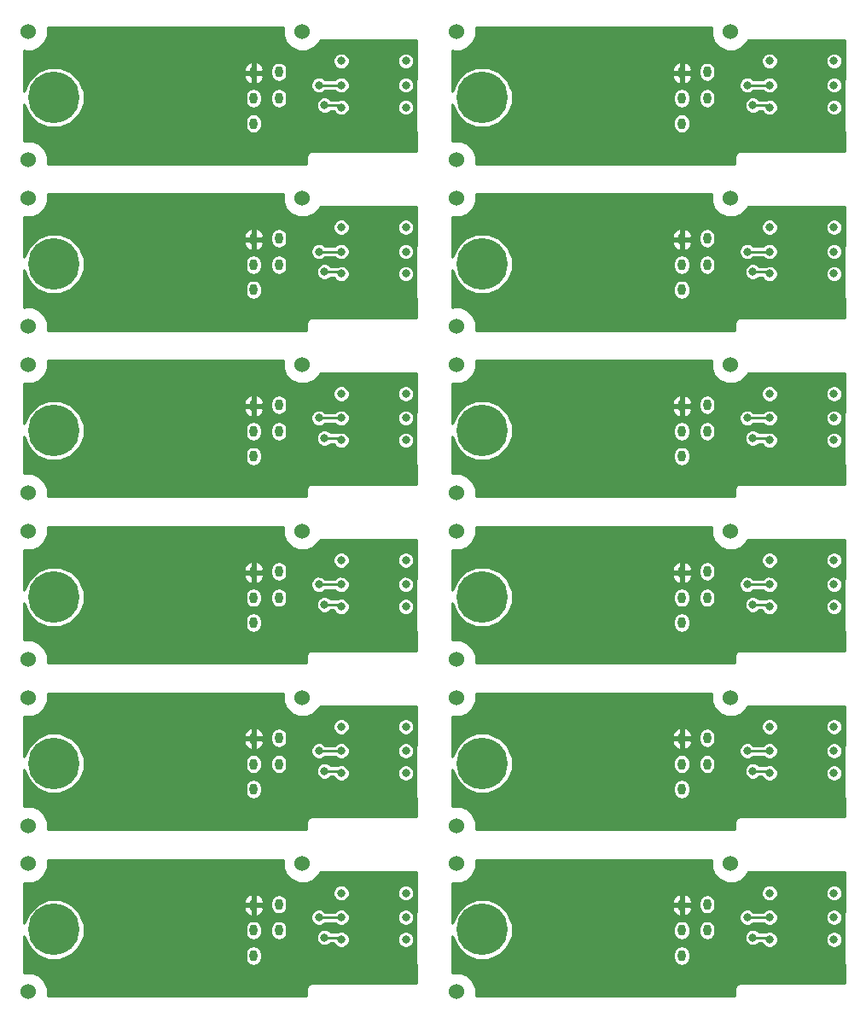
<source format=gbl>
%MOIN*%
%OFA0B0*%
%FSLAX46Y46*%
%IPPOS*%
%LPD*%
%ADD10C,0.0039370078740157488*%
%ADD11O,0.030708661417322838X0.043307086614173235*%
%ADD12C,0.060000000000000005*%
%ADD13C,0.20078740157480315*%
%ADD14C,0.031496062992125991*%
%ADD15C,0.00984251968503937*%
%ADD16C,0.01*%
%ADD27C,0.0039370078740157488*%
%ADD28O,0.030708661417322838X0.043307086614173235*%
%ADD29C,0.060000000000000005*%
%ADD30C,0.20078740157480315*%
%ADD31C,0.031496062992125991*%
%ADD32C,0.00984251968503937*%
%ADD33C,0.01*%
%ADD34C,0.0039370078740157488*%
%ADD35O,0.030708661417322838X0.043307086614173235*%
%ADD36C,0.060000000000000005*%
%ADD37C,0.20078740157480315*%
%ADD38C,0.031496062992125991*%
%ADD39C,0.00984251968503937*%
%ADD40C,0.01*%
%ADD41C,0.0039370078740157488*%
%ADD42O,0.030708661417322838X0.043307086614173235*%
%ADD43C,0.060000000000000005*%
%ADD44C,0.20078740157480315*%
%ADD45C,0.031496062992125991*%
%ADD46C,0.00984251968503937*%
%ADD47C,0.01*%
%ADD48C,0.0039370078740157488*%
%ADD49O,0.030708661417322838X0.043307086614173235*%
%ADD50C,0.060000000000000005*%
%ADD51C,0.20078740157480315*%
%ADD52C,0.031496062992125991*%
%ADD53C,0.00984251968503937*%
%ADD54C,0.01*%
%ADD55C,0.0039370078740157488*%
%ADD56O,0.030708661417322838X0.043307086614173235*%
%ADD57C,0.060000000000000005*%
%ADD58C,0.20078740157480315*%
%ADD59C,0.031496062992125991*%
%ADD60C,0.00984251968503937*%
%ADD61C,0.01*%
%ADD62C,0.0039370078740157488*%
%ADD63O,0.030708661417322838X0.043307086614173235*%
%ADD64C,0.060000000000000005*%
%ADD65C,0.20078740157480315*%
%ADD66C,0.031496062992125991*%
%ADD67C,0.00984251968503937*%
%ADD68C,0.01*%
%ADD69C,0.0039370078740157488*%
%ADD70O,0.030708661417322838X0.043307086614173235*%
%ADD71C,0.060000000000000005*%
%ADD72C,0.20078740157480315*%
%ADD73C,0.031496062992125991*%
%ADD74C,0.00984251968503937*%
%ADD75C,0.01*%
%ADD76C,0.0039370078740157488*%
%ADD77O,0.030708661417322838X0.043307086614173235*%
%ADD78C,0.060000000000000005*%
%ADD79C,0.20078740157480315*%
%ADD80C,0.031496062992125991*%
%ADD81C,0.00984251968503937*%
%ADD82C,0.01*%
%ADD83C,0.0039370078740157488*%
%ADD84O,0.030708661417322838X0.043307086614173235*%
%ADD85C,0.060000000000000005*%
%ADD86C,0.20078740157480315*%
%ADD87C,0.031496062992125991*%
%ADD88C,0.00984251968503937*%
%ADD89C,0.01*%
%ADD90C,0.0039370078740157488*%
%ADD91O,0.030708661417322838X0.043307086614173235*%
%ADD92C,0.060000000000000005*%
%ADD93C,0.20078740157480315*%
%ADD94C,0.031496062992125991*%
%ADD95C,0.00984251968503937*%
%ADD96C,0.01*%
%ADD97C,0.0039370078740157488*%
%ADD98O,0.030708661417322838X0.043307086614173235*%
%ADD99C,0.060000000000000005*%
%ADD100C,0.20078740157480315*%
%ADD101C,0.031496062992125991*%
%ADD102C,0.00984251968503937*%
%ADD103C,0.01*%
G01G01*
D10*
D11*
X-0001387795Y0001712598D02*
X0001013779Y0000275590D03*
X0001013779Y0000377952D03*
X0000915354Y0000177165D03*
X0000915354Y0000275590D03*
X0000915354Y0000374015D03*
D12*
X0000035433Y0000035433D03*
X0000035433Y0000535433D03*
X0001106299Y0000535433D03*
D13*
X0000136204Y0000278598D03*
D14*
X0001509842Y0000421259D03*
X0001257874Y0000421259D03*
X0000992439Y0000180420D03*
X0001509842Y0000145669D03*
X0001257874Y0000145669D03*
X0001141732Y0000157480D03*
X0000688976Y0000098425D03*
X0000452755Y0000137795D03*
X0000344488Y0000137795D03*
X0000452755Y0000423228D03*
X0000344488Y0000423228D03*
X0000570866Y0000383858D03*
X0000968503Y0000511811D03*
X0000910858Y0000468427D03*
X0001257874Y0000240157D03*
X0001509842Y0000240157D03*
X0001192859Y0000248097D03*
X0001171259Y0000326771D03*
X0001509842Y0000326771D03*
X0001257874Y0000326771D03*
D15*
X0001246062Y0000157480D02*
X0001257874Y0000145669D01*
X0001141732Y0000157480D02*
X0001246062Y0000157480D01*
X0001249933Y0000248097D02*
X0001257874Y0000240157D01*
X0001192859Y0000248097D02*
X0001249933Y0000248097D01*
X0001171259Y0000326771D02*
X0001257874Y0000326771D01*
D16*
G36*
X0001031312Y0000550416D02*
X0001031286Y0000520580D01*
X0001042680Y0000493004D01*
X0001063759Y0000471888D01*
X0001091315Y0000460446D01*
X0001121152Y0000460420D01*
X0001148727Y0000471814D01*
X0001169844Y0000492893D01*
X0001173579Y0000501889D01*
X0001550094Y0000501889D01*
X0001549724Y0000187997D01*
X0001549724Y0000187967D01*
X0001550118Y0000108258D01*
X0001550118Y0000068976D01*
X0001141732Y0000068976D01*
X0001134169Y0000067471D01*
X0001127757Y0000063187D01*
X0001123472Y0000056775D01*
X0001121968Y0000049212D01*
X0001121968Y0000019763D01*
X0000110135Y0000019763D01*
X0000110419Y0000020449D01*
X0000110446Y0000050285D01*
X0000099052Y0000077861D01*
X0000077972Y0000098977D01*
X0000050416Y0000110419D01*
X0000020580Y0000110446D01*
X0000019763Y0000110108D01*
X0000019763Y0000253489D01*
X0000036785Y0000212294D01*
X0000069726Y0000179295D01*
X0000112788Y0000161414D01*
X0000159415Y0000161373D01*
X0000202509Y0000179179D01*
X0000207556Y0000184218D01*
X0000883188Y0000184218D01*
X0000883188Y0000170112D01*
X0000885637Y0000157803D01*
X0000892610Y0000147368D01*
X0000903045Y0000140395D01*
X0000915354Y0000137947D01*
X0000927663Y0000140395D01*
X0000938098Y0000147368D01*
X0000945071Y0000157803D01*
X0000947519Y0000170112D01*
X0000947519Y0000184218D01*
X0000945071Y0000196527D01*
X0000938098Y0000206962D01*
X0000927663Y0000213935D01*
X0000915354Y0000216383D01*
X0000903045Y0000213935D01*
X0000892610Y0000206962D01*
X0000885637Y0000196527D01*
X0000883188Y0000184218D01*
X0000207556Y0000184218D01*
X0000235508Y0000212120D01*
X0000253389Y0000255182D01*
X0000253412Y0000282643D01*
X0000883188Y0000282643D01*
X0000883188Y0000268537D01*
X0000885637Y0000256228D01*
X0000892610Y0000245793D01*
X0000903045Y0000238820D01*
X0000915354Y0000236372D01*
X0000927663Y0000238820D01*
X0000938098Y0000245793D01*
X0000945071Y0000256228D01*
X0000947519Y0000268537D01*
X0000947519Y0000282643D01*
X0000981614Y0000282643D01*
X0000981614Y0000268537D01*
X0000984062Y0000256228D01*
X0000991035Y0000245793D01*
X0001001470Y0000238820D01*
X0001013779Y0000236372D01*
X0001026088Y0000238820D01*
X0001030322Y0000241649D01*
X0001160294Y0000241649D01*
X0001165240Y0000229678D01*
X0001174391Y0000220511D01*
X0001186354Y0000215544D01*
X0001199306Y0000215533D01*
X0001211278Y0000220479D01*
X0001217174Y0000226365D01*
X0001228343Y0000226365D01*
X0001230255Y0000221738D01*
X0001239406Y0000212571D01*
X0001251369Y0000207604D01*
X0001264321Y0000207592D01*
X0001276293Y0000212539D01*
X0001285460Y0000221690D01*
X0001290427Y0000233652D01*
X0001290427Y0000233709D01*
X0001477277Y0000233709D01*
X0001482224Y0000221738D01*
X0001491375Y0000212571D01*
X0001503337Y0000207604D01*
X0001516290Y0000207592D01*
X0001528261Y0000212539D01*
X0001537428Y0000221690D01*
X0001542395Y0000233652D01*
X0001542407Y0000246605D01*
X0001537460Y0000258576D01*
X0001528309Y0000267743D01*
X0001516347Y0000272710D01*
X0001503394Y0000272722D01*
X0001491423Y0000267775D01*
X0001482256Y0000258624D01*
X0001477289Y0000246662D01*
X0001477277Y0000233709D01*
X0001290427Y0000233709D01*
X0001290438Y0000246605D01*
X0001285492Y0000258576D01*
X0001276341Y0000267743D01*
X0001264378Y0000272710D01*
X0001251425Y0000272722D01*
X0001244426Y0000269830D01*
X0001217169Y0000269830D01*
X0001211326Y0000275683D01*
X0001199363Y0000280651D01*
X0001186410Y0000280662D01*
X0001174439Y0000275716D01*
X0001165272Y0000266565D01*
X0001160305Y0000254602D01*
X0001160294Y0000241649D01*
X0001030322Y0000241649D01*
X0001036523Y0000245793D01*
X0001043496Y0000256228D01*
X0001045944Y0000268537D01*
X0001045944Y0000282643D01*
X0001043496Y0000294952D01*
X0001036523Y0000305387D01*
X0001026088Y0000312360D01*
X0001013779Y0000314808D01*
X0001001470Y0000312360D01*
X0000991035Y0000305387D01*
X0000984062Y0000294952D01*
X0000981614Y0000282643D01*
X0000947519Y0000282643D01*
X0000945071Y0000294952D01*
X0000938098Y0000305387D01*
X0000927663Y0000312360D01*
X0000915354Y0000314808D01*
X0000903045Y0000312360D01*
X0000892610Y0000305387D01*
X0000885637Y0000294952D01*
X0000883188Y0000282643D01*
X0000253412Y0000282643D01*
X0000253429Y0000301809D01*
X0000245779Y0000320323D01*
X0001138695Y0000320323D01*
X0001143641Y0000308352D01*
X0001152792Y0000299185D01*
X0001164755Y0000294218D01*
X0001177707Y0000294206D01*
X0001189678Y0000299153D01*
X0001195575Y0000305039D01*
X0001233563Y0000305039D01*
X0001239406Y0000299185D01*
X0001251369Y0000294218D01*
X0001264321Y0000294206D01*
X0001276293Y0000299153D01*
X0001285460Y0000308304D01*
X0001290427Y0000320266D01*
X0001290427Y0000320323D01*
X0001477277Y0000320323D01*
X0001482224Y0000308352D01*
X0001491375Y0000299185D01*
X0001503337Y0000294218D01*
X0001516290Y0000294206D01*
X0001528261Y0000299153D01*
X0001537428Y0000308304D01*
X0001542395Y0000320266D01*
X0001542407Y0000333219D01*
X0001537460Y0000345190D01*
X0001528309Y0000354357D01*
X0001516347Y0000359325D01*
X0001503394Y0000359336D01*
X0001491423Y0000354389D01*
X0001482256Y0000345238D01*
X0001477289Y0000333276D01*
X0001477277Y0000320323D01*
X0001290427Y0000320323D01*
X0001290438Y0000333219D01*
X0001285492Y0000345190D01*
X0001276341Y0000354357D01*
X0001264378Y0000359325D01*
X0001251425Y0000359336D01*
X0001239454Y0000354389D01*
X0001233558Y0000348503D01*
X0001195570Y0000348503D01*
X0001189727Y0000354357D01*
X0001177764Y0000359325D01*
X0001164811Y0000359336D01*
X0001152840Y0000354389D01*
X0001143673Y0000345238D01*
X0001138706Y0000333276D01*
X0001138695Y0000320323D01*
X0000245779Y0000320323D01*
X0000235623Y0000344902D01*
X0000217883Y0000362674D01*
X0000875214Y0000362674D01*
X0000880199Y0000347697D01*
X0000890536Y0000335767D01*
X0000904151Y0000328948D01*
X0000910354Y0000333980D01*
X0000910354Y0000369015D01*
X0000920354Y0000369015D01*
X0000920354Y0000333980D01*
X0000926556Y0000328948D01*
X0000940172Y0000335767D01*
X0000950509Y0000347697D01*
X0000955494Y0000362674D01*
X0000949538Y0000369015D01*
X0000920354Y0000369015D01*
X0000910354Y0000369015D01*
X0000881169Y0000369015D01*
X0000875214Y0000362674D01*
X0000217883Y0000362674D01*
X0000202682Y0000377901D01*
X0000184728Y0000385357D01*
X0000875214Y0000385357D01*
X0000881169Y0000379015D01*
X0000910354Y0000379015D01*
X0000910354Y0000414050D01*
X0000920354Y0000414050D01*
X0000920354Y0000379015D01*
X0000949538Y0000379015D01*
X0000955164Y0000385005D01*
X0000981614Y0000385005D01*
X0000981614Y0000370899D01*
X0000984062Y0000358590D01*
X0000991035Y0000348155D01*
X0001001470Y0000341183D01*
X0001013779Y0000338734D01*
X0001026088Y0000341183D01*
X0001036523Y0000348155D01*
X0001043496Y0000358590D01*
X0001045944Y0000370899D01*
X0001045944Y0000385005D01*
X0001043496Y0000397314D01*
X0001036523Y0000407749D01*
X0001026088Y0000414722D01*
X0001025639Y0000414811D01*
X0001225309Y0000414811D01*
X0001230255Y0000402840D01*
X0001239406Y0000393673D01*
X0001251369Y0000388706D01*
X0001264321Y0000388695D01*
X0001276293Y0000393641D01*
X0001285460Y0000402792D01*
X0001290427Y0000414755D01*
X0001290427Y0000414811D01*
X0001477277Y0000414811D01*
X0001482224Y0000402840D01*
X0001491375Y0000393673D01*
X0001503337Y0000388706D01*
X0001516290Y0000388695D01*
X0001528261Y0000393641D01*
X0001537428Y0000402792D01*
X0001542395Y0000414755D01*
X0001542407Y0000427707D01*
X0001537460Y0000439678D01*
X0001528309Y0000448845D01*
X0001516347Y0000453813D01*
X0001503394Y0000453824D01*
X0001491423Y0000448878D01*
X0001482256Y0000439727D01*
X0001477289Y0000427764D01*
X0001477277Y0000414811D01*
X0001290427Y0000414811D01*
X0001290438Y0000427707D01*
X0001285492Y0000439678D01*
X0001276341Y0000448845D01*
X0001264378Y0000453813D01*
X0001251425Y0000453824D01*
X0001239454Y0000448878D01*
X0001230287Y0000439727D01*
X0001225320Y0000427764D01*
X0001225309Y0000414811D01*
X0001025639Y0000414811D01*
X0001013779Y0000417170D01*
X0001001470Y0000414722D01*
X0000991035Y0000407749D01*
X0000984062Y0000397314D01*
X0000981614Y0000385005D01*
X0000955164Y0000385005D01*
X0000955494Y0000385357D01*
X0000950509Y0000400334D01*
X0000940172Y0000412263D01*
X0000926556Y0000419083D01*
X0000920354Y0000414050D01*
X0000910354Y0000414050D01*
X0000904151Y0000419083D01*
X0000890536Y0000412263D01*
X0000880199Y0000400334D01*
X0000875214Y0000385357D01*
X0000184728Y0000385357D01*
X0000159620Y0000395782D01*
X0000112993Y0000395823D01*
X0000069900Y0000378017D01*
X0000036901Y0000345076D01*
X0000019763Y0000303804D01*
X0000019763Y0000460730D01*
X0000020449Y0000460446D01*
X0000050285Y0000460420D01*
X0000077861Y0000471814D01*
X0000098977Y0000492893D01*
X0000110419Y0000520449D01*
X0000110446Y0000550286D01*
X0000110108Y0000551102D01*
X0001031596Y0000551102D01*
X0001031312Y0000550416D01*
X0001031312Y0000550416D01*
G37*
X0001031312Y0000550416D02*
X0001031286Y0000520580D01*
X0001042680Y0000493004D01*
X0001063759Y0000471888D01*
X0001091315Y0000460446D01*
X0001121152Y0000460420D01*
X0001148727Y0000471814D01*
X0001169844Y0000492893D01*
X0001173579Y0000501889D01*
X0001550094Y0000501889D01*
X0001549724Y0000187997D01*
X0001549724Y0000187967D01*
X0001550118Y0000108258D01*
X0001550118Y0000068976D01*
X0001141732Y0000068976D01*
X0001134169Y0000067471D01*
X0001127757Y0000063187D01*
X0001123472Y0000056775D01*
X0001121968Y0000049212D01*
X0001121968Y0000019763D01*
X0000110135Y0000019763D01*
X0000110419Y0000020449D01*
X0000110446Y0000050285D01*
X0000099052Y0000077861D01*
X0000077972Y0000098977D01*
X0000050416Y0000110419D01*
X0000020580Y0000110446D01*
X0000019763Y0000110108D01*
X0000019763Y0000253489D01*
X0000036785Y0000212294D01*
X0000069726Y0000179295D01*
X0000112788Y0000161414D01*
X0000159415Y0000161373D01*
X0000202509Y0000179179D01*
X0000207556Y0000184218D01*
X0000883188Y0000184218D01*
X0000883188Y0000170112D01*
X0000885637Y0000157803D01*
X0000892610Y0000147368D01*
X0000903045Y0000140395D01*
X0000915354Y0000137947D01*
X0000927663Y0000140395D01*
X0000938098Y0000147368D01*
X0000945071Y0000157803D01*
X0000947519Y0000170112D01*
X0000947519Y0000184218D01*
X0000945071Y0000196527D01*
X0000938098Y0000206962D01*
X0000927663Y0000213935D01*
X0000915354Y0000216383D01*
X0000903045Y0000213935D01*
X0000892610Y0000206962D01*
X0000885637Y0000196527D01*
X0000883188Y0000184218D01*
X0000207556Y0000184218D01*
X0000235508Y0000212120D01*
X0000253389Y0000255182D01*
X0000253412Y0000282643D01*
X0000883188Y0000282643D01*
X0000883188Y0000268537D01*
X0000885637Y0000256228D01*
X0000892610Y0000245793D01*
X0000903045Y0000238820D01*
X0000915354Y0000236372D01*
X0000927663Y0000238820D01*
X0000938098Y0000245793D01*
X0000945071Y0000256228D01*
X0000947519Y0000268537D01*
X0000947519Y0000282643D01*
X0000981614Y0000282643D01*
X0000981614Y0000268537D01*
X0000984062Y0000256228D01*
X0000991035Y0000245793D01*
X0001001470Y0000238820D01*
X0001013779Y0000236372D01*
X0001026088Y0000238820D01*
X0001030322Y0000241649D01*
X0001160294Y0000241649D01*
X0001165240Y0000229678D01*
X0001174391Y0000220511D01*
X0001186354Y0000215544D01*
X0001199306Y0000215533D01*
X0001211278Y0000220479D01*
X0001217174Y0000226365D01*
X0001228343Y0000226365D01*
X0001230255Y0000221738D01*
X0001239406Y0000212571D01*
X0001251369Y0000207604D01*
X0001264321Y0000207592D01*
X0001276293Y0000212539D01*
X0001285460Y0000221690D01*
X0001290427Y0000233652D01*
X0001290427Y0000233709D01*
X0001477277Y0000233709D01*
X0001482224Y0000221738D01*
X0001491375Y0000212571D01*
X0001503337Y0000207604D01*
X0001516290Y0000207592D01*
X0001528261Y0000212539D01*
X0001537428Y0000221690D01*
X0001542395Y0000233652D01*
X0001542407Y0000246605D01*
X0001537460Y0000258576D01*
X0001528309Y0000267743D01*
X0001516347Y0000272710D01*
X0001503394Y0000272722D01*
X0001491423Y0000267775D01*
X0001482256Y0000258624D01*
X0001477289Y0000246662D01*
X0001477277Y0000233709D01*
X0001290427Y0000233709D01*
X0001290438Y0000246605D01*
X0001285492Y0000258576D01*
X0001276341Y0000267743D01*
X0001264378Y0000272710D01*
X0001251425Y0000272722D01*
X0001244426Y0000269830D01*
X0001217169Y0000269830D01*
X0001211326Y0000275683D01*
X0001199363Y0000280651D01*
X0001186410Y0000280662D01*
X0001174439Y0000275716D01*
X0001165272Y0000266565D01*
X0001160305Y0000254602D01*
X0001160294Y0000241649D01*
X0001030322Y0000241649D01*
X0001036523Y0000245793D01*
X0001043496Y0000256228D01*
X0001045944Y0000268537D01*
X0001045944Y0000282643D01*
X0001043496Y0000294952D01*
X0001036523Y0000305387D01*
X0001026088Y0000312360D01*
X0001013779Y0000314808D01*
X0001001470Y0000312360D01*
X0000991035Y0000305387D01*
X0000984062Y0000294952D01*
X0000981614Y0000282643D01*
X0000947519Y0000282643D01*
X0000945071Y0000294952D01*
X0000938098Y0000305387D01*
X0000927663Y0000312360D01*
X0000915354Y0000314808D01*
X0000903045Y0000312360D01*
X0000892610Y0000305387D01*
X0000885637Y0000294952D01*
X0000883188Y0000282643D01*
X0000253412Y0000282643D01*
X0000253429Y0000301809D01*
X0000245779Y0000320323D01*
X0001138695Y0000320323D01*
X0001143641Y0000308352D01*
X0001152792Y0000299185D01*
X0001164755Y0000294218D01*
X0001177707Y0000294206D01*
X0001189678Y0000299153D01*
X0001195575Y0000305039D01*
X0001233563Y0000305039D01*
X0001239406Y0000299185D01*
X0001251369Y0000294218D01*
X0001264321Y0000294206D01*
X0001276293Y0000299153D01*
X0001285460Y0000308304D01*
X0001290427Y0000320266D01*
X0001290427Y0000320323D01*
X0001477277Y0000320323D01*
X0001482224Y0000308352D01*
X0001491375Y0000299185D01*
X0001503337Y0000294218D01*
X0001516290Y0000294206D01*
X0001528261Y0000299153D01*
X0001537428Y0000308304D01*
X0001542395Y0000320266D01*
X0001542407Y0000333219D01*
X0001537460Y0000345190D01*
X0001528309Y0000354357D01*
X0001516347Y0000359325D01*
X0001503394Y0000359336D01*
X0001491423Y0000354389D01*
X0001482256Y0000345238D01*
X0001477289Y0000333276D01*
X0001477277Y0000320323D01*
X0001290427Y0000320323D01*
X0001290438Y0000333219D01*
X0001285492Y0000345190D01*
X0001276341Y0000354357D01*
X0001264378Y0000359325D01*
X0001251425Y0000359336D01*
X0001239454Y0000354389D01*
X0001233558Y0000348503D01*
X0001195570Y0000348503D01*
X0001189727Y0000354357D01*
X0001177764Y0000359325D01*
X0001164811Y0000359336D01*
X0001152840Y0000354389D01*
X0001143673Y0000345238D01*
X0001138706Y0000333276D01*
X0001138695Y0000320323D01*
X0000245779Y0000320323D01*
X0000235623Y0000344902D01*
X0000217883Y0000362674D01*
X0000875214Y0000362674D01*
X0000880199Y0000347697D01*
X0000890536Y0000335767D01*
X0000904151Y0000328948D01*
X0000910354Y0000333980D01*
X0000910354Y0000369015D01*
X0000920354Y0000369015D01*
X0000920354Y0000333980D01*
X0000926556Y0000328948D01*
X0000940172Y0000335767D01*
X0000950509Y0000347697D01*
X0000955494Y0000362674D01*
X0000949538Y0000369015D01*
X0000920354Y0000369015D01*
X0000910354Y0000369015D01*
X0000881169Y0000369015D01*
X0000875214Y0000362674D01*
X0000217883Y0000362674D01*
X0000202682Y0000377901D01*
X0000184728Y0000385357D01*
X0000875214Y0000385357D01*
X0000881169Y0000379015D01*
X0000910354Y0000379015D01*
X0000910354Y0000414050D01*
X0000920354Y0000414050D01*
X0000920354Y0000379015D01*
X0000949538Y0000379015D01*
X0000955164Y0000385005D01*
X0000981614Y0000385005D01*
X0000981614Y0000370899D01*
X0000984062Y0000358590D01*
X0000991035Y0000348155D01*
X0001001470Y0000341183D01*
X0001013779Y0000338734D01*
X0001026088Y0000341183D01*
X0001036523Y0000348155D01*
X0001043496Y0000358590D01*
X0001045944Y0000370899D01*
X0001045944Y0000385005D01*
X0001043496Y0000397314D01*
X0001036523Y0000407749D01*
X0001026088Y0000414722D01*
X0001025639Y0000414811D01*
X0001225309Y0000414811D01*
X0001230255Y0000402840D01*
X0001239406Y0000393673D01*
X0001251369Y0000388706D01*
X0001264321Y0000388695D01*
X0001276293Y0000393641D01*
X0001285460Y0000402792D01*
X0001290427Y0000414755D01*
X0001290427Y0000414811D01*
X0001477277Y0000414811D01*
X0001482224Y0000402840D01*
X0001491375Y0000393673D01*
X0001503337Y0000388706D01*
X0001516290Y0000388695D01*
X0001528261Y0000393641D01*
X0001537428Y0000402792D01*
X0001542395Y0000414755D01*
X0001542407Y0000427707D01*
X0001537460Y0000439678D01*
X0001528309Y0000448845D01*
X0001516347Y0000453813D01*
X0001503394Y0000453824D01*
X0001491423Y0000448878D01*
X0001482256Y0000439727D01*
X0001477289Y0000427764D01*
X0001477277Y0000414811D01*
X0001290427Y0000414811D01*
X0001290438Y0000427707D01*
X0001285492Y0000439678D01*
X0001276341Y0000448845D01*
X0001264378Y0000453813D01*
X0001251425Y0000453824D01*
X0001239454Y0000448878D01*
X0001230287Y0000439727D01*
X0001225320Y0000427764D01*
X0001225309Y0000414811D01*
X0001025639Y0000414811D01*
X0001013779Y0000417170D01*
X0001001470Y0000414722D01*
X0000991035Y0000407749D01*
X0000984062Y0000397314D01*
X0000981614Y0000385005D01*
X0000955164Y0000385005D01*
X0000955494Y0000385357D01*
X0000950509Y0000400334D01*
X0000940172Y0000412263D01*
X0000926556Y0000419083D01*
X0000920354Y0000414050D01*
X0000910354Y0000414050D01*
X0000904151Y0000419083D01*
X0000890536Y0000412263D01*
X0000880199Y0000400334D01*
X0000875214Y0000385357D01*
X0000184728Y0000385357D01*
X0000159620Y0000395782D01*
X0000112993Y0000395823D01*
X0000069900Y0000378017D01*
X0000036901Y0000345076D01*
X0000019763Y0000303804D01*
X0000019763Y0000460730D01*
X0000020449Y0000460446D01*
X0000050285Y0000460420D01*
X0000077861Y0000471814D01*
X0000098977Y0000492893D01*
X0000110419Y0000520449D01*
X0000110446Y0000550286D01*
X0000110108Y0000551102D01*
X0001031596Y0000551102D01*
X0001031312Y0000550416D01*
G04 next file*
G04 #@! TF.FileFunction,Copper,L2,Bot,Signal*
G04 Gerber Fmt 4.6, Leading zero omitted, Abs format (unit mm)*
G04 Created by KiCad (PCBNEW 4.0.6) date 2017 June 28, Wednesday 04:06:12*
G01G01*
G04 APERTURE LIST*
G04 APERTURE END LIST*
D27*
D28*
X0000285433Y0001712598D02*
X0002687007Y0000275590D03*
X0002687007Y0000377952D03*
X0002588582Y0000177165D03*
X0002588582Y0000275590D03*
X0002588582Y0000374015D03*
D29*
X0001708661Y0000035433D03*
X0001708661Y0000535433D03*
X0002779527Y0000535433D03*
D30*
X0001809433Y0000278598D03*
D31*
X0003183070Y0000421259D03*
X0002931102Y0000421259D03*
X0002665667Y0000180420D03*
X0003183070Y0000145669D03*
X0002931102Y0000145669D03*
X0002814960Y0000157480D03*
X0002362204Y0000098425D03*
X0002125984Y0000137795D03*
X0002017716Y0000137795D03*
X0002125984Y0000423228D03*
X0002017716Y0000423228D03*
X0002244094Y0000383858D03*
X0002641732Y0000511811D03*
X0002584086Y0000468427D03*
X0002931102Y0000240157D03*
X0003183070Y0000240157D03*
X0002866087Y0000248097D03*
X0002844488Y0000326771D03*
X0003183070Y0000326771D03*
X0002931102Y0000326771D03*
D32*
X0002919291Y0000157480D02*
X0002931102Y0000145669D01*
X0002814960Y0000157480D02*
X0002919291Y0000157480D01*
X0002923162Y0000248097D02*
X0002931102Y0000240157D01*
X0002866087Y0000248097D02*
X0002923162Y0000248097D01*
X0002844488Y0000326771D02*
X0002931102Y0000326771D01*
D33*
G36*
X0002704540Y0000550416D02*
X0002704514Y0000520580D01*
X0002715908Y0000493004D01*
X0002736987Y0000471888D01*
X0002764543Y0000460446D01*
X0002794380Y0000460420D01*
X0002821956Y0000471814D01*
X0002843072Y0000492893D01*
X0002846807Y0000501889D01*
X0003223323Y0000501889D01*
X0003222952Y0000187997D01*
X0003222952Y0000187967D01*
X0003223346Y0000108258D01*
X0003223346Y0000068976D01*
X0002814960Y0000068976D01*
X0002807397Y0000067471D01*
X0002800985Y0000063187D01*
X0002796701Y0000056775D01*
X0002795196Y0000049212D01*
X0002795196Y0000019763D01*
X0001783363Y0000019763D01*
X0001783648Y0000020449D01*
X0001783674Y0000050285D01*
X0001772280Y0000077861D01*
X0001751200Y0000098977D01*
X0001723645Y0000110419D01*
X0001693808Y0000110446D01*
X0001692992Y0000110108D01*
X0001692992Y0000253489D01*
X0001710013Y0000212294D01*
X0001742955Y0000179295D01*
X0001786017Y0000161414D01*
X0001832644Y0000161373D01*
X0001875737Y0000179179D01*
X0001880785Y0000184218D01*
X0002556417Y0000184218D01*
X0002556417Y0000170112D01*
X0002558865Y0000157803D01*
X0002565838Y0000147368D01*
X0002576273Y0000140395D01*
X0002588582Y0000137947D01*
X0002600891Y0000140395D01*
X0002611327Y0000147368D01*
X0002618299Y0000157803D01*
X0002620748Y0000170112D01*
X0002620748Y0000184218D01*
X0002618299Y0000196527D01*
X0002611327Y0000206962D01*
X0002600891Y0000213935D01*
X0002588582Y0000216383D01*
X0002576273Y0000213935D01*
X0002565838Y0000206962D01*
X0002558865Y0000196527D01*
X0002556417Y0000184218D01*
X0001880785Y0000184218D01*
X0001908736Y0000212120D01*
X0001926617Y0000255182D01*
X0001926641Y0000282643D01*
X0002556417Y0000282643D01*
X0002556417Y0000268537D01*
X0002558865Y0000256228D01*
X0002565838Y0000245793D01*
X0002576273Y0000238820D01*
X0002588582Y0000236372D01*
X0002600891Y0000238820D01*
X0002611327Y0000245793D01*
X0002618299Y0000256228D01*
X0002620748Y0000268537D01*
X0002620748Y0000282643D01*
X0002654842Y0000282643D01*
X0002654842Y0000268537D01*
X0002657290Y0000256228D01*
X0002664263Y0000245793D01*
X0002674698Y0000238820D01*
X0002687007Y0000236372D01*
X0002699317Y0000238820D01*
X0002703550Y0000241649D01*
X0002833522Y0000241649D01*
X0002838469Y0000229678D01*
X0002847620Y0000220511D01*
X0002859582Y0000215544D01*
X0002872535Y0000215533D01*
X0002884506Y0000220479D01*
X0002890402Y0000226365D01*
X0002901572Y0000226365D01*
X0002903484Y0000221738D01*
X0002912635Y0000212571D01*
X0002924597Y0000207604D01*
X0002937550Y0000207592D01*
X0002949521Y0000212539D01*
X0002958688Y0000221690D01*
X0002963655Y0000233652D01*
X0002963655Y0000233709D01*
X0003150506Y0000233709D01*
X0003155452Y0000221738D01*
X0003164603Y0000212571D01*
X0003176566Y0000207604D01*
X0003189518Y0000207592D01*
X0003201490Y0000212539D01*
X0003210657Y0000221690D01*
X0003215624Y0000233652D01*
X0003215635Y0000246605D01*
X0003210689Y0000258576D01*
X0003201538Y0000267743D01*
X0003189575Y0000272710D01*
X0003176622Y0000272722D01*
X0003164651Y0000267775D01*
X0003155484Y0000258624D01*
X0003150517Y0000246662D01*
X0003150506Y0000233709D01*
X0002963655Y0000233709D01*
X0002963667Y0000246605D01*
X0002958720Y0000258576D01*
X0002949569Y0000267743D01*
X0002937607Y0000272710D01*
X0002924654Y0000272722D01*
X0002917655Y0000269830D01*
X0002890398Y0000269830D01*
X0002884554Y0000275683D01*
X0002872592Y0000280651D01*
X0002859639Y0000280662D01*
X0002847668Y0000275716D01*
X0002838501Y0000266565D01*
X0002833533Y0000254602D01*
X0002833522Y0000241649D01*
X0002703550Y0000241649D01*
X0002709752Y0000245793D01*
X0002716724Y0000256228D01*
X0002719173Y0000268537D01*
X0002719173Y0000282643D01*
X0002716724Y0000294952D01*
X0002709752Y0000305387D01*
X0002699317Y0000312360D01*
X0002687007Y0000314808D01*
X0002674698Y0000312360D01*
X0002664263Y0000305387D01*
X0002657290Y0000294952D01*
X0002654842Y0000282643D01*
X0002620748Y0000282643D01*
X0002618299Y0000294952D01*
X0002611327Y0000305387D01*
X0002600891Y0000312360D01*
X0002588582Y0000314808D01*
X0002576273Y0000312360D01*
X0002565838Y0000305387D01*
X0002558865Y0000294952D01*
X0002556417Y0000282643D01*
X0001926641Y0000282643D01*
X0001926658Y0000301809D01*
X0001919008Y0000320323D01*
X0002811923Y0000320323D01*
X0002816869Y0000308352D01*
X0002826020Y0000299185D01*
X0002837983Y0000294218D01*
X0002850936Y0000294206D01*
X0002862907Y0000299153D01*
X0002868803Y0000305039D01*
X0002906791Y0000305039D01*
X0002912635Y0000299185D01*
X0002924597Y0000294218D01*
X0002937550Y0000294206D01*
X0002949521Y0000299153D01*
X0002958688Y0000308304D01*
X0002963655Y0000320266D01*
X0002963655Y0000320323D01*
X0003150506Y0000320323D01*
X0003155452Y0000308352D01*
X0003164603Y0000299185D01*
X0003176566Y0000294218D01*
X0003189518Y0000294206D01*
X0003201490Y0000299153D01*
X0003210657Y0000308304D01*
X0003215624Y0000320266D01*
X0003215635Y0000333219D01*
X0003210689Y0000345190D01*
X0003201538Y0000354357D01*
X0003189575Y0000359325D01*
X0003176622Y0000359336D01*
X0003164651Y0000354389D01*
X0003155484Y0000345238D01*
X0003150517Y0000333276D01*
X0003150506Y0000320323D01*
X0002963655Y0000320323D01*
X0002963667Y0000333219D01*
X0002958720Y0000345190D01*
X0002949569Y0000354357D01*
X0002937607Y0000359325D01*
X0002924654Y0000359336D01*
X0002912683Y0000354389D01*
X0002906786Y0000348503D01*
X0002868799Y0000348503D01*
X0002862955Y0000354357D01*
X0002850992Y0000359325D01*
X0002838040Y0000359336D01*
X0002826069Y0000354389D01*
X0002816902Y0000345238D01*
X0002811934Y0000333276D01*
X0002811923Y0000320323D01*
X0001919008Y0000320323D01*
X0001908852Y0000344902D01*
X0001891111Y0000362674D01*
X0002548442Y0000362674D01*
X0002553427Y0000347697D01*
X0002563764Y0000335767D01*
X0002577380Y0000328948D01*
X0002583582Y0000333980D01*
X0002583582Y0000369015D01*
X0002593582Y0000369015D01*
X0002593582Y0000333980D01*
X0002599785Y0000328948D01*
X0002613400Y0000335767D01*
X0002623737Y0000347697D01*
X0002628722Y0000362674D01*
X0002622767Y0000369015D01*
X0002593582Y0000369015D01*
X0002583582Y0000369015D01*
X0002554398Y0000369015D01*
X0002548442Y0000362674D01*
X0001891111Y0000362674D01*
X0001875910Y0000377901D01*
X0001857956Y0000385357D01*
X0002548442Y0000385357D01*
X0002554398Y0000379015D01*
X0002583582Y0000379015D01*
X0002583582Y0000414050D01*
X0002593582Y0000414050D01*
X0002593582Y0000379015D01*
X0002622767Y0000379015D01*
X0002628392Y0000385005D01*
X0002654842Y0000385005D01*
X0002654842Y0000370899D01*
X0002657290Y0000358590D01*
X0002664263Y0000348155D01*
X0002674698Y0000341183D01*
X0002687007Y0000338734D01*
X0002699317Y0000341183D01*
X0002709752Y0000348155D01*
X0002716724Y0000358590D01*
X0002719173Y0000370899D01*
X0002719173Y0000385005D01*
X0002716724Y0000397314D01*
X0002709752Y0000407749D01*
X0002699317Y0000414722D01*
X0002698867Y0000414811D01*
X0002898537Y0000414811D01*
X0002903484Y0000402840D01*
X0002912635Y0000393673D01*
X0002924597Y0000388706D01*
X0002937550Y0000388695D01*
X0002949521Y0000393641D01*
X0002958688Y0000402792D01*
X0002963655Y0000414755D01*
X0002963655Y0000414811D01*
X0003150506Y0000414811D01*
X0003155452Y0000402840D01*
X0003164603Y0000393673D01*
X0003176566Y0000388706D01*
X0003189518Y0000388695D01*
X0003201490Y0000393641D01*
X0003210657Y0000402792D01*
X0003215624Y0000414755D01*
X0003215635Y0000427707D01*
X0003210689Y0000439678D01*
X0003201538Y0000448845D01*
X0003189575Y0000453813D01*
X0003176622Y0000453824D01*
X0003164651Y0000448878D01*
X0003155484Y0000439727D01*
X0003150517Y0000427764D01*
X0003150506Y0000414811D01*
X0002963655Y0000414811D01*
X0002963667Y0000427707D01*
X0002958720Y0000439678D01*
X0002949569Y0000448845D01*
X0002937607Y0000453813D01*
X0002924654Y0000453824D01*
X0002912683Y0000448878D01*
X0002903516Y0000439727D01*
X0002898548Y0000427764D01*
X0002898537Y0000414811D01*
X0002698867Y0000414811D01*
X0002687007Y0000417170D01*
X0002674698Y0000414722D01*
X0002664263Y0000407749D01*
X0002657290Y0000397314D01*
X0002654842Y0000385005D01*
X0002628392Y0000385005D01*
X0002628722Y0000385357D01*
X0002623737Y0000400334D01*
X0002613400Y0000412263D01*
X0002599785Y0000419083D01*
X0002593582Y0000414050D01*
X0002583582Y0000414050D01*
X0002577380Y0000419083D01*
X0002563764Y0000412263D01*
X0002553427Y0000400334D01*
X0002548442Y0000385357D01*
X0001857956Y0000385357D01*
X0001832848Y0000395782D01*
X0001786221Y0000395823D01*
X0001743128Y0000378017D01*
X0001710129Y0000345076D01*
X0001692992Y0000303804D01*
X0001692992Y0000460730D01*
X0001693677Y0000460446D01*
X0001723514Y0000460420D01*
X0001751090Y0000471814D01*
X0001772206Y0000492893D01*
X0001783648Y0000520449D01*
X0001783674Y0000550286D01*
X0001783337Y0000551102D01*
X0002704825Y0000551102D01*
X0002704540Y0000550416D01*
X0002704540Y0000550416D01*
G37*
X0002704540Y0000550416D02*
X0002704514Y0000520580D01*
X0002715908Y0000493004D01*
X0002736987Y0000471888D01*
X0002764543Y0000460446D01*
X0002794380Y0000460420D01*
X0002821956Y0000471814D01*
X0002843072Y0000492893D01*
X0002846807Y0000501889D01*
X0003223323Y0000501889D01*
X0003222952Y0000187997D01*
X0003222952Y0000187967D01*
X0003223346Y0000108258D01*
X0003223346Y0000068976D01*
X0002814960Y0000068976D01*
X0002807397Y0000067471D01*
X0002800985Y0000063187D01*
X0002796701Y0000056775D01*
X0002795196Y0000049212D01*
X0002795196Y0000019763D01*
X0001783363Y0000019763D01*
X0001783648Y0000020449D01*
X0001783674Y0000050285D01*
X0001772280Y0000077861D01*
X0001751200Y0000098977D01*
X0001723645Y0000110419D01*
X0001693808Y0000110446D01*
X0001692992Y0000110108D01*
X0001692992Y0000253489D01*
X0001710013Y0000212294D01*
X0001742955Y0000179295D01*
X0001786017Y0000161414D01*
X0001832644Y0000161373D01*
X0001875737Y0000179179D01*
X0001880785Y0000184218D01*
X0002556417Y0000184218D01*
X0002556417Y0000170112D01*
X0002558865Y0000157803D01*
X0002565838Y0000147368D01*
X0002576273Y0000140395D01*
X0002588582Y0000137947D01*
X0002600891Y0000140395D01*
X0002611327Y0000147368D01*
X0002618299Y0000157803D01*
X0002620748Y0000170112D01*
X0002620748Y0000184218D01*
X0002618299Y0000196527D01*
X0002611327Y0000206962D01*
X0002600891Y0000213935D01*
X0002588582Y0000216383D01*
X0002576273Y0000213935D01*
X0002565838Y0000206962D01*
X0002558865Y0000196527D01*
X0002556417Y0000184218D01*
X0001880785Y0000184218D01*
X0001908736Y0000212120D01*
X0001926617Y0000255182D01*
X0001926641Y0000282643D01*
X0002556417Y0000282643D01*
X0002556417Y0000268537D01*
X0002558865Y0000256228D01*
X0002565838Y0000245793D01*
X0002576273Y0000238820D01*
X0002588582Y0000236372D01*
X0002600891Y0000238820D01*
X0002611327Y0000245793D01*
X0002618299Y0000256228D01*
X0002620748Y0000268537D01*
X0002620748Y0000282643D01*
X0002654842Y0000282643D01*
X0002654842Y0000268537D01*
X0002657290Y0000256228D01*
X0002664263Y0000245793D01*
X0002674698Y0000238820D01*
X0002687007Y0000236372D01*
X0002699317Y0000238820D01*
X0002703550Y0000241649D01*
X0002833522Y0000241649D01*
X0002838469Y0000229678D01*
X0002847620Y0000220511D01*
X0002859582Y0000215544D01*
X0002872535Y0000215533D01*
X0002884506Y0000220479D01*
X0002890402Y0000226365D01*
X0002901572Y0000226365D01*
X0002903484Y0000221738D01*
X0002912635Y0000212571D01*
X0002924597Y0000207604D01*
X0002937550Y0000207592D01*
X0002949521Y0000212539D01*
X0002958688Y0000221690D01*
X0002963655Y0000233652D01*
X0002963655Y0000233709D01*
X0003150506Y0000233709D01*
X0003155452Y0000221738D01*
X0003164603Y0000212571D01*
X0003176566Y0000207604D01*
X0003189518Y0000207592D01*
X0003201490Y0000212539D01*
X0003210657Y0000221690D01*
X0003215624Y0000233652D01*
X0003215635Y0000246605D01*
X0003210689Y0000258576D01*
X0003201538Y0000267743D01*
X0003189575Y0000272710D01*
X0003176622Y0000272722D01*
X0003164651Y0000267775D01*
X0003155484Y0000258624D01*
X0003150517Y0000246662D01*
X0003150506Y0000233709D01*
X0002963655Y0000233709D01*
X0002963667Y0000246605D01*
X0002958720Y0000258576D01*
X0002949569Y0000267743D01*
X0002937607Y0000272710D01*
X0002924654Y0000272722D01*
X0002917655Y0000269830D01*
X0002890398Y0000269830D01*
X0002884554Y0000275683D01*
X0002872592Y0000280651D01*
X0002859639Y0000280662D01*
X0002847668Y0000275716D01*
X0002838501Y0000266565D01*
X0002833533Y0000254602D01*
X0002833522Y0000241649D01*
X0002703550Y0000241649D01*
X0002709752Y0000245793D01*
X0002716724Y0000256228D01*
X0002719173Y0000268537D01*
X0002719173Y0000282643D01*
X0002716724Y0000294952D01*
X0002709752Y0000305387D01*
X0002699317Y0000312360D01*
X0002687007Y0000314808D01*
X0002674698Y0000312360D01*
X0002664263Y0000305387D01*
X0002657290Y0000294952D01*
X0002654842Y0000282643D01*
X0002620748Y0000282643D01*
X0002618299Y0000294952D01*
X0002611327Y0000305387D01*
X0002600891Y0000312360D01*
X0002588582Y0000314808D01*
X0002576273Y0000312360D01*
X0002565838Y0000305387D01*
X0002558865Y0000294952D01*
X0002556417Y0000282643D01*
X0001926641Y0000282643D01*
X0001926658Y0000301809D01*
X0001919008Y0000320323D01*
X0002811923Y0000320323D01*
X0002816869Y0000308352D01*
X0002826020Y0000299185D01*
X0002837983Y0000294218D01*
X0002850936Y0000294206D01*
X0002862907Y0000299153D01*
X0002868803Y0000305039D01*
X0002906791Y0000305039D01*
X0002912635Y0000299185D01*
X0002924597Y0000294218D01*
X0002937550Y0000294206D01*
X0002949521Y0000299153D01*
X0002958688Y0000308304D01*
X0002963655Y0000320266D01*
X0002963655Y0000320323D01*
X0003150506Y0000320323D01*
X0003155452Y0000308352D01*
X0003164603Y0000299185D01*
X0003176566Y0000294218D01*
X0003189518Y0000294206D01*
X0003201490Y0000299153D01*
X0003210657Y0000308304D01*
X0003215624Y0000320266D01*
X0003215635Y0000333219D01*
X0003210689Y0000345190D01*
X0003201538Y0000354357D01*
X0003189575Y0000359325D01*
X0003176622Y0000359336D01*
X0003164651Y0000354389D01*
X0003155484Y0000345238D01*
X0003150517Y0000333276D01*
X0003150506Y0000320323D01*
X0002963655Y0000320323D01*
X0002963667Y0000333219D01*
X0002958720Y0000345190D01*
X0002949569Y0000354357D01*
X0002937607Y0000359325D01*
X0002924654Y0000359336D01*
X0002912683Y0000354389D01*
X0002906786Y0000348503D01*
X0002868799Y0000348503D01*
X0002862955Y0000354357D01*
X0002850992Y0000359325D01*
X0002838040Y0000359336D01*
X0002826069Y0000354389D01*
X0002816902Y0000345238D01*
X0002811934Y0000333276D01*
X0002811923Y0000320323D01*
X0001919008Y0000320323D01*
X0001908852Y0000344902D01*
X0001891111Y0000362674D01*
X0002548442Y0000362674D01*
X0002553427Y0000347697D01*
X0002563764Y0000335767D01*
X0002577380Y0000328948D01*
X0002583582Y0000333980D01*
X0002583582Y0000369015D01*
X0002593582Y0000369015D01*
X0002593582Y0000333980D01*
X0002599785Y0000328948D01*
X0002613400Y0000335767D01*
X0002623737Y0000347697D01*
X0002628722Y0000362674D01*
X0002622767Y0000369015D01*
X0002593582Y0000369015D01*
X0002583582Y0000369015D01*
X0002554398Y0000369015D01*
X0002548442Y0000362674D01*
X0001891111Y0000362674D01*
X0001875910Y0000377901D01*
X0001857956Y0000385357D01*
X0002548442Y0000385357D01*
X0002554398Y0000379015D01*
X0002583582Y0000379015D01*
X0002583582Y0000414050D01*
X0002593582Y0000414050D01*
X0002593582Y0000379015D01*
X0002622767Y0000379015D01*
X0002628392Y0000385005D01*
X0002654842Y0000385005D01*
X0002654842Y0000370899D01*
X0002657290Y0000358590D01*
X0002664263Y0000348155D01*
X0002674698Y0000341183D01*
X0002687007Y0000338734D01*
X0002699317Y0000341183D01*
X0002709752Y0000348155D01*
X0002716724Y0000358590D01*
X0002719173Y0000370899D01*
X0002719173Y0000385005D01*
X0002716724Y0000397314D01*
X0002709752Y0000407749D01*
X0002699317Y0000414722D01*
X0002698867Y0000414811D01*
X0002898537Y0000414811D01*
X0002903484Y0000402840D01*
X0002912635Y0000393673D01*
X0002924597Y0000388706D01*
X0002937550Y0000388695D01*
X0002949521Y0000393641D01*
X0002958688Y0000402792D01*
X0002963655Y0000414755D01*
X0002963655Y0000414811D01*
X0003150506Y0000414811D01*
X0003155452Y0000402840D01*
X0003164603Y0000393673D01*
X0003176566Y0000388706D01*
X0003189518Y0000388695D01*
X0003201490Y0000393641D01*
X0003210657Y0000402792D01*
X0003215624Y0000414755D01*
X0003215635Y0000427707D01*
X0003210689Y0000439678D01*
X0003201538Y0000448845D01*
X0003189575Y0000453813D01*
X0003176622Y0000453824D01*
X0003164651Y0000448878D01*
X0003155484Y0000439727D01*
X0003150517Y0000427764D01*
X0003150506Y0000414811D01*
X0002963655Y0000414811D01*
X0002963667Y0000427707D01*
X0002958720Y0000439678D01*
X0002949569Y0000448845D01*
X0002937607Y0000453813D01*
X0002924654Y0000453824D01*
X0002912683Y0000448878D01*
X0002903516Y0000439727D01*
X0002898548Y0000427764D01*
X0002898537Y0000414811D01*
X0002698867Y0000414811D01*
X0002687007Y0000417170D01*
X0002674698Y0000414722D01*
X0002664263Y0000407749D01*
X0002657290Y0000397314D01*
X0002654842Y0000385005D01*
X0002628392Y0000385005D01*
X0002628722Y0000385357D01*
X0002623737Y0000400334D01*
X0002613400Y0000412263D01*
X0002599785Y0000419083D01*
X0002593582Y0000414050D01*
X0002583582Y0000414050D01*
X0002577380Y0000419083D01*
X0002563764Y0000412263D01*
X0002553427Y0000400334D01*
X0002548442Y0000385357D01*
X0001857956Y0000385357D01*
X0001832848Y0000395782D01*
X0001786221Y0000395823D01*
X0001743128Y0000378017D01*
X0001710129Y0000345076D01*
X0001692992Y0000303804D01*
X0001692992Y0000460730D01*
X0001693677Y0000460446D01*
X0001723514Y0000460420D01*
X0001751090Y0000471814D01*
X0001772206Y0000492893D01*
X0001783648Y0000520449D01*
X0001783674Y0000550286D01*
X0001783337Y0000551102D01*
X0002704825Y0000551102D01*
X0002704540Y0000550416D01*
G04 next file*
G04 #@! TF.FileFunction,Copper,L2,Bot,Signal*
G04 Gerber Fmt 4.6, Leading zero omitted, Abs format (unit mm)*
G04 Created by KiCad (PCBNEW 4.0.6) date 2017 June 28, Wednesday 04:06:12*
G01G01*
G04 APERTURE LIST*
G04 APERTURE END LIST*
D34*
D35*
X-0001387795Y0002362204D02*
X0001013779Y0000925196D03*
X0001013779Y0001027559D03*
X0000915354Y0000826771D03*
X0000915354Y0000925196D03*
X0000915354Y0001023622D03*
D36*
X0000035433Y0000685039D03*
X0000035433Y0001185039D03*
X0001106299Y0001185039D03*
D37*
X0000136204Y0000928204D03*
D38*
X0001509842Y0001070866D03*
X0001257874Y0001070866D03*
X0000992439Y0000830026D03*
X0001509842Y0000795275D03*
X0001257874Y0000795275D03*
X0001141732Y0000807086D03*
X0000688976Y0000748031D03*
X0000452755Y0000787401D03*
X0000344488Y0000787401D03*
X0000452755Y0001072834D03*
X0000344488Y0001072834D03*
X0000570866Y0001033464D03*
X0000968503Y0001161417D03*
X0000910858Y0001118033D03*
X0001257874Y0000889763D03*
X0001509842Y0000889763D03*
X0001192859Y0000897704D03*
X0001171259Y0000976377D03*
X0001509842Y0000976377D03*
X0001257874Y0000976377D03*
D39*
X0001246062Y0000807086D02*
X0001257874Y0000795275D01*
X0001141732Y0000807086D02*
X0001246062Y0000807086D01*
X0001249933Y0000897704D02*
X0001257874Y0000889763D01*
X0001192859Y0000897704D02*
X0001249933Y0000897704D01*
X0001171259Y0000976377D02*
X0001257874Y0000976377D01*
D40*
G36*
X0001031312Y0001200023D02*
X0001031286Y0001170186D01*
X0001042680Y0001142610D01*
X0001063759Y0001121494D01*
X0001091315Y0001110052D01*
X0001121152Y0001110026D01*
X0001148727Y0001121420D01*
X0001169844Y0001142499D01*
X0001173579Y0001151496D01*
X0001550094Y0001151496D01*
X0001549724Y0000837604D01*
X0001549724Y0000837573D01*
X0001550118Y0000757865D01*
X0001550118Y0000718582D01*
X0001141732Y0000718582D01*
X0001134169Y0000717078D01*
X0001127757Y0000712794D01*
X0001123472Y0000706382D01*
X0001121968Y0000698818D01*
X0001121968Y0000669370D01*
X0000110135Y0000669370D01*
X0000110419Y0000670055D01*
X0000110446Y0000699892D01*
X0000099052Y0000727467D01*
X0000077972Y0000748584D01*
X0000050416Y0000760026D01*
X0000020580Y0000760052D01*
X0000019763Y0000759715D01*
X0000019763Y0000903095D01*
X0000036785Y0000861900D01*
X0000069726Y0000828901D01*
X0000112788Y0000811020D01*
X0000159415Y0000810979D01*
X0000202509Y0000828785D01*
X0000207556Y0000833824D01*
X0000883188Y0000833824D01*
X0000883188Y0000819718D01*
X0000885637Y0000807409D01*
X0000892610Y0000796974D01*
X0000903045Y0000790001D01*
X0000915354Y0000787553D01*
X0000927663Y0000790001D01*
X0000938098Y0000796974D01*
X0000945071Y0000807409D01*
X0000947519Y0000819718D01*
X0000947519Y0000833824D01*
X0000945071Y0000846133D01*
X0000938098Y0000856568D01*
X0000927663Y0000863541D01*
X0000915354Y0000865989D01*
X0000903045Y0000863541D01*
X0000892610Y0000856568D01*
X0000885637Y0000846133D01*
X0000883188Y0000833824D01*
X0000207556Y0000833824D01*
X0000235508Y0000861726D01*
X0000253389Y0000904788D01*
X0000253412Y0000932249D01*
X0000883188Y0000932249D01*
X0000883188Y0000918144D01*
X0000885637Y0000905834D01*
X0000892610Y0000895399D01*
X0000903045Y0000888427D01*
X0000915354Y0000885978D01*
X0000927663Y0000888427D01*
X0000938098Y0000895399D01*
X0000945071Y0000905834D01*
X0000947519Y0000918144D01*
X0000947519Y0000932249D01*
X0000981614Y0000932249D01*
X0000981614Y0000918144D01*
X0000984062Y0000905834D01*
X0000991035Y0000895399D01*
X0001001470Y0000888427D01*
X0001013779Y0000885978D01*
X0001026088Y0000888427D01*
X0001030322Y0000891256D01*
X0001160294Y0000891256D01*
X0001165240Y0000879284D01*
X0001174391Y0000870117D01*
X0001186354Y0000865150D01*
X0001199306Y0000865139D01*
X0001211278Y0000870085D01*
X0001217174Y0000875971D01*
X0001228343Y0000875971D01*
X0001230255Y0000871344D01*
X0001239406Y0000862177D01*
X0001251369Y0000857210D01*
X0001264321Y0000857199D01*
X0001276293Y0000862145D01*
X0001285460Y0000871296D01*
X0001290427Y0000883258D01*
X0001290427Y0000883315D01*
X0001477277Y0000883315D01*
X0001482224Y0000871344D01*
X0001491375Y0000862177D01*
X0001503337Y0000857210D01*
X0001516290Y0000857199D01*
X0001528261Y0000862145D01*
X0001537428Y0000871296D01*
X0001542395Y0000883258D01*
X0001542407Y0000896211D01*
X0001537460Y0000908182D01*
X0001528309Y0000917349D01*
X0001516347Y0000922317D01*
X0001503394Y0000922328D01*
X0001491423Y0000917382D01*
X0001482256Y0000908231D01*
X0001477289Y0000896268D01*
X0001477277Y0000883315D01*
X0001290427Y0000883315D01*
X0001290438Y0000896211D01*
X0001285492Y0000908182D01*
X0001276341Y0000917349D01*
X0001264378Y0000922317D01*
X0001251425Y0000922328D01*
X0001244426Y0000919436D01*
X0001217169Y0000919436D01*
X0001211326Y0000925290D01*
X0001199363Y0000930257D01*
X0001186410Y0000930268D01*
X0001174439Y0000925322D01*
X0001165272Y0000916171D01*
X0001160305Y0000904208D01*
X0001160294Y0000891256D01*
X0001030322Y0000891256D01*
X0001036523Y0000895399D01*
X0001043496Y0000905834D01*
X0001045944Y0000918144D01*
X0001045944Y0000932249D01*
X0001043496Y0000944558D01*
X0001036523Y0000954993D01*
X0001026088Y0000961966D01*
X0001013779Y0000964415D01*
X0001001470Y0000961966D01*
X0000991035Y0000954993D01*
X0000984062Y0000944558D01*
X0000981614Y0000932249D01*
X0000947519Y0000932249D01*
X0000945071Y0000944558D01*
X0000938098Y0000954993D01*
X0000927663Y0000961966D01*
X0000915354Y0000964415D01*
X0000903045Y0000961966D01*
X0000892610Y0000954993D01*
X0000885637Y0000944558D01*
X0000883188Y0000932249D01*
X0000253412Y0000932249D01*
X0000253429Y0000951415D01*
X0000245779Y0000969929D01*
X0001138695Y0000969929D01*
X0001143641Y0000957958D01*
X0001152792Y0000948791D01*
X0001164755Y0000943824D01*
X0001177707Y0000943813D01*
X0001189678Y0000948759D01*
X0001195575Y0000954645D01*
X0001233563Y0000954645D01*
X0001239406Y0000948791D01*
X0001251369Y0000943824D01*
X0001264321Y0000943813D01*
X0001276293Y0000948759D01*
X0001285460Y0000957910D01*
X0001290427Y0000969873D01*
X0001290427Y0000969929D01*
X0001477277Y0000969929D01*
X0001482224Y0000957958D01*
X0001491375Y0000948791D01*
X0001503337Y0000943824D01*
X0001516290Y0000943813D01*
X0001528261Y0000948759D01*
X0001537428Y0000957910D01*
X0001542395Y0000969873D01*
X0001542407Y0000982825D01*
X0001537460Y0000994797D01*
X0001528309Y0001003964D01*
X0001516347Y0001008931D01*
X0001503394Y0001008942D01*
X0001491423Y0001003996D01*
X0001482256Y0000994845D01*
X0001477289Y0000982882D01*
X0001477277Y0000969929D01*
X0001290427Y0000969929D01*
X0001290438Y0000982825D01*
X0001285492Y0000994797D01*
X0001276341Y0001003964D01*
X0001264378Y0001008931D01*
X0001251425Y0001008942D01*
X0001239454Y0001003996D01*
X0001233558Y0000998110D01*
X0001195570Y0000998110D01*
X0001189727Y0001003964D01*
X0001177764Y0001008931D01*
X0001164811Y0001008942D01*
X0001152840Y0001003996D01*
X0001143673Y0000994845D01*
X0001138706Y0000982882D01*
X0001138695Y0000969929D01*
X0000245779Y0000969929D01*
X0000235623Y0000994509D01*
X0000217883Y0001012280D01*
X0000875214Y0001012280D01*
X0000880199Y0000997303D01*
X0000890536Y0000985374D01*
X0000904151Y0000978554D01*
X0000910354Y0000983587D01*
X0000910354Y0001018622D01*
X0000920354Y0001018622D01*
X0000920354Y0000983587D01*
X0000926556Y0000978554D01*
X0000940172Y0000985374D01*
X0000950509Y0000997303D01*
X0000955494Y0001012280D01*
X0000949538Y0001018622D01*
X0000920354Y0001018622D01*
X0000910354Y0001018622D01*
X0000881169Y0001018622D01*
X0000875214Y0001012280D01*
X0000217883Y0001012280D01*
X0000202682Y0001027508D01*
X0000184728Y0001034963D01*
X0000875214Y0001034963D01*
X0000881169Y0001028622D01*
X0000910354Y0001028622D01*
X0000910354Y0001063657D01*
X0000920354Y0001063657D01*
X0000920354Y0001028622D01*
X0000949538Y0001028622D01*
X0000955164Y0001034611D01*
X0000981614Y0001034611D01*
X0000981614Y0001020506D01*
X0000984062Y0001008197D01*
X0000991035Y0000997761D01*
X0001001470Y0000990789D01*
X0001013779Y0000988340D01*
X0001026088Y0000990789D01*
X0001036523Y0000997761D01*
X0001043496Y0001008197D01*
X0001045944Y0001020506D01*
X0001045944Y0001034611D01*
X0001043496Y0001046920D01*
X0001036523Y0001057356D01*
X0001026088Y0001064328D01*
X0001025639Y0001064418D01*
X0001225309Y0001064418D01*
X0001230255Y0001052447D01*
X0001239406Y0001043280D01*
X0001251369Y0001038312D01*
X0001264321Y0001038301D01*
X0001276293Y0001043247D01*
X0001285460Y0001052398D01*
X0001290427Y0001064361D01*
X0001290427Y0001064418D01*
X0001477277Y0001064418D01*
X0001482224Y0001052447D01*
X0001491375Y0001043280D01*
X0001503337Y0001038312D01*
X0001516290Y0001038301D01*
X0001528261Y0001043247D01*
X0001537428Y0001052398D01*
X0001542395Y0001064361D01*
X0001542407Y0001077314D01*
X0001537460Y0001089285D01*
X0001528309Y0001098452D01*
X0001516347Y0001103419D01*
X0001503394Y0001103430D01*
X0001491423Y0001098484D01*
X0001482256Y0001089333D01*
X0001477289Y0001077370D01*
X0001477277Y0001064418D01*
X0001290427Y0001064418D01*
X0001290438Y0001077314D01*
X0001285492Y0001089285D01*
X0001276341Y0001098452D01*
X0001264378Y0001103419D01*
X0001251425Y0001103430D01*
X0001239454Y0001098484D01*
X0001230287Y0001089333D01*
X0001225320Y0001077370D01*
X0001225309Y0001064418D01*
X0001025639Y0001064418D01*
X0001013779Y0001066777D01*
X0001001470Y0001064328D01*
X0000991035Y0001057356D01*
X0000984062Y0001046920D01*
X0000981614Y0001034611D01*
X0000955164Y0001034611D01*
X0000955494Y0001034963D01*
X0000950509Y0001049940D01*
X0000940172Y0001061869D01*
X0000926556Y0001068689D01*
X0000920354Y0001063657D01*
X0000910354Y0001063657D01*
X0000904151Y0001068689D01*
X0000890536Y0001061869D01*
X0000880199Y0001049940D01*
X0000875214Y0001034963D01*
X0000184728Y0001034963D01*
X0000159620Y0001045389D01*
X0000112993Y0001045429D01*
X0000069900Y0001027623D01*
X0000036901Y0000994682D01*
X0000019763Y0000953410D01*
X0000019763Y0001110337D01*
X0000020449Y0001110052D01*
X0000050285Y0001110026D01*
X0000077861Y0001121420D01*
X0000098977Y0001142499D01*
X0000110419Y0001170055D01*
X0000110446Y0001199892D01*
X0000110108Y0001200708D01*
X0001031596Y0001200708D01*
X0001031312Y0001200023D01*
X0001031312Y0001200023D01*
G37*
X0001031312Y0001200023D02*
X0001031286Y0001170186D01*
X0001042680Y0001142610D01*
X0001063759Y0001121494D01*
X0001091315Y0001110052D01*
X0001121152Y0001110026D01*
X0001148727Y0001121420D01*
X0001169844Y0001142499D01*
X0001173579Y0001151496D01*
X0001550094Y0001151496D01*
X0001549724Y0000837604D01*
X0001549724Y0000837573D01*
X0001550118Y0000757865D01*
X0001550118Y0000718582D01*
X0001141732Y0000718582D01*
X0001134169Y0000717078D01*
X0001127757Y0000712794D01*
X0001123472Y0000706382D01*
X0001121968Y0000698818D01*
X0001121968Y0000669370D01*
X0000110135Y0000669370D01*
X0000110419Y0000670055D01*
X0000110446Y0000699892D01*
X0000099052Y0000727467D01*
X0000077972Y0000748584D01*
X0000050416Y0000760026D01*
X0000020580Y0000760052D01*
X0000019763Y0000759715D01*
X0000019763Y0000903095D01*
X0000036785Y0000861900D01*
X0000069726Y0000828901D01*
X0000112788Y0000811020D01*
X0000159415Y0000810979D01*
X0000202509Y0000828785D01*
X0000207556Y0000833824D01*
X0000883188Y0000833824D01*
X0000883188Y0000819718D01*
X0000885637Y0000807409D01*
X0000892610Y0000796974D01*
X0000903045Y0000790001D01*
X0000915354Y0000787553D01*
X0000927663Y0000790001D01*
X0000938098Y0000796974D01*
X0000945071Y0000807409D01*
X0000947519Y0000819718D01*
X0000947519Y0000833824D01*
X0000945071Y0000846133D01*
X0000938098Y0000856568D01*
X0000927663Y0000863541D01*
X0000915354Y0000865989D01*
X0000903045Y0000863541D01*
X0000892610Y0000856568D01*
X0000885637Y0000846133D01*
X0000883188Y0000833824D01*
X0000207556Y0000833824D01*
X0000235508Y0000861726D01*
X0000253389Y0000904788D01*
X0000253412Y0000932249D01*
X0000883188Y0000932249D01*
X0000883188Y0000918144D01*
X0000885637Y0000905834D01*
X0000892610Y0000895399D01*
X0000903045Y0000888427D01*
X0000915354Y0000885978D01*
X0000927663Y0000888427D01*
X0000938098Y0000895399D01*
X0000945071Y0000905834D01*
X0000947519Y0000918144D01*
X0000947519Y0000932249D01*
X0000981614Y0000932249D01*
X0000981614Y0000918144D01*
X0000984062Y0000905834D01*
X0000991035Y0000895399D01*
X0001001470Y0000888427D01*
X0001013779Y0000885978D01*
X0001026088Y0000888427D01*
X0001030322Y0000891256D01*
X0001160294Y0000891256D01*
X0001165240Y0000879284D01*
X0001174391Y0000870117D01*
X0001186354Y0000865150D01*
X0001199306Y0000865139D01*
X0001211278Y0000870085D01*
X0001217174Y0000875971D01*
X0001228343Y0000875971D01*
X0001230255Y0000871344D01*
X0001239406Y0000862177D01*
X0001251369Y0000857210D01*
X0001264321Y0000857199D01*
X0001276293Y0000862145D01*
X0001285460Y0000871296D01*
X0001290427Y0000883258D01*
X0001290427Y0000883315D01*
X0001477277Y0000883315D01*
X0001482224Y0000871344D01*
X0001491375Y0000862177D01*
X0001503337Y0000857210D01*
X0001516290Y0000857199D01*
X0001528261Y0000862145D01*
X0001537428Y0000871296D01*
X0001542395Y0000883258D01*
X0001542407Y0000896211D01*
X0001537460Y0000908182D01*
X0001528309Y0000917349D01*
X0001516347Y0000922317D01*
X0001503394Y0000922328D01*
X0001491423Y0000917382D01*
X0001482256Y0000908231D01*
X0001477289Y0000896268D01*
X0001477277Y0000883315D01*
X0001290427Y0000883315D01*
X0001290438Y0000896211D01*
X0001285492Y0000908182D01*
X0001276341Y0000917349D01*
X0001264378Y0000922317D01*
X0001251425Y0000922328D01*
X0001244426Y0000919436D01*
X0001217169Y0000919436D01*
X0001211326Y0000925290D01*
X0001199363Y0000930257D01*
X0001186410Y0000930268D01*
X0001174439Y0000925322D01*
X0001165272Y0000916171D01*
X0001160305Y0000904208D01*
X0001160294Y0000891256D01*
X0001030322Y0000891256D01*
X0001036523Y0000895399D01*
X0001043496Y0000905834D01*
X0001045944Y0000918144D01*
X0001045944Y0000932249D01*
X0001043496Y0000944558D01*
X0001036523Y0000954993D01*
X0001026088Y0000961966D01*
X0001013779Y0000964415D01*
X0001001470Y0000961966D01*
X0000991035Y0000954993D01*
X0000984062Y0000944558D01*
X0000981614Y0000932249D01*
X0000947519Y0000932249D01*
X0000945071Y0000944558D01*
X0000938098Y0000954993D01*
X0000927663Y0000961966D01*
X0000915354Y0000964415D01*
X0000903045Y0000961966D01*
X0000892610Y0000954993D01*
X0000885637Y0000944558D01*
X0000883188Y0000932249D01*
X0000253412Y0000932249D01*
X0000253429Y0000951415D01*
X0000245779Y0000969929D01*
X0001138695Y0000969929D01*
X0001143641Y0000957958D01*
X0001152792Y0000948791D01*
X0001164755Y0000943824D01*
X0001177707Y0000943813D01*
X0001189678Y0000948759D01*
X0001195575Y0000954645D01*
X0001233563Y0000954645D01*
X0001239406Y0000948791D01*
X0001251369Y0000943824D01*
X0001264321Y0000943813D01*
X0001276293Y0000948759D01*
X0001285460Y0000957910D01*
X0001290427Y0000969873D01*
X0001290427Y0000969929D01*
X0001477277Y0000969929D01*
X0001482224Y0000957958D01*
X0001491375Y0000948791D01*
X0001503337Y0000943824D01*
X0001516290Y0000943813D01*
X0001528261Y0000948759D01*
X0001537428Y0000957910D01*
X0001542395Y0000969873D01*
X0001542407Y0000982825D01*
X0001537460Y0000994797D01*
X0001528309Y0001003964D01*
X0001516347Y0001008931D01*
X0001503394Y0001008942D01*
X0001491423Y0001003996D01*
X0001482256Y0000994845D01*
X0001477289Y0000982882D01*
X0001477277Y0000969929D01*
X0001290427Y0000969929D01*
X0001290438Y0000982825D01*
X0001285492Y0000994797D01*
X0001276341Y0001003964D01*
X0001264378Y0001008931D01*
X0001251425Y0001008942D01*
X0001239454Y0001003996D01*
X0001233558Y0000998110D01*
X0001195570Y0000998110D01*
X0001189727Y0001003964D01*
X0001177764Y0001008931D01*
X0001164811Y0001008942D01*
X0001152840Y0001003996D01*
X0001143673Y0000994845D01*
X0001138706Y0000982882D01*
X0001138695Y0000969929D01*
X0000245779Y0000969929D01*
X0000235623Y0000994509D01*
X0000217883Y0001012280D01*
X0000875214Y0001012280D01*
X0000880199Y0000997303D01*
X0000890536Y0000985374D01*
X0000904151Y0000978554D01*
X0000910354Y0000983587D01*
X0000910354Y0001018622D01*
X0000920354Y0001018622D01*
X0000920354Y0000983587D01*
X0000926556Y0000978554D01*
X0000940172Y0000985374D01*
X0000950509Y0000997303D01*
X0000955494Y0001012280D01*
X0000949538Y0001018622D01*
X0000920354Y0001018622D01*
X0000910354Y0001018622D01*
X0000881169Y0001018622D01*
X0000875214Y0001012280D01*
X0000217883Y0001012280D01*
X0000202682Y0001027508D01*
X0000184728Y0001034963D01*
X0000875214Y0001034963D01*
X0000881169Y0001028622D01*
X0000910354Y0001028622D01*
X0000910354Y0001063657D01*
X0000920354Y0001063657D01*
X0000920354Y0001028622D01*
X0000949538Y0001028622D01*
X0000955164Y0001034611D01*
X0000981614Y0001034611D01*
X0000981614Y0001020506D01*
X0000984062Y0001008197D01*
X0000991035Y0000997761D01*
X0001001470Y0000990789D01*
X0001013779Y0000988340D01*
X0001026088Y0000990789D01*
X0001036523Y0000997761D01*
X0001043496Y0001008197D01*
X0001045944Y0001020506D01*
X0001045944Y0001034611D01*
X0001043496Y0001046920D01*
X0001036523Y0001057356D01*
X0001026088Y0001064328D01*
X0001025639Y0001064418D01*
X0001225309Y0001064418D01*
X0001230255Y0001052447D01*
X0001239406Y0001043280D01*
X0001251369Y0001038312D01*
X0001264321Y0001038301D01*
X0001276293Y0001043247D01*
X0001285460Y0001052398D01*
X0001290427Y0001064361D01*
X0001290427Y0001064418D01*
X0001477277Y0001064418D01*
X0001482224Y0001052447D01*
X0001491375Y0001043280D01*
X0001503337Y0001038312D01*
X0001516290Y0001038301D01*
X0001528261Y0001043247D01*
X0001537428Y0001052398D01*
X0001542395Y0001064361D01*
X0001542407Y0001077314D01*
X0001537460Y0001089285D01*
X0001528309Y0001098452D01*
X0001516347Y0001103419D01*
X0001503394Y0001103430D01*
X0001491423Y0001098484D01*
X0001482256Y0001089333D01*
X0001477289Y0001077370D01*
X0001477277Y0001064418D01*
X0001290427Y0001064418D01*
X0001290438Y0001077314D01*
X0001285492Y0001089285D01*
X0001276341Y0001098452D01*
X0001264378Y0001103419D01*
X0001251425Y0001103430D01*
X0001239454Y0001098484D01*
X0001230287Y0001089333D01*
X0001225320Y0001077370D01*
X0001225309Y0001064418D01*
X0001025639Y0001064418D01*
X0001013779Y0001066777D01*
X0001001470Y0001064328D01*
X0000991035Y0001057356D01*
X0000984062Y0001046920D01*
X0000981614Y0001034611D01*
X0000955164Y0001034611D01*
X0000955494Y0001034963D01*
X0000950509Y0001049940D01*
X0000940172Y0001061869D01*
X0000926556Y0001068689D01*
X0000920354Y0001063657D01*
X0000910354Y0001063657D01*
X0000904151Y0001068689D01*
X0000890536Y0001061869D01*
X0000880199Y0001049940D01*
X0000875214Y0001034963D01*
X0000184728Y0001034963D01*
X0000159620Y0001045389D01*
X0000112993Y0001045429D01*
X0000069900Y0001027623D01*
X0000036901Y0000994682D01*
X0000019763Y0000953410D01*
X0000019763Y0001110337D01*
X0000020449Y0001110052D01*
X0000050285Y0001110026D01*
X0000077861Y0001121420D01*
X0000098977Y0001142499D01*
X0000110419Y0001170055D01*
X0000110446Y0001199892D01*
X0000110108Y0001200708D01*
X0001031596Y0001200708D01*
X0001031312Y0001200023D01*
G04 next file*
G04 #@! TF.FileFunction,Copper,L2,Bot,Signal*
G04 Gerber Fmt 4.6, Leading zero omitted, Abs format (unit mm)*
G04 Created by KiCad (PCBNEW 4.0.6) date 2017 June 28, Wednesday 04:06:12*
G01G01*
G04 APERTURE LIST*
G04 APERTURE END LIST*
D41*
D42*
X0000285433Y0002362204D02*
X0002687007Y0000925196D03*
X0002687007Y0001027559D03*
X0002588582Y0000826771D03*
X0002588582Y0000925196D03*
X0002588582Y0001023622D03*
D43*
X0001708661Y0000685039D03*
X0001708661Y0001185039D03*
X0002779527Y0001185039D03*
D44*
X0001809433Y0000928204D03*
D45*
X0003183070Y0001070866D03*
X0002931102Y0001070866D03*
X0002665667Y0000830026D03*
X0003183070Y0000795275D03*
X0002931102Y0000795275D03*
X0002814960Y0000807086D03*
X0002362204Y0000748031D03*
X0002125984Y0000787401D03*
X0002017716Y0000787401D03*
X0002125984Y0001072834D03*
X0002017716Y0001072834D03*
X0002244094Y0001033464D03*
X0002641732Y0001161417D03*
X0002584086Y0001118033D03*
X0002931102Y0000889763D03*
X0003183070Y0000889763D03*
X0002866087Y0000897704D03*
X0002844488Y0000976377D03*
X0003183070Y0000976377D03*
X0002931102Y0000976377D03*
D46*
X0002919291Y0000807086D02*
X0002931102Y0000795275D01*
X0002814960Y0000807086D02*
X0002919291Y0000807086D01*
X0002923162Y0000897704D02*
X0002931102Y0000889763D01*
X0002866087Y0000897704D02*
X0002923162Y0000897704D01*
X0002844488Y0000976377D02*
X0002931102Y0000976377D01*
D47*
G36*
X0002704540Y0001200023D02*
X0002704514Y0001170186D01*
X0002715908Y0001142610D01*
X0002736987Y0001121494D01*
X0002764543Y0001110052D01*
X0002794380Y0001110026D01*
X0002821956Y0001121420D01*
X0002843072Y0001142499D01*
X0002846807Y0001151496D01*
X0003223323Y0001151496D01*
X0003222952Y0000837604D01*
X0003222952Y0000837573D01*
X0003223346Y0000757865D01*
X0003223346Y0000718582D01*
X0002814960Y0000718582D01*
X0002807397Y0000717078D01*
X0002800985Y0000712794D01*
X0002796701Y0000706382D01*
X0002795196Y0000698818D01*
X0002795196Y0000669370D01*
X0001783363Y0000669370D01*
X0001783648Y0000670055D01*
X0001783674Y0000699892D01*
X0001772280Y0000727467D01*
X0001751200Y0000748584D01*
X0001723645Y0000760026D01*
X0001693808Y0000760052D01*
X0001692992Y0000759715D01*
X0001692992Y0000903095D01*
X0001710013Y0000861900D01*
X0001742955Y0000828901D01*
X0001786017Y0000811020D01*
X0001832644Y0000810979D01*
X0001875737Y0000828785D01*
X0001880785Y0000833824D01*
X0002556417Y0000833824D01*
X0002556417Y0000819718D01*
X0002558865Y0000807409D01*
X0002565838Y0000796974D01*
X0002576273Y0000790001D01*
X0002588582Y0000787553D01*
X0002600891Y0000790001D01*
X0002611327Y0000796974D01*
X0002618299Y0000807409D01*
X0002620748Y0000819718D01*
X0002620748Y0000833824D01*
X0002618299Y0000846133D01*
X0002611327Y0000856568D01*
X0002600891Y0000863541D01*
X0002588582Y0000865989D01*
X0002576273Y0000863541D01*
X0002565838Y0000856568D01*
X0002558865Y0000846133D01*
X0002556417Y0000833824D01*
X0001880785Y0000833824D01*
X0001908736Y0000861726D01*
X0001926617Y0000904788D01*
X0001926641Y0000932249D01*
X0002556417Y0000932249D01*
X0002556417Y0000918144D01*
X0002558865Y0000905834D01*
X0002565838Y0000895399D01*
X0002576273Y0000888427D01*
X0002588582Y0000885978D01*
X0002600891Y0000888427D01*
X0002611327Y0000895399D01*
X0002618299Y0000905834D01*
X0002620748Y0000918144D01*
X0002620748Y0000932249D01*
X0002654842Y0000932249D01*
X0002654842Y0000918144D01*
X0002657290Y0000905834D01*
X0002664263Y0000895399D01*
X0002674698Y0000888427D01*
X0002687007Y0000885978D01*
X0002699317Y0000888427D01*
X0002703550Y0000891256D01*
X0002833522Y0000891256D01*
X0002838469Y0000879284D01*
X0002847620Y0000870117D01*
X0002859582Y0000865150D01*
X0002872535Y0000865139D01*
X0002884506Y0000870085D01*
X0002890402Y0000875971D01*
X0002901572Y0000875971D01*
X0002903484Y0000871344D01*
X0002912635Y0000862177D01*
X0002924597Y0000857210D01*
X0002937550Y0000857199D01*
X0002949521Y0000862145D01*
X0002958688Y0000871296D01*
X0002963655Y0000883258D01*
X0002963655Y0000883315D01*
X0003150506Y0000883315D01*
X0003155452Y0000871344D01*
X0003164603Y0000862177D01*
X0003176566Y0000857210D01*
X0003189518Y0000857199D01*
X0003201490Y0000862145D01*
X0003210657Y0000871296D01*
X0003215624Y0000883258D01*
X0003215635Y0000896211D01*
X0003210689Y0000908182D01*
X0003201538Y0000917349D01*
X0003189575Y0000922317D01*
X0003176622Y0000922328D01*
X0003164651Y0000917382D01*
X0003155484Y0000908231D01*
X0003150517Y0000896268D01*
X0003150506Y0000883315D01*
X0002963655Y0000883315D01*
X0002963667Y0000896211D01*
X0002958720Y0000908182D01*
X0002949569Y0000917349D01*
X0002937607Y0000922317D01*
X0002924654Y0000922328D01*
X0002917655Y0000919436D01*
X0002890398Y0000919436D01*
X0002884554Y0000925290D01*
X0002872592Y0000930257D01*
X0002859639Y0000930268D01*
X0002847668Y0000925322D01*
X0002838501Y0000916171D01*
X0002833533Y0000904208D01*
X0002833522Y0000891256D01*
X0002703550Y0000891256D01*
X0002709752Y0000895399D01*
X0002716724Y0000905834D01*
X0002719173Y0000918144D01*
X0002719173Y0000932249D01*
X0002716724Y0000944558D01*
X0002709752Y0000954993D01*
X0002699317Y0000961966D01*
X0002687007Y0000964415D01*
X0002674698Y0000961966D01*
X0002664263Y0000954993D01*
X0002657290Y0000944558D01*
X0002654842Y0000932249D01*
X0002620748Y0000932249D01*
X0002618299Y0000944558D01*
X0002611327Y0000954993D01*
X0002600891Y0000961966D01*
X0002588582Y0000964415D01*
X0002576273Y0000961966D01*
X0002565838Y0000954993D01*
X0002558865Y0000944558D01*
X0002556417Y0000932249D01*
X0001926641Y0000932249D01*
X0001926658Y0000951415D01*
X0001919008Y0000969929D01*
X0002811923Y0000969929D01*
X0002816869Y0000957958D01*
X0002826020Y0000948791D01*
X0002837983Y0000943824D01*
X0002850936Y0000943813D01*
X0002862907Y0000948759D01*
X0002868803Y0000954645D01*
X0002906791Y0000954645D01*
X0002912635Y0000948791D01*
X0002924597Y0000943824D01*
X0002937550Y0000943813D01*
X0002949521Y0000948759D01*
X0002958688Y0000957910D01*
X0002963655Y0000969873D01*
X0002963655Y0000969929D01*
X0003150506Y0000969929D01*
X0003155452Y0000957958D01*
X0003164603Y0000948791D01*
X0003176566Y0000943824D01*
X0003189518Y0000943813D01*
X0003201490Y0000948759D01*
X0003210657Y0000957910D01*
X0003215624Y0000969873D01*
X0003215635Y0000982825D01*
X0003210689Y0000994797D01*
X0003201538Y0001003964D01*
X0003189575Y0001008931D01*
X0003176622Y0001008942D01*
X0003164651Y0001003996D01*
X0003155484Y0000994845D01*
X0003150517Y0000982882D01*
X0003150506Y0000969929D01*
X0002963655Y0000969929D01*
X0002963667Y0000982825D01*
X0002958720Y0000994797D01*
X0002949569Y0001003964D01*
X0002937607Y0001008931D01*
X0002924654Y0001008942D01*
X0002912683Y0001003996D01*
X0002906786Y0000998110D01*
X0002868799Y0000998110D01*
X0002862955Y0001003964D01*
X0002850992Y0001008931D01*
X0002838040Y0001008942D01*
X0002826069Y0001003996D01*
X0002816902Y0000994845D01*
X0002811934Y0000982882D01*
X0002811923Y0000969929D01*
X0001919008Y0000969929D01*
X0001908852Y0000994509D01*
X0001891111Y0001012280D01*
X0002548442Y0001012280D01*
X0002553427Y0000997303D01*
X0002563764Y0000985374D01*
X0002577380Y0000978554D01*
X0002583582Y0000983587D01*
X0002583582Y0001018622D01*
X0002593582Y0001018622D01*
X0002593582Y0000983587D01*
X0002599785Y0000978554D01*
X0002613400Y0000985374D01*
X0002623737Y0000997303D01*
X0002628722Y0001012280D01*
X0002622767Y0001018622D01*
X0002593582Y0001018622D01*
X0002583582Y0001018622D01*
X0002554398Y0001018622D01*
X0002548442Y0001012280D01*
X0001891111Y0001012280D01*
X0001875910Y0001027508D01*
X0001857956Y0001034963D01*
X0002548442Y0001034963D01*
X0002554398Y0001028622D01*
X0002583582Y0001028622D01*
X0002583582Y0001063657D01*
X0002593582Y0001063657D01*
X0002593582Y0001028622D01*
X0002622767Y0001028622D01*
X0002628392Y0001034611D01*
X0002654842Y0001034611D01*
X0002654842Y0001020506D01*
X0002657290Y0001008197D01*
X0002664263Y0000997761D01*
X0002674698Y0000990789D01*
X0002687007Y0000988340D01*
X0002699317Y0000990789D01*
X0002709752Y0000997761D01*
X0002716724Y0001008197D01*
X0002719173Y0001020506D01*
X0002719173Y0001034611D01*
X0002716724Y0001046920D01*
X0002709752Y0001057356D01*
X0002699317Y0001064328D01*
X0002698867Y0001064418D01*
X0002898537Y0001064418D01*
X0002903484Y0001052447D01*
X0002912635Y0001043280D01*
X0002924597Y0001038312D01*
X0002937550Y0001038301D01*
X0002949521Y0001043247D01*
X0002958688Y0001052398D01*
X0002963655Y0001064361D01*
X0002963655Y0001064418D01*
X0003150506Y0001064418D01*
X0003155452Y0001052447D01*
X0003164603Y0001043280D01*
X0003176566Y0001038312D01*
X0003189518Y0001038301D01*
X0003201490Y0001043247D01*
X0003210657Y0001052398D01*
X0003215624Y0001064361D01*
X0003215635Y0001077314D01*
X0003210689Y0001089285D01*
X0003201538Y0001098452D01*
X0003189575Y0001103419D01*
X0003176622Y0001103430D01*
X0003164651Y0001098484D01*
X0003155484Y0001089333D01*
X0003150517Y0001077370D01*
X0003150506Y0001064418D01*
X0002963655Y0001064418D01*
X0002963667Y0001077314D01*
X0002958720Y0001089285D01*
X0002949569Y0001098452D01*
X0002937607Y0001103419D01*
X0002924654Y0001103430D01*
X0002912683Y0001098484D01*
X0002903516Y0001089333D01*
X0002898548Y0001077370D01*
X0002898537Y0001064418D01*
X0002698867Y0001064418D01*
X0002687007Y0001066777D01*
X0002674698Y0001064328D01*
X0002664263Y0001057356D01*
X0002657290Y0001046920D01*
X0002654842Y0001034611D01*
X0002628392Y0001034611D01*
X0002628722Y0001034963D01*
X0002623737Y0001049940D01*
X0002613400Y0001061869D01*
X0002599785Y0001068689D01*
X0002593582Y0001063657D01*
X0002583582Y0001063657D01*
X0002577380Y0001068689D01*
X0002563764Y0001061869D01*
X0002553427Y0001049940D01*
X0002548442Y0001034963D01*
X0001857956Y0001034963D01*
X0001832848Y0001045389D01*
X0001786221Y0001045429D01*
X0001743128Y0001027623D01*
X0001710129Y0000994682D01*
X0001692992Y0000953410D01*
X0001692992Y0001110337D01*
X0001693677Y0001110052D01*
X0001723514Y0001110026D01*
X0001751090Y0001121420D01*
X0001772206Y0001142499D01*
X0001783648Y0001170055D01*
X0001783674Y0001199892D01*
X0001783337Y0001200708D01*
X0002704825Y0001200708D01*
X0002704540Y0001200023D01*
X0002704540Y0001200023D01*
G37*
X0002704540Y0001200023D02*
X0002704514Y0001170186D01*
X0002715908Y0001142610D01*
X0002736987Y0001121494D01*
X0002764543Y0001110052D01*
X0002794380Y0001110026D01*
X0002821956Y0001121420D01*
X0002843072Y0001142499D01*
X0002846807Y0001151496D01*
X0003223323Y0001151496D01*
X0003222952Y0000837604D01*
X0003222952Y0000837573D01*
X0003223346Y0000757865D01*
X0003223346Y0000718582D01*
X0002814960Y0000718582D01*
X0002807397Y0000717078D01*
X0002800985Y0000712794D01*
X0002796701Y0000706382D01*
X0002795196Y0000698818D01*
X0002795196Y0000669370D01*
X0001783363Y0000669370D01*
X0001783648Y0000670055D01*
X0001783674Y0000699892D01*
X0001772280Y0000727467D01*
X0001751200Y0000748584D01*
X0001723645Y0000760026D01*
X0001693808Y0000760052D01*
X0001692992Y0000759715D01*
X0001692992Y0000903095D01*
X0001710013Y0000861900D01*
X0001742955Y0000828901D01*
X0001786017Y0000811020D01*
X0001832644Y0000810979D01*
X0001875737Y0000828785D01*
X0001880785Y0000833824D01*
X0002556417Y0000833824D01*
X0002556417Y0000819718D01*
X0002558865Y0000807409D01*
X0002565838Y0000796974D01*
X0002576273Y0000790001D01*
X0002588582Y0000787553D01*
X0002600891Y0000790001D01*
X0002611327Y0000796974D01*
X0002618299Y0000807409D01*
X0002620748Y0000819718D01*
X0002620748Y0000833824D01*
X0002618299Y0000846133D01*
X0002611327Y0000856568D01*
X0002600891Y0000863541D01*
X0002588582Y0000865989D01*
X0002576273Y0000863541D01*
X0002565838Y0000856568D01*
X0002558865Y0000846133D01*
X0002556417Y0000833824D01*
X0001880785Y0000833824D01*
X0001908736Y0000861726D01*
X0001926617Y0000904788D01*
X0001926641Y0000932249D01*
X0002556417Y0000932249D01*
X0002556417Y0000918144D01*
X0002558865Y0000905834D01*
X0002565838Y0000895399D01*
X0002576273Y0000888427D01*
X0002588582Y0000885978D01*
X0002600891Y0000888427D01*
X0002611327Y0000895399D01*
X0002618299Y0000905834D01*
X0002620748Y0000918144D01*
X0002620748Y0000932249D01*
X0002654842Y0000932249D01*
X0002654842Y0000918144D01*
X0002657290Y0000905834D01*
X0002664263Y0000895399D01*
X0002674698Y0000888427D01*
X0002687007Y0000885978D01*
X0002699317Y0000888427D01*
X0002703550Y0000891256D01*
X0002833522Y0000891256D01*
X0002838469Y0000879284D01*
X0002847620Y0000870117D01*
X0002859582Y0000865150D01*
X0002872535Y0000865139D01*
X0002884506Y0000870085D01*
X0002890402Y0000875971D01*
X0002901572Y0000875971D01*
X0002903484Y0000871344D01*
X0002912635Y0000862177D01*
X0002924597Y0000857210D01*
X0002937550Y0000857199D01*
X0002949521Y0000862145D01*
X0002958688Y0000871296D01*
X0002963655Y0000883258D01*
X0002963655Y0000883315D01*
X0003150506Y0000883315D01*
X0003155452Y0000871344D01*
X0003164603Y0000862177D01*
X0003176566Y0000857210D01*
X0003189518Y0000857199D01*
X0003201490Y0000862145D01*
X0003210657Y0000871296D01*
X0003215624Y0000883258D01*
X0003215635Y0000896211D01*
X0003210689Y0000908182D01*
X0003201538Y0000917349D01*
X0003189575Y0000922317D01*
X0003176622Y0000922328D01*
X0003164651Y0000917382D01*
X0003155484Y0000908231D01*
X0003150517Y0000896268D01*
X0003150506Y0000883315D01*
X0002963655Y0000883315D01*
X0002963667Y0000896211D01*
X0002958720Y0000908182D01*
X0002949569Y0000917349D01*
X0002937607Y0000922317D01*
X0002924654Y0000922328D01*
X0002917655Y0000919436D01*
X0002890398Y0000919436D01*
X0002884554Y0000925290D01*
X0002872592Y0000930257D01*
X0002859639Y0000930268D01*
X0002847668Y0000925322D01*
X0002838501Y0000916171D01*
X0002833533Y0000904208D01*
X0002833522Y0000891256D01*
X0002703550Y0000891256D01*
X0002709752Y0000895399D01*
X0002716724Y0000905834D01*
X0002719173Y0000918144D01*
X0002719173Y0000932249D01*
X0002716724Y0000944558D01*
X0002709752Y0000954993D01*
X0002699317Y0000961966D01*
X0002687007Y0000964415D01*
X0002674698Y0000961966D01*
X0002664263Y0000954993D01*
X0002657290Y0000944558D01*
X0002654842Y0000932249D01*
X0002620748Y0000932249D01*
X0002618299Y0000944558D01*
X0002611327Y0000954993D01*
X0002600891Y0000961966D01*
X0002588582Y0000964415D01*
X0002576273Y0000961966D01*
X0002565838Y0000954993D01*
X0002558865Y0000944558D01*
X0002556417Y0000932249D01*
X0001926641Y0000932249D01*
X0001926658Y0000951415D01*
X0001919008Y0000969929D01*
X0002811923Y0000969929D01*
X0002816869Y0000957958D01*
X0002826020Y0000948791D01*
X0002837983Y0000943824D01*
X0002850936Y0000943813D01*
X0002862907Y0000948759D01*
X0002868803Y0000954645D01*
X0002906791Y0000954645D01*
X0002912635Y0000948791D01*
X0002924597Y0000943824D01*
X0002937550Y0000943813D01*
X0002949521Y0000948759D01*
X0002958688Y0000957910D01*
X0002963655Y0000969873D01*
X0002963655Y0000969929D01*
X0003150506Y0000969929D01*
X0003155452Y0000957958D01*
X0003164603Y0000948791D01*
X0003176566Y0000943824D01*
X0003189518Y0000943813D01*
X0003201490Y0000948759D01*
X0003210657Y0000957910D01*
X0003215624Y0000969873D01*
X0003215635Y0000982825D01*
X0003210689Y0000994797D01*
X0003201538Y0001003964D01*
X0003189575Y0001008931D01*
X0003176622Y0001008942D01*
X0003164651Y0001003996D01*
X0003155484Y0000994845D01*
X0003150517Y0000982882D01*
X0003150506Y0000969929D01*
X0002963655Y0000969929D01*
X0002963667Y0000982825D01*
X0002958720Y0000994797D01*
X0002949569Y0001003964D01*
X0002937607Y0001008931D01*
X0002924654Y0001008942D01*
X0002912683Y0001003996D01*
X0002906786Y0000998110D01*
X0002868799Y0000998110D01*
X0002862955Y0001003964D01*
X0002850992Y0001008931D01*
X0002838040Y0001008942D01*
X0002826069Y0001003996D01*
X0002816902Y0000994845D01*
X0002811934Y0000982882D01*
X0002811923Y0000969929D01*
X0001919008Y0000969929D01*
X0001908852Y0000994509D01*
X0001891111Y0001012280D01*
X0002548442Y0001012280D01*
X0002553427Y0000997303D01*
X0002563764Y0000985374D01*
X0002577380Y0000978554D01*
X0002583582Y0000983587D01*
X0002583582Y0001018622D01*
X0002593582Y0001018622D01*
X0002593582Y0000983587D01*
X0002599785Y0000978554D01*
X0002613400Y0000985374D01*
X0002623737Y0000997303D01*
X0002628722Y0001012280D01*
X0002622767Y0001018622D01*
X0002593582Y0001018622D01*
X0002583582Y0001018622D01*
X0002554398Y0001018622D01*
X0002548442Y0001012280D01*
X0001891111Y0001012280D01*
X0001875910Y0001027508D01*
X0001857956Y0001034963D01*
X0002548442Y0001034963D01*
X0002554398Y0001028622D01*
X0002583582Y0001028622D01*
X0002583582Y0001063657D01*
X0002593582Y0001063657D01*
X0002593582Y0001028622D01*
X0002622767Y0001028622D01*
X0002628392Y0001034611D01*
X0002654842Y0001034611D01*
X0002654842Y0001020506D01*
X0002657290Y0001008197D01*
X0002664263Y0000997761D01*
X0002674698Y0000990789D01*
X0002687007Y0000988340D01*
X0002699317Y0000990789D01*
X0002709752Y0000997761D01*
X0002716724Y0001008197D01*
X0002719173Y0001020506D01*
X0002719173Y0001034611D01*
X0002716724Y0001046920D01*
X0002709752Y0001057356D01*
X0002699317Y0001064328D01*
X0002698867Y0001064418D01*
X0002898537Y0001064418D01*
X0002903484Y0001052447D01*
X0002912635Y0001043280D01*
X0002924597Y0001038312D01*
X0002937550Y0001038301D01*
X0002949521Y0001043247D01*
X0002958688Y0001052398D01*
X0002963655Y0001064361D01*
X0002963655Y0001064418D01*
X0003150506Y0001064418D01*
X0003155452Y0001052447D01*
X0003164603Y0001043280D01*
X0003176566Y0001038312D01*
X0003189518Y0001038301D01*
X0003201490Y0001043247D01*
X0003210657Y0001052398D01*
X0003215624Y0001064361D01*
X0003215635Y0001077314D01*
X0003210689Y0001089285D01*
X0003201538Y0001098452D01*
X0003189575Y0001103419D01*
X0003176622Y0001103430D01*
X0003164651Y0001098484D01*
X0003155484Y0001089333D01*
X0003150517Y0001077370D01*
X0003150506Y0001064418D01*
X0002963655Y0001064418D01*
X0002963667Y0001077314D01*
X0002958720Y0001089285D01*
X0002949569Y0001098452D01*
X0002937607Y0001103419D01*
X0002924654Y0001103430D01*
X0002912683Y0001098484D01*
X0002903516Y0001089333D01*
X0002898548Y0001077370D01*
X0002898537Y0001064418D01*
X0002698867Y0001064418D01*
X0002687007Y0001066777D01*
X0002674698Y0001064328D01*
X0002664263Y0001057356D01*
X0002657290Y0001046920D01*
X0002654842Y0001034611D01*
X0002628392Y0001034611D01*
X0002628722Y0001034963D01*
X0002623737Y0001049940D01*
X0002613400Y0001061869D01*
X0002599785Y0001068689D01*
X0002593582Y0001063657D01*
X0002583582Y0001063657D01*
X0002577380Y0001068689D01*
X0002563764Y0001061869D01*
X0002553427Y0001049940D01*
X0002548442Y0001034963D01*
X0001857956Y0001034963D01*
X0001832848Y0001045389D01*
X0001786221Y0001045429D01*
X0001743128Y0001027623D01*
X0001710129Y0000994682D01*
X0001692992Y0000953410D01*
X0001692992Y0001110337D01*
X0001693677Y0001110052D01*
X0001723514Y0001110026D01*
X0001751090Y0001121420D01*
X0001772206Y0001142499D01*
X0001783648Y0001170055D01*
X0001783674Y0001199892D01*
X0001783337Y0001200708D01*
X0002704825Y0001200708D01*
X0002704540Y0001200023D01*
G04 next file*
G04 #@! TF.FileFunction,Copper,L2,Bot,Signal*
G04 Gerber Fmt 4.6, Leading zero omitted, Abs format (unit mm)*
G04 Created by KiCad (PCBNEW 4.0.6) date 2017 June 28, Wednesday 04:06:12*
G01G01*
G04 APERTURE LIST*
G04 APERTURE END LIST*
D48*
D49*
X-0001387795Y0003011811D02*
X0001013779Y0001574803D03*
X0001013779Y0001677165D03*
X0000915354Y0001476377D03*
X0000915354Y0001574803D03*
X0000915354Y0001673228D03*
D50*
X0000035433Y0001334645D03*
X0000035433Y0001834645D03*
X0001106299Y0001834645D03*
D51*
X0000136204Y0001577811D03*
D52*
X0001509842Y0001720472D03*
X0001257874Y0001720472D03*
X0000992439Y0001479632D03*
X0001509842Y0001444881D03*
X0001257874Y0001444881D03*
X0001141732Y0001456692D03*
X0000688976Y0001397637D03*
X0000452755Y0001437007D03*
X0000344488Y0001437007D03*
X0000452755Y0001722440D03*
X0000344488Y0001722440D03*
X0000570866Y0001683070D03*
X0000968503Y0001811023D03*
X0000910858Y0001767639D03*
X0001257874Y0001539370D03*
X0001509842Y0001539370D03*
X0001192859Y0001547310D03*
X0001171259Y0001625984D03*
X0001509842Y0001625984D03*
X0001257874Y0001625984D03*
D53*
X0001246062Y0001456692D02*
X0001257874Y0001444881D01*
X0001141732Y0001456692D02*
X0001246062Y0001456692D01*
X0001249933Y0001547310D02*
X0001257874Y0001539370D01*
X0001192859Y0001547310D02*
X0001249933Y0001547310D01*
X0001171259Y0001625984D02*
X0001257874Y0001625984D01*
D54*
G36*
X0001031312Y0001849629D02*
X0001031286Y0001819792D01*
X0001042680Y0001792217D01*
X0001063759Y0001771100D01*
X0001091315Y0001759658D01*
X0001121152Y0001759632D01*
X0001148727Y0001771026D01*
X0001169844Y0001792106D01*
X0001173579Y0001801102D01*
X0001550094Y0001801102D01*
X0001549724Y0001487210D01*
X0001549724Y0001487180D01*
X0001550118Y0001407471D01*
X0001550118Y0001368188D01*
X0001141732Y0001368188D01*
X0001134169Y0001366684D01*
X0001127757Y0001362400D01*
X0001123472Y0001355988D01*
X0001121968Y0001348425D01*
X0001121968Y0001318976D01*
X0000110135Y0001318976D01*
X0000110419Y0001319661D01*
X0000110446Y0001349498D01*
X0000099052Y0001377074D01*
X0000077972Y0001398190D01*
X0000050416Y0001409632D01*
X0000020580Y0001409658D01*
X0000019763Y0001409321D01*
X0000019763Y0001552702D01*
X0000036785Y0001511506D01*
X0000069726Y0001478507D01*
X0000112788Y0001460626D01*
X0000159415Y0001460585D01*
X0000202509Y0001478391D01*
X0000207556Y0001483430D01*
X0000883188Y0001483430D01*
X0000883188Y0001469325D01*
X0000885637Y0001457016D01*
X0000892610Y0001446580D01*
X0000903045Y0001439608D01*
X0000915354Y0001437159D01*
X0000927663Y0001439608D01*
X0000938098Y0001446580D01*
X0000945071Y0001457016D01*
X0000947519Y0001469325D01*
X0000947519Y0001483430D01*
X0000945071Y0001495739D01*
X0000938098Y0001506175D01*
X0000927663Y0001513147D01*
X0000915354Y0001515596D01*
X0000903045Y0001513147D01*
X0000892610Y0001506175D01*
X0000885637Y0001495739D01*
X0000883188Y0001483430D01*
X0000207556Y0001483430D01*
X0000235508Y0001511333D01*
X0000253389Y0001554395D01*
X0000253412Y0001581855D01*
X0000883188Y0001581855D01*
X0000883188Y0001567750D01*
X0000885637Y0001555441D01*
X0000892610Y0001545006D01*
X0000903045Y0001538033D01*
X0000915354Y0001535585D01*
X0000927663Y0001538033D01*
X0000938098Y0001545006D01*
X0000945071Y0001555441D01*
X0000947519Y0001567750D01*
X0000947519Y0001581855D01*
X0000981614Y0001581855D01*
X0000981614Y0001567750D01*
X0000984062Y0001555441D01*
X0000991035Y0001545006D01*
X0001001470Y0001538033D01*
X0001013779Y0001535585D01*
X0001026088Y0001538033D01*
X0001030322Y0001540862D01*
X0001160294Y0001540862D01*
X0001165240Y0001528891D01*
X0001174391Y0001519724D01*
X0001186354Y0001514757D01*
X0001199306Y0001514745D01*
X0001211278Y0001519692D01*
X0001217174Y0001525578D01*
X0001228343Y0001525578D01*
X0001230255Y0001520950D01*
X0001239406Y0001511783D01*
X0001251369Y0001506816D01*
X0001264321Y0001506805D01*
X0001276293Y0001511751D01*
X0001285460Y0001520902D01*
X0001290427Y0001532865D01*
X0001290427Y0001532922D01*
X0001477277Y0001532922D01*
X0001482224Y0001520950D01*
X0001491375Y0001511783D01*
X0001503337Y0001506816D01*
X0001516290Y0001506805D01*
X0001528261Y0001511751D01*
X0001537428Y0001520902D01*
X0001542395Y0001532865D01*
X0001542407Y0001545818D01*
X0001537460Y0001557789D01*
X0001528309Y0001566956D01*
X0001516347Y0001571923D01*
X0001503394Y0001571934D01*
X0001491423Y0001566988D01*
X0001482256Y0001557837D01*
X0001477289Y0001545874D01*
X0001477277Y0001532922D01*
X0001290427Y0001532922D01*
X0001290438Y0001545818D01*
X0001285492Y0001557789D01*
X0001276341Y0001566956D01*
X0001264378Y0001571923D01*
X0001251425Y0001571934D01*
X0001244426Y0001569042D01*
X0001217169Y0001569042D01*
X0001211326Y0001574896D01*
X0001199363Y0001579863D01*
X0001186410Y0001579875D01*
X0001174439Y0001574928D01*
X0001165272Y0001565777D01*
X0001160305Y0001553815D01*
X0001160294Y0001540862D01*
X0001030322Y0001540862D01*
X0001036523Y0001545006D01*
X0001043496Y0001555441D01*
X0001045944Y0001567750D01*
X0001045944Y0001581855D01*
X0001043496Y0001594165D01*
X0001036523Y0001604600D01*
X0001026088Y0001611572D01*
X0001013779Y0001614021D01*
X0001001470Y0001611572D01*
X0000991035Y0001604600D01*
X0000984062Y0001594165D01*
X0000981614Y0001581855D01*
X0000947519Y0001581855D01*
X0000945071Y0001594165D01*
X0000938098Y0001604600D01*
X0000927663Y0001611572D01*
X0000915354Y0001614021D01*
X0000903045Y0001611572D01*
X0000892610Y0001604600D01*
X0000885637Y0001594165D01*
X0000883188Y0001581855D01*
X0000253412Y0001581855D01*
X0000253429Y0001601022D01*
X0000245779Y0001619536D01*
X0001138695Y0001619536D01*
X0001143641Y0001607565D01*
X0001152792Y0001598398D01*
X0001164755Y0001593430D01*
X0001177707Y0001593419D01*
X0001189678Y0001598365D01*
X0001195575Y0001604251D01*
X0001233563Y0001604251D01*
X0001239406Y0001598398D01*
X0001251369Y0001593430D01*
X0001264321Y0001593419D01*
X0001276293Y0001598365D01*
X0001285460Y0001607516D01*
X0001290427Y0001619479D01*
X0001290427Y0001619536D01*
X0001477277Y0001619536D01*
X0001482224Y0001607565D01*
X0001491375Y0001598398D01*
X0001503337Y0001593430D01*
X0001516290Y0001593419D01*
X0001528261Y0001598365D01*
X0001537428Y0001607516D01*
X0001542395Y0001619479D01*
X0001542407Y0001632432D01*
X0001537460Y0001644403D01*
X0001528309Y0001653570D01*
X0001516347Y0001658537D01*
X0001503394Y0001658548D01*
X0001491423Y0001653602D01*
X0001482256Y0001644451D01*
X0001477289Y0001632489D01*
X0001477277Y0001619536D01*
X0001290427Y0001619536D01*
X0001290438Y0001632432D01*
X0001285492Y0001644403D01*
X0001276341Y0001653570D01*
X0001264378Y0001658537D01*
X0001251425Y0001658548D01*
X0001239454Y0001653602D01*
X0001233558Y0001647716D01*
X0001195570Y0001647716D01*
X0001189727Y0001653570D01*
X0001177764Y0001658537D01*
X0001164811Y0001658548D01*
X0001152840Y0001653602D01*
X0001143673Y0001644451D01*
X0001138706Y0001632489D01*
X0001138695Y0001619536D01*
X0000245779Y0001619536D01*
X0000235623Y0001644115D01*
X0000217883Y0001661886D01*
X0000875214Y0001661886D01*
X0000880199Y0001646909D01*
X0000890536Y0001634980D01*
X0000904151Y0001628160D01*
X0000910354Y0001633193D01*
X0000910354Y0001668228D01*
X0000920354Y0001668228D01*
X0000920354Y0001633193D01*
X0000926556Y0001628160D01*
X0000940172Y0001634980D01*
X0000950509Y0001646909D01*
X0000955494Y0001661886D01*
X0000949538Y0001668228D01*
X0000920354Y0001668228D01*
X0000910354Y0001668228D01*
X0000881169Y0001668228D01*
X0000875214Y0001661886D01*
X0000217883Y0001661886D01*
X0000202682Y0001677114D01*
X0000184728Y0001684569D01*
X0000875214Y0001684569D01*
X0000881169Y0001678228D01*
X0000910354Y0001678228D01*
X0000910354Y0001713263D01*
X0000920354Y0001713263D01*
X0000920354Y0001678228D01*
X0000949538Y0001678228D01*
X0000955164Y0001684218D01*
X0000981614Y0001684218D01*
X0000981614Y0001670112D01*
X0000984062Y0001657803D01*
X0000991035Y0001647368D01*
X0001001470Y0001640395D01*
X0001013779Y0001637947D01*
X0001026088Y0001640395D01*
X0001036523Y0001647368D01*
X0001043496Y0001657803D01*
X0001045944Y0001670112D01*
X0001045944Y0001684218D01*
X0001043496Y0001696527D01*
X0001036523Y0001706962D01*
X0001026088Y0001713935D01*
X0001025639Y0001714024D01*
X0001225309Y0001714024D01*
X0001230255Y0001702053D01*
X0001239406Y0001692886D01*
X0001251369Y0001687919D01*
X0001264321Y0001687907D01*
X0001276293Y0001692854D01*
X0001285460Y0001702005D01*
X0001290427Y0001713967D01*
X0001290427Y0001714024D01*
X0001477277Y0001714024D01*
X0001482224Y0001702053D01*
X0001491375Y0001692886D01*
X0001503337Y0001687919D01*
X0001516290Y0001687907D01*
X0001528261Y0001692854D01*
X0001537428Y0001702005D01*
X0001542395Y0001713967D01*
X0001542407Y0001726920D01*
X0001537460Y0001738891D01*
X0001528309Y0001748058D01*
X0001516347Y0001753025D01*
X0001503394Y0001753037D01*
X0001491423Y0001748090D01*
X0001482256Y0001738939D01*
X0001477289Y0001726977D01*
X0001477277Y0001714024D01*
X0001290427Y0001714024D01*
X0001290438Y0001726920D01*
X0001285492Y0001738891D01*
X0001276341Y0001748058D01*
X0001264378Y0001753025D01*
X0001251425Y0001753037D01*
X0001239454Y0001748090D01*
X0001230287Y0001738939D01*
X0001225320Y0001726977D01*
X0001225309Y0001714024D01*
X0001025639Y0001714024D01*
X0001013779Y0001716383D01*
X0001001470Y0001713935D01*
X0000991035Y0001706962D01*
X0000984062Y0001696527D01*
X0000981614Y0001684218D01*
X0000955164Y0001684218D01*
X0000955494Y0001684569D01*
X0000950509Y0001699546D01*
X0000940172Y0001711476D01*
X0000926556Y0001718295D01*
X0000920354Y0001713263D01*
X0000910354Y0001713263D01*
X0000904151Y0001718295D01*
X0000890536Y0001711476D01*
X0000880199Y0001699546D01*
X0000875214Y0001684569D01*
X0000184728Y0001684569D01*
X0000159620Y0001694995D01*
X0000112993Y0001695036D01*
X0000069900Y0001677230D01*
X0000036901Y0001644288D01*
X0000019763Y0001603017D01*
X0000019763Y0001759943D01*
X0000020449Y0001759658D01*
X0000050285Y0001759632D01*
X0000077861Y0001771026D01*
X0000098977Y0001792106D01*
X0000110419Y0001819661D01*
X0000110446Y0001849498D01*
X0000110108Y0001850314D01*
X0001031596Y0001850314D01*
X0001031312Y0001849629D01*
X0001031312Y0001849629D01*
G37*
X0001031312Y0001849629D02*
X0001031286Y0001819792D01*
X0001042680Y0001792217D01*
X0001063759Y0001771100D01*
X0001091315Y0001759658D01*
X0001121152Y0001759632D01*
X0001148727Y0001771026D01*
X0001169844Y0001792106D01*
X0001173579Y0001801102D01*
X0001550094Y0001801102D01*
X0001549724Y0001487210D01*
X0001549724Y0001487180D01*
X0001550118Y0001407471D01*
X0001550118Y0001368188D01*
X0001141732Y0001368188D01*
X0001134169Y0001366684D01*
X0001127757Y0001362400D01*
X0001123472Y0001355988D01*
X0001121968Y0001348425D01*
X0001121968Y0001318976D01*
X0000110135Y0001318976D01*
X0000110419Y0001319661D01*
X0000110446Y0001349498D01*
X0000099052Y0001377074D01*
X0000077972Y0001398190D01*
X0000050416Y0001409632D01*
X0000020580Y0001409658D01*
X0000019763Y0001409321D01*
X0000019763Y0001552702D01*
X0000036785Y0001511506D01*
X0000069726Y0001478507D01*
X0000112788Y0001460626D01*
X0000159415Y0001460585D01*
X0000202509Y0001478391D01*
X0000207556Y0001483430D01*
X0000883188Y0001483430D01*
X0000883188Y0001469325D01*
X0000885637Y0001457016D01*
X0000892610Y0001446580D01*
X0000903045Y0001439608D01*
X0000915354Y0001437159D01*
X0000927663Y0001439608D01*
X0000938098Y0001446580D01*
X0000945071Y0001457016D01*
X0000947519Y0001469325D01*
X0000947519Y0001483430D01*
X0000945071Y0001495739D01*
X0000938098Y0001506175D01*
X0000927663Y0001513147D01*
X0000915354Y0001515596D01*
X0000903045Y0001513147D01*
X0000892610Y0001506175D01*
X0000885637Y0001495739D01*
X0000883188Y0001483430D01*
X0000207556Y0001483430D01*
X0000235508Y0001511333D01*
X0000253389Y0001554395D01*
X0000253412Y0001581855D01*
X0000883188Y0001581855D01*
X0000883188Y0001567750D01*
X0000885637Y0001555441D01*
X0000892610Y0001545006D01*
X0000903045Y0001538033D01*
X0000915354Y0001535585D01*
X0000927663Y0001538033D01*
X0000938098Y0001545006D01*
X0000945071Y0001555441D01*
X0000947519Y0001567750D01*
X0000947519Y0001581855D01*
X0000981614Y0001581855D01*
X0000981614Y0001567750D01*
X0000984062Y0001555441D01*
X0000991035Y0001545006D01*
X0001001470Y0001538033D01*
X0001013779Y0001535585D01*
X0001026088Y0001538033D01*
X0001030322Y0001540862D01*
X0001160294Y0001540862D01*
X0001165240Y0001528891D01*
X0001174391Y0001519724D01*
X0001186354Y0001514757D01*
X0001199306Y0001514745D01*
X0001211278Y0001519692D01*
X0001217174Y0001525578D01*
X0001228343Y0001525578D01*
X0001230255Y0001520950D01*
X0001239406Y0001511783D01*
X0001251369Y0001506816D01*
X0001264321Y0001506805D01*
X0001276293Y0001511751D01*
X0001285460Y0001520902D01*
X0001290427Y0001532865D01*
X0001290427Y0001532922D01*
X0001477277Y0001532922D01*
X0001482224Y0001520950D01*
X0001491375Y0001511783D01*
X0001503337Y0001506816D01*
X0001516290Y0001506805D01*
X0001528261Y0001511751D01*
X0001537428Y0001520902D01*
X0001542395Y0001532865D01*
X0001542407Y0001545818D01*
X0001537460Y0001557789D01*
X0001528309Y0001566956D01*
X0001516347Y0001571923D01*
X0001503394Y0001571934D01*
X0001491423Y0001566988D01*
X0001482256Y0001557837D01*
X0001477289Y0001545874D01*
X0001477277Y0001532922D01*
X0001290427Y0001532922D01*
X0001290438Y0001545818D01*
X0001285492Y0001557789D01*
X0001276341Y0001566956D01*
X0001264378Y0001571923D01*
X0001251425Y0001571934D01*
X0001244426Y0001569042D01*
X0001217169Y0001569042D01*
X0001211326Y0001574896D01*
X0001199363Y0001579863D01*
X0001186410Y0001579875D01*
X0001174439Y0001574928D01*
X0001165272Y0001565777D01*
X0001160305Y0001553815D01*
X0001160294Y0001540862D01*
X0001030322Y0001540862D01*
X0001036523Y0001545006D01*
X0001043496Y0001555441D01*
X0001045944Y0001567750D01*
X0001045944Y0001581855D01*
X0001043496Y0001594165D01*
X0001036523Y0001604600D01*
X0001026088Y0001611572D01*
X0001013779Y0001614021D01*
X0001001470Y0001611572D01*
X0000991035Y0001604600D01*
X0000984062Y0001594165D01*
X0000981614Y0001581855D01*
X0000947519Y0001581855D01*
X0000945071Y0001594165D01*
X0000938098Y0001604600D01*
X0000927663Y0001611572D01*
X0000915354Y0001614021D01*
X0000903045Y0001611572D01*
X0000892610Y0001604600D01*
X0000885637Y0001594165D01*
X0000883188Y0001581855D01*
X0000253412Y0001581855D01*
X0000253429Y0001601022D01*
X0000245779Y0001619536D01*
X0001138695Y0001619536D01*
X0001143641Y0001607565D01*
X0001152792Y0001598398D01*
X0001164755Y0001593430D01*
X0001177707Y0001593419D01*
X0001189678Y0001598365D01*
X0001195575Y0001604251D01*
X0001233563Y0001604251D01*
X0001239406Y0001598398D01*
X0001251369Y0001593430D01*
X0001264321Y0001593419D01*
X0001276293Y0001598365D01*
X0001285460Y0001607516D01*
X0001290427Y0001619479D01*
X0001290427Y0001619536D01*
X0001477277Y0001619536D01*
X0001482224Y0001607565D01*
X0001491375Y0001598398D01*
X0001503337Y0001593430D01*
X0001516290Y0001593419D01*
X0001528261Y0001598365D01*
X0001537428Y0001607516D01*
X0001542395Y0001619479D01*
X0001542407Y0001632432D01*
X0001537460Y0001644403D01*
X0001528309Y0001653570D01*
X0001516347Y0001658537D01*
X0001503394Y0001658548D01*
X0001491423Y0001653602D01*
X0001482256Y0001644451D01*
X0001477289Y0001632489D01*
X0001477277Y0001619536D01*
X0001290427Y0001619536D01*
X0001290438Y0001632432D01*
X0001285492Y0001644403D01*
X0001276341Y0001653570D01*
X0001264378Y0001658537D01*
X0001251425Y0001658548D01*
X0001239454Y0001653602D01*
X0001233558Y0001647716D01*
X0001195570Y0001647716D01*
X0001189727Y0001653570D01*
X0001177764Y0001658537D01*
X0001164811Y0001658548D01*
X0001152840Y0001653602D01*
X0001143673Y0001644451D01*
X0001138706Y0001632489D01*
X0001138695Y0001619536D01*
X0000245779Y0001619536D01*
X0000235623Y0001644115D01*
X0000217883Y0001661886D01*
X0000875214Y0001661886D01*
X0000880199Y0001646909D01*
X0000890536Y0001634980D01*
X0000904151Y0001628160D01*
X0000910354Y0001633193D01*
X0000910354Y0001668228D01*
X0000920354Y0001668228D01*
X0000920354Y0001633193D01*
X0000926556Y0001628160D01*
X0000940172Y0001634980D01*
X0000950509Y0001646909D01*
X0000955494Y0001661886D01*
X0000949538Y0001668228D01*
X0000920354Y0001668228D01*
X0000910354Y0001668228D01*
X0000881169Y0001668228D01*
X0000875214Y0001661886D01*
X0000217883Y0001661886D01*
X0000202682Y0001677114D01*
X0000184728Y0001684569D01*
X0000875214Y0001684569D01*
X0000881169Y0001678228D01*
X0000910354Y0001678228D01*
X0000910354Y0001713263D01*
X0000920354Y0001713263D01*
X0000920354Y0001678228D01*
X0000949538Y0001678228D01*
X0000955164Y0001684218D01*
X0000981614Y0001684218D01*
X0000981614Y0001670112D01*
X0000984062Y0001657803D01*
X0000991035Y0001647368D01*
X0001001470Y0001640395D01*
X0001013779Y0001637947D01*
X0001026088Y0001640395D01*
X0001036523Y0001647368D01*
X0001043496Y0001657803D01*
X0001045944Y0001670112D01*
X0001045944Y0001684218D01*
X0001043496Y0001696527D01*
X0001036523Y0001706962D01*
X0001026088Y0001713935D01*
X0001025639Y0001714024D01*
X0001225309Y0001714024D01*
X0001230255Y0001702053D01*
X0001239406Y0001692886D01*
X0001251369Y0001687919D01*
X0001264321Y0001687907D01*
X0001276293Y0001692854D01*
X0001285460Y0001702005D01*
X0001290427Y0001713967D01*
X0001290427Y0001714024D01*
X0001477277Y0001714024D01*
X0001482224Y0001702053D01*
X0001491375Y0001692886D01*
X0001503337Y0001687919D01*
X0001516290Y0001687907D01*
X0001528261Y0001692854D01*
X0001537428Y0001702005D01*
X0001542395Y0001713967D01*
X0001542407Y0001726920D01*
X0001537460Y0001738891D01*
X0001528309Y0001748058D01*
X0001516347Y0001753025D01*
X0001503394Y0001753037D01*
X0001491423Y0001748090D01*
X0001482256Y0001738939D01*
X0001477289Y0001726977D01*
X0001477277Y0001714024D01*
X0001290427Y0001714024D01*
X0001290438Y0001726920D01*
X0001285492Y0001738891D01*
X0001276341Y0001748058D01*
X0001264378Y0001753025D01*
X0001251425Y0001753037D01*
X0001239454Y0001748090D01*
X0001230287Y0001738939D01*
X0001225320Y0001726977D01*
X0001225309Y0001714024D01*
X0001025639Y0001714024D01*
X0001013779Y0001716383D01*
X0001001470Y0001713935D01*
X0000991035Y0001706962D01*
X0000984062Y0001696527D01*
X0000981614Y0001684218D01*
X0000955164Y0001684218D01*
X0000955494Y0001684569D01*
X0000950509Y0001699546D01*
X0000940172Y0001711476D01*
X0000926556Y0001718295D01*
X0000920354Y0001713263D01*
X0000910354Y0001713263D01*
X0000904151Y0001718295D01*
X0000890536Y0001711476D01*
X0000880199Y0001699546D01*
X0000875214Y0001684569D01*
X0000184728Y0001684569D01*
X0000159620Y0001694995D01*
X0000112993Y0001695036D01*
X0000069900Y0001677230D01*
X0000036901Y0001644288D01*
X0000019763Y0001603017D01*
X0000019763Y0001759943D01*
X0000020449Y0001759658D01*
X0000050285Y0001759632D01*
X0000077861Y0001771026D01*
X0000098977Y0001792106D01*
X0000110419Y0001819661D01*
X0000110446Y0001849498D01*
X0000110108Y0001850314D01*
X0001031596Y0001850314D01*
X0001031312Y0001849629D01*
G04 next file*
G04 #@! TF.FileFunction,Copper,L2,Bot,Signal*
G04 Gerber Fmt 4.6, Leading zero omitted, Abs format (unit mm)*
G04 Created by KiCad (PCBNEW 4.0.6) date 2017 June 28, Wednesday 04:06:12*
G01G01*
G04 APERTURE LIST*
G04 APERTURE END LIST*
D55*
D56*
X-0001387795Y0003661417D02*
X0001013779Y0002224409D03*
X0001013779Y0002326771D03*
X0000915354Y0002125984D03*
X0000915354Y0002224409D03*
X0000915354Y0002322834D03*
D57*
X0000035433Y0001984251D03*
X0000035433Y0002484251D03*
X0001106299Y0002484251D03*
D58*
X0000136204Y0002227417D03*
D59*
X0001509842Y0002370078D03*
X0001257874Y0002370078D03*
X0000992439Y0002129239D03*
X0001509842Y0002094488D03*
X0001257874Y0002094488D03*
X0001141732Y0002106299D03*
X0000688976Y0002047244D03*
X0000452755Y0002086614D03*
X0000344488Y0002086614D03*
X0000452755Y0002372047D03*
X0000344488Y0002372047D03*
X0000570866Y0002332677D03*
X0000968503Y0002460629D03*
X0000910858Y0002417246D03*
X0001257874Y0002188976D03*
X0001509842Y0002188976D03*
X0001192859Y0002196916D03*
X0001171259Y0002275590D03*
X0001509842Y0002275590D03*
X0001257874Y0002275590D03*
D60*
X0001246062Y0002106299D02*
X0001257874Y0002094488D01*
X0001141732Y0002106299D02*
X0001246062Y0002106299D01*
X0001249933Y0002196916D02*
X0001257874Y0002188976D01*
X0001192859Y0002196916D02*
X0001249933Y0002196916D01*
X0001171259Y0002275590D02*
X0001257874Y0002275590D01*
D61*
G36*
X0001031312Y0002499235D02*
X0001031286Y0002469399D01*
X0001042680Y0002441823D01*
X0001063759Y0002420707D01*
X0001091315Y0002409265D01*
X0001121152Y0002409238D01*
X0001148727Y0002420632D01*
X0001169844Y0002441712D01*
X0001173579Y0002450708D01*
X0001550094Y0002450708D01*
X0001549724Y0002136816D01*
X0001549724Y0002136786D01*
X0001550118Y0002057077D01*
X0001550118Y0002017795D01*
X0001141732Y0002017795D01*
X0001134169Y0002016290D01*
X0001127757Y0002012006D01*
X0001123472Y0002005594D01*
X0001121968Y0001998031D01*
X0001121968Y0001968582D01*
X0000110135Y0001968582D01*
X0000110419Y0001969268D01*
X0000110446Y0001999104D01*
X0000099052Y0002026680D01*
X0000077972Y0002047796D01*
X0000050416Y0002059238D01*
X0000020580Y0002059264D01*
X0000019763Y0002058927D01*
X0000019763Y0002202308D01*
X0000036785Y0002161112D01*
X0000069726Y0002128113D01*
X0000112788Y0002110232D01*
X0000159415Y0002110192D01*
X0000202509Y0002127998D01*
X0000207556Y0002133037D01*
X0000883188Y0002133037D01*
X0000883188Y0002118931D01*
X0000885637Y0002106622D01*
X0000892610Y0002096187D01*
X0000903045Y0002089214D01*
X0000915354Y0002086766D01*
X0000927663Y0002089214D01*
X0000938098Y0002096187D01*
X0000945071Y0002106622D01*
X0000947519Y0002118931D01*
X0000947519Y0002133037D01*
X0000945071Y0002145346D01*
X0000938098Y0002155781D01*
X0000927663Y0002162753D01*
X0000915354Y0002165202D01*
X0000903045Y0002162753D01*
X0000892610Y0002155781D01*
X0000885637Y0002145346D01*
X0000883188Y0002133037D01*
X0000207556Y0002133037D01*
X0000235508Y0002160939D01*
X0000253389Y0002204001D01*
X0000253412Y0002231462D01*
X0000883188Y0002231462D01*
X0000883188Y0002217356D01*
X0000885637Y0002205047D01*
X0000892610Y0002194612D01*
X0000903045Y0002187639D01*
X0000915354Y0002185191D01*
X0000927663Y0002187639D01*
X0000938098Y0002194612D01*
X0000945071Y0002205047D01*
X0000947519Y0002217356D01*
X0000947519Y0002231462D01*
X0000981614Y0002231462D01*
X0000981614Y0002217356D01*
X0000984062Y0002205047D01*
X0000991035Y0002194612D01*
X0001001470Y0002187639D01*
X0001013779Y0002185191D01*
X0001026088Y0002187639D01*
X0001030322Y0002190468D01*
X0001160294Y0002190468D01*
X0001165240Y0002178497D01*
X0001174391Y0002169330D01*
X0001186354Y0002164363D01*
X0001199306Y0002164352D01*
X0001211278Y0002169298D01*
X0001217174Y0002175184D01*
X0001228343Y0002175184D01*
X0001230255Y0002170557D01*
X0001239406Y0002161390D01*
X0001251369Y0002156422D01*
X0001264321Y0002156411D01*
X0001276293Y0002161358D01*
X0001285460Y0002170509D01*
X0001290427Y0002182471D01*
X0001290427Y0002182528D01*
X0001477277Y0002182528D01*
X0001482224Y0002170557D01*
X0001491375Y0002161390D01*
X0001503337Y0002156422D01*
X0001516290Y0002156411D01*
X0001528261Y0002161358D01*
X0001537428Y0002170509D01*
X0001542395Y0002182471D01*
X0001542407Y0002195424D01*
X0001537460Y0002207395D01*
X0001528309Y0002216562D01*
X0001516347Y0002221529D01*
X0001503394Y0002221541D01*
X0001491423Y0002216594D01*
X0001482256Y0002207443D01*
X0001477289Y0002195481D01*
X0001477277Y0002182528D01*
X0001290427Y0002182528D01*
X0001290438Y0002195424D01*
X0001285492Y0002207395D01*
X0001276341Y0002216562D01*
X0001264378Y0002221529D01*
X0001251425Y0002221541D01*
X0001244426Y0002218648D01*
X0001217169Y0002218648D01*
X0001211326Y0002224502D01*
X0001199363Y0002229470D01*
X0001186410Y0002229481D01*
X0001174439Y0002224535D01*
X0001165272Y0002215384D01*
X0001160305Y0002203421D01*
X0001160294Y0002190468D01*
X0001030322Y0002190468D01*
X0001036523Y0002194612D01*
X0001043496Y0002205047D01*
X0001045944Y0002217356D01*
X0001045944Y0002231462D01*
X0001043496Y0002243771D01*
X0001036523Y0002254206D01*
X0001026088Y0002261179D01*
X0001013779Y0002263627D01*
X0001001470Y0002261179D01*
X0000991035Y0002254206D01*
X0000984062Y0002243771D01*
X0000981614Y0002231462D01*
X0000947519Y0002231462D01*
X0000945071Y0002243771D01*
X0000938098Y0002254206D01*
X0000927663Y0002261179D01*
X0000915354Y0002263627D01*
X0000903045Y0002261179D01*
X0000892610Y0002254206D01*
X0000885637Y0002243771D01*
X0000883188Y0002231462D01*
X0000253412Y0002231462D01*
X0000253429Y0002250628D01*
X0000245779Y0002269142D01*
X0001138695Y0002269142D01*
X0001143641Y0002257171D01*
X0001152792Y0002248004D01*
X0001164755Y0002243037D01*
X0001177707Y0002243025D01*
X0001189678Y0002247972D01*
X0001195575Y0002253858D01*
X0001233563Y0002253858D01*
X0001239406Y0002248004D01*
X0001251369Y0002243037D01*
X0001264321Y0002243025D01*
X0001276293Y0002247972D01*
X0001285460Y0002257123D01*
X0001290427Y0002269085D01*
X0001290427Y0002269142D01*
X0001477277Y0002269142D01*
X0001482224Y0002257171D01*
X0001491375Y0002248004D01*
X0001503337Y0002243037D01*
X0001516290Y0002243025D01*
X0001528261Y0002247972D01*
X0001537428Y0002257123D01*
X0001542395Y0002269085D01*
X0001542407Y0002282038D01*
X0001537460Y0002294009D01*
X0001528309Y0002303176D01*
X0001516347Y0002308143D01*
X0001503394Y0002308155D01*
X0001491423Y0002303208D01*
X0001482256Y0002294057D01*
X0001477289Y0002282095D01*
X0001477277Y0002269142D01*
X0001290427Y0002269142D01*
X0001290438Y0002282038D01*
X0001285492Y0002294009D01*
X0001276341Y0002303176D01*
X0001264378Y0002308143D01*
X0001251425Y0002308155D01*
X0001239454Y0002303208D01*
X0001233558Y0002297322D01*
X0001195570Y0002297322D01*
X0001189727Y0002303176D01*
X0001177764Y0002308143D01*
X0001164811Y0002308155D01*
X0001152840Y0002303208D01*
X0001143673Y0002294057D01*
X0001138706Y0002282095D01*
X0001138695Y0002269142D01*
X0000245779Y0002269142D01*
X0000235623Y0002293721D01*
X0000217883Y0002311493D01*
X0000875214Y0002311493D01*
X0000880199Y0002296516D01*
X0000890536Y0002284586D01*
X0000904151Y0002277767D01*
X0000910354Y0002282799D01*
X0000910354Y0002317834D01*
X0000920354Y0002317834D01*
X0000920354Y0002282799D01*
X0000926556Y0002277767D01*
X0000940172Y0002284586D01*
X0000950509Y0002296516D01*
X0000955494Y0002311493D01*
X0000949538Y0002317834D01*
X0000920354Y0002317834D01*
X0000910354Y0002317834D01*
X0000881169Y0002317834D01*
X0000875214Y0002311493D01*
X0000217883Y0002311493D01*
X0000202682Y0002326720D01*
X0000184728Y0002334176D01*
X0000875214Y0002334176D01*
X0000881169Y0002327834D01*
X0000910354Y0002327834D01*
X0000910354Y0002362869D01*
X0000920354Y0002362869D01*
X0000920354Y0002327834D01*
X0000949538Y0002327834D01*
X0000955164Y0002333824D01*
X0000981614Y0002333824D01*
X0000981614Y0002319718D01*
X0000984062Y0002307409D01*
X0000991035Y0002296974D01*
X0001001470Y0002290001D01*
X0001013779Y0002287553D01*
X0001026088Y0002290001D01*
X0001036523Y0002296974D01*
X0001043496Y0002307409D01*
X0001045944Y0002319718D01*
X0001045944Y0002333824D01*
X0001043496Y0002346133D01*
X0001036523Y0002356568D01*
X0001026088Y0002363541D01*
X0001025639Y0002363630D01*
X0001225309Y0002363630D01*
X0001230255Y0002351659D01*
X0001239406Y0002342492D01*
X0001251369Y0002337525D01*
X0001264321Y0002337514D01*
X0001276293Y0002342460D01*
X0001285460Y0002351611D01*
X0001290427Y0002363573D01*
X0001290427Y0002363630D01*
X0001477277Y0002363630D01*
X0001482224Y0002351659D01*
X0001491375Y0002342492D01*
X0001503337Y0002337525D01*
X0001516290Y0002337514D01*
X0001528261Y0002342460D01*
X0001537428Y0002351611D01*
X0001542395Y0002363573D01*
X0001542407Y0002376526D01*
X0001537460Y0002388497D01*
X0001528309Y0002397664D01*
X0001516347Y0002402632D01*
X0001503394Y0002402643D01*
X0001491423Y0002397697D01*
X0001482256Y0002388546D01*
X0001477289Y0002376583D01*
X0001477277Y0002363630D01*
X0001290427Y0002363630D01*
X0001290438Y0002376526D01*
X0001285492Y0002388497D01*
X0001276341Y0002397664D01*
X0001264378Y0002402632D01*
X0001251425Y0002402643D01*
X0001239454Y0002397697D01*
X0001230287Y0002388546D01*
X0001225320Y0002376583D01*
X0001225309Y0002363630D01*
X0001025639Y0002363630D01*
X0001013779Y0002365989D01*
X0001001470Y0002363541D01*
X0000991035Y0002356568D01*
X0000984062Y0002346133D01*
X0000981614Y0002333824D01*
X0000955164Y0002333824D01*
X0000955494Y0002334176D01*
X0000950509Y0002349153D01*
X0000940172Y0002361082D01*
X0000926556Y0002367902D01*
X0000920354Y0002362869D01*
X0000910354Y0002362869D01*
X0000904151Y0002367902D01*
X0000890536Y0002361082D01*
X0000880199Y0002349153D01*
X0000875214Y0002334176D01*
X0000184728Y0002334176D01*
X0000159620Y0002344601D01*
X0000112993Y0002344642D01*
X0000069900Y0002326836D01*
X0000036901Y0002293895D01*
X0000019763Y0002252623D01*
X0000019763Y0002409549D01*
X0000020449Y0002409265D01*
X0000050285Y0002409238D01*
X0000077861Y0002420632D01*
X0000098977Y0002441712D01*
X0000110419Y0002469268D01*
X0000110446Y0002499104D01*
X0000110108Y0002499921D01*
X0001031596Y0002499921D01*
X0001031312Y0002499235D01*
X0001031312Y0002499235D01*
G37*
X0001031312Y0002499235D02*
X0001031286Y0002469399D01*
X0001042680Y0002441823D01*
X0001063759Y0002420707D01*
X0001091315Y0002409265D01*
X0001121152Y0002409238D01*
X0001148727Y0002420632D01*
X0001169844Y0002441712D01*
X0001173579Y0002450708D01*
X0001550094Y0002450708D01*
X0001549724Y0002136816D01*
X0001549724Y0002136786D01*
X0001550118Y0002057077D01*
X0001550118Y0002017795D01*
X0001141732Y0002017795D01*
X0001134169Y0002016290D01*
X0001127757Y0002012006D01*
X0001123472Y0002005594D01*
X0001121968Y0001998031D01*
X0001121968Y0001968582D01*
X0000110135Y0001968582D01*
X0000110419Y0001969268D01*
X0000110446Y0001999104D01*
X0000099052Y0002026680D01*
X0000077972Y0002047796D01*
X0000050416Y0002059238D01*
X0000020580Y0002059264D01*
X0000019763Y0002058927D01*
X0000019763Y0002202308D01*
X0000036785Y0002161112D01*
X0000069726Y0002128113D01*
X0000112788Y0002110232D01*
X0000159415Y0002110192D01*
X0000202509Y0002127998D01*
X0000207556Y0002133037D01*
X0000883188Y0002133037D01*
X0000883188Y0002118931D01*
X0000885637Y0002106622D01*
X0000892610Y0002096187D01*
X0000903045Y0002089214D01*
X0000915354Y0002086766D01*
X0000927663Y0002089214D01*
X0000938098Y0002096187D01*
X0000945071Y0002106622D01*
X0000947519Y0002118931D01*
X0000947519Y0002133037D01*
X0000945071Y0002145346D01*
X0000938098Y0002155781D01*
X0000927663Y0002162753D01*
X0000915354Y0002165202D01*
X0000903045Y0002162753D01*
X0000892610Y0002155781D01*
X0000885637Y0002145346D01*
X0000883188Y0002133037D01*
X0000207556Y0002133037D01*
X0000235508Y0002160939D01*
X0000253389Y0002204001D01*
X0000253412Y0002231462D01*
X0000883188Y0002231462D01*
X0000883188Y0002217356D01*
X0000885637Y0002205047D01*
X0000892610Y0002194612D01*
X0000903045Y0002187639D01*
X0000915354Y0002185191D01*
X0000927663Y0002187639D01*
X0000938098Y0002194612D01*
X0000945071Y0002205047D01*
X0000947519Y0002217356D01*
X0000947519Y0002231462D01*
X0000981614Y0002231462D01*
X0000981614Y0002217356D01*
X0000984062Y0002205047D01*
X0000991035Y0002194612D01*
X0001001470Y0002187639D01*
X0001013779Y0002185191D01*
X0001026088Y0002187639D01*
X0001030322Y0002190468D01*
X0001160294Y0002190468D01*
X0001165240Y0002178497D01*
X0001174391Y0002169330D01*
X0001186354Y0002164363D01*
X0001199306Y0002164352D01*
X0001211278Y0002169298D01*
X0001217174Y0002175184D01*
X0001228343Y0002175184D01*
X0001230255Y0002170557D01*
X0001239406Y0002161390D01*
X0001251369Y0002156422D01*
X0001264321Y0002156411D01*
X0001276293Y0002161358D01*
X0001285460Y0002170509D01*
X0001290427Y0002182471D01*
X0001290427Y0002182528D01*
X0001477277Y0002182528D01*
X0001482224Y0002170557D01*
X0001491375Y0002161390D01*
X0001503337Y0002156422D01*
X0001516290Y0002156411D01*
X0001528261Y0002161358D01*
X0001537428Y0002170509D01*
X0001542395Y0002182471D01*
X0001542407Y0002195424D01*
X0001537460Y0002207395D01*
X0001528309Y0002216562D01*
X0001516347Y0002221529D01*
X0001503394Y0002221541D01*
X0001491423Y0002216594D01*
X0001482256Y0002207443D01*
X0001477289Y0002195481D01*
X0001477277Y0002182528D01*
X0001290427Y0002182528D01*
X0001290438Y0002195424D01*
X0001285492Y0002207395D01*
X0001276341Y0002216562D01*
X0001264378Y0002221529D01*
X0001251425Y0002221541D01*
X0001244426Y0002218648D01*
X0001217169Y0002218648D01*
X0001211326Y0002224502D01*
X0001199363Y0002229470D01*
X0001186410Y0002229481D01*
X0001174439Y0002224535D01*
X0001165272Y0002215384D01*
X0001160305Y0002203421D01*
X0001160294Y0002190468D01*
X0001030322Y0002190468D01*
X0001036523Y0002194612D01*
X0001043496Y0002205047D01*
X0001045944Y0002217356D01*
X0001045944Y0002231462D01*
X0001043496Y0002243771D01*
X0001036523Y0002254206D01*
X0001026088Y0002261179D01*
X0001013779Y0002263627D01*
X0001001470Y0002261179D01*
X0000991035Y0002254206D01*
X0000984062Y0002243771D01*
X0000981614Y0002231462D01*
X0000947519Y0002231462D01*
X0000945071Y0002243771D01*
X0000938098Y0002254206D01*
X0000927663Y0002261179D01*
X0000915354Y0002263627D01*
X0000903045Y0002261179D01*
X0000892610Y0002254206D01*
X0000885637Y0002243771D01*
X0000883188Y0002231462D01*
X0000253412Y0002231462D01*
X0000253429Y0002250628D01*
X0000245779Y0002269142D01*
X0001138695Y0002269142D01*
X0001143641Y0002257171D01*
X0001152792Y0002248004D01*
X0001164755Y0002243037D01*
X0001177707Y0002243025D01*
X0001189678Y0002247972D01*
X0001195575Y0002253858D01*
X0001233563Y0002253858D01*
X0001239406Y0002248004D01*
X0001251369Y0002243037D01*
X0001264321Y0002243025D01*
X0001276293Y0002247972D01*
X0001285460Y0002257123D01*
X0001290427Y0002269085D01*
X0001290427Y0002269142D01*
X0001477277Y0002269142D01*
X0001482224Y0002257171D01*
X0001491375Y0002248004D01*
X0001503337Y0002243037D01*
X0001516290Y0002243025D01*
X0001528261Y0002247972D01*
X0001537428Y0002257123D01*
X0001542395Y0002269085D01*
X0001542407Y0002282038D01*
X0001537460Y0002294009D01*
X0001528309Y0002303176D01*
X0001516347Y0002308143D01*
X0001503394Y0002308155D01*
X0001491423Y0002303208D01*
X0001482256Y0002294057D01*
X0001477289Y0002282095D01*
X0001477277Y0002269142D01*
X0001290427Y0002269142D01*
X0001290438Y0002282038D01*
X0001285492Y0002294009D01*
X0001276341Y0002303176D01*
X0001264378Y0002308143D01*
X0001251425Y0002308155D01*
X0001239454Y0002303208D01*
X0001233558Y0002297322D01*
X0001195570Y0002297322D01*
X0001189727Y0002303176D01*
X0001177764Y0002308143D01*
X0001164811Y0002308155D01*
X0001152840Y0002303208D01*
X0001143673Y0002294057D01*
X0001138706Y0002282095D01*
X0001138695Y0002269142D01*
X0000245779Y0002269142D01*
X0000235623Y0002293721D01*
X0000217883Y0002311493D01*
X0000875214Y0002311493D01*
X0000880199Y0002296516D01*
X0000890536Y0002284586D01*
X0000904151Y0002277767D01*
X0000910354Y0002282799D01*
X0000910354Y0002317834D01*
X0000920354Y0002317834D01*
X0000920354Y0002282799D01*
X0000926556Y0002277767D01*
X0000940172Y0002284586D01*
X0000950509Y0002296516D01*
X0000955494Y0002311493D01*
X0000949538Y0002317834D01*
X0000920354Y0002317834D01*
X0000910354Y0002317834D01*
X0000881169Y0002317834D01*
X0000875214Y0002311493D01*
X0000217883Y0002311493D01*
X0000202682Y0002326720D01*
X0000184728Y0002334176D01*
X0000875214Y0002334176D01*
X0000881169Y0002327834D01*
X0000910354Y0002327834D01*
X0000910354Y0002362869D01*
X0000920354Y0002362869D01*
X0000920354Y0002327834D01*
X0000949538Y0002327834D01*
X0000955164Y0002333824D01*
X0000981614Y0002333824D01*
X0000981614Y0002319718D01*
X0000984062Y0002307409D01*
X0000991035Y0002296974D01*
X0001001470Y0002290001D01*
X0001013779Y0002287553D01*
X0001026088Y0002290001D01*
X0001036523Y0002296974D01*
X0001043496Y0002307409D01*
X0001045944Y0002319718D01*
X0001045944Y0002333824D01*
X0001043496Y0002346133D01*
X0001036523Y0002356568D01*
X0001026088Y0002363541D01*
X0001025639Y0002363630D01*
X0001225309Y0002363630D01*
X0001230255Y0002351659D01*
X0001239406Y0002342492D01*
X0001251369Y0002337525D01*
X0001264321Y0002337514D01*
X0001276293Y0002342460D01*
X0001285460Y0002351611D01*
X0001290427Y0002363573D01*
X0001290427Y0002363630D01*
X0001477277Y0002363630D01*
X0001482224Y0002351659D01*
X0001491375Y0002342492D01*
X0001503337Y0002337525D01*
X0001516290Y0002337514D01*
X0001528261Y0002342460D01*
X0001537428Y0002351611D01*
X0001542395Y0002363573D01*
X0001542407Y0002376526D01*
X0001537460Y0002388497D01*
X0001528309Y0002397664D01*
X0001516347Y0002402632D01*
X0001503394Y0002402643D01*
X0001491423Y0002397697D01*
X0001482256Y0002388546D01*
X0001477289Y0002376583D01*
X0001477277Y0002363630D01*
X0001290427Y0002363630D01*
X0001290438Y0002376526D01*
X0001285492Y0002388497D01*
X0001276341Y0002397664D01*
X0001264378Y0002402632D01*
X0001251425Y0002402643D01*
X0001239454Y0002397697D01*
X0001230287Y0002388546D01*
X0001225320Y0002376583D01*
X0001225309Y0002363630D01*
X0001025639Y0002363630D01*
X0001013779Y0002365989D01*
X0001001470Y0002363541D01*
X0000991035Y0002356568D01*
X0000984062Y0002346133D01*
X0000981614Y0002333824D01*
X0000955164Y0002333824D01*
X0000955494Y0002334176D01*
X0000950509Y0002349153D01*
X0000940172Y0002361082D01*
X0000926556Y0002367902D01*
X0000920354Y0002362869D01*
X0000910354Y0002362869D01*
X0000904151Y0002367902D01*
X0000890536Y0002361082D01*
X0000880199Y0002349153D01*
X0000875214Y0002334176D01*
X0000184728Y0002334176D01*
X0000159620Y0002344601D01*
X0000112993Y0002344642D01*
X0000069900Y0002326836D01*
X0000036901Y0002293895D01*
X0000019763Y0002252623D01*
X0000019763Y0002409549D01*
X0000020449Y0002409265D01*
X0000050285Y0002409238D01*
X0000077861Y0002420632D01*
X0000098977Y0002441712D01*
X0000110419Y0002469268D01*
X0000110446Y0002499104D01*
X0000110108Y0002499921D01*
X0001031596Y0002499921D01*
X0001031312Y0002499235D01*
G04 next file*
G04 #@! TF.FileFunction,Copper,L2,Bot,Signal*
G04 Gerber Fmt 4.6, Leading zero omitted, Abs format (unit mm)*
G04 Created by KiCad (PCBNEW 4.0.6) date 2017 June 28, Wednesday 04:06:12*
G01G01*
G04 APERTURE LIST*
G04 APERTURE END LIST*
D62*
D63*
X-0001387795Y0004311023D02*
X0001013779Y0002874015D03*
X0001013779Y0002976377D03*
X0000915354Y0002775590D03*
X0000915354Y0002874015D03*
X0000915354Y0002972440D03*
D64*
X0000035433Y0002633858D03*
X0000035433Y0003133858D03*
X0001106299Y0003133858D03*
D65*
X0000136204Y0002877023D03*
D66*
X0001509842Y0003019685D03*
X0001257874Y0003019685D03*
X0000992439Y0002778845D03*
X0001509842Y0002744094D03*
X0001257874Y0002744094D03*
X0001141732Y0002755905D03*
X0000688976Y0002696850D03*
X0000452755Y0002736220D03*
X0000344488Y0002736220D03*
X0000452755Y0003021653D03*
X0000344488Y0003021653D03*
X0000570866Y0002982283D03*
X0000968503Y0003110236D03*
X0000910858Y0003066852D03*
X0001257874Y0002838582D03*
X0001509842Y0002838582D03*
X0001192859Y0002846522D03*
X0001171259Y0002925196D03*
X0001509842Y0002925196D03*
X0001257874Y0002925196D03*
D67*
X0001246062Y0002755905D02*
X0001257874Y0002744094D01*
X0001141732Y0002755905D02*
X0001246062Y0002755905D01*
X0001249933Y0002846522D02*
X0001257874Y0002838582D01*
X0001192859Y0002846522D02*
X0001249933Y0002846522D01*
X0001171259Y0002925196D02*
X0001257874Y0002925196D01*
D68*
G36*
X0001031312Y0003148842D02*
X0001031286Y0003119005D01*
X0001042680Y0003091429D01*
X0001063759Y0003070313D01*
X0001091315Y0003058871D01*
X0001121152Y0003058845D01*
X0001148727Y0003070239D01*
X0001169844Y0003091318D01*
X0001173579Y0003100314D01*
X0001550094Y0003100314D01*
X0001549724Y0002786423D01*
X0001549724Y0002786392D01*
X0001550118Y0002706684D01*
X0001550118Y0002667401D01*
X0001141732Y0002667401D01*
X0001134169Y0002665897D01*
X0001127757Y0002661612D01*
X0001123472Y0002655201D01*
X0001121968Y0002647637D01*
X0001121968Y0002618188D01*
X0000110135Y0002618188D01*
X0000110419Y0002618874D01*
X0000110446Y0002648711D01*
X0000099052Y0002676286D01*
X0000077972Y0002697403D01*
X0000050416Y0002708845D01*
X0000020580Y0002708871D01*
X0000019763Y0002708533D01*
X0000019763Y0002851914D01*
X0000036785Y0002810719D01*
X0000069726Y0002777720D01*
X0000112788Y0002759839D01*
X0000159415Y0002759798D01*
X0000202509Y0002777604D01*
X0000207556Y0002782643D01*
X0000883188Y0002782643D01*
X0000883188Y0002768537D01*
X0000885637Y0002756228D01*
X0000892610Y0002745793D01*
X0000903045Y0002738820D01*
X0000915354Y0002736372D01*
X0000927663Y0002738820D01*
X0000938098Y0002745793D01*
X0000945071Y0002756228D01*
X0000947519Y0002768537D01*
X0000947519Y0002782643D01*
X0000945071Y0002794952D01*
X0000938098Y0002805387D01*
X0000927663Y0002812360D01*
X0000915354Y0002814808D01*
X0000903045Y0002812360D01*
X0000892610Y0002805387D01*
X0000885637Y0002794952D01*
X0000883188Y0002782643D01*
X0000207556Y0002782643D01*
X0000235508Y0002810545D01*
X0000253389Y0002853607D01*
X0000253412Y0002881068D01*
X0000883188Y0002881068D01*
X0000883188Y0002866962D01*
X0000885637Y0002854653D01*
X0000892610Y0002844218D01*
X0000903045Y0002837245D01*
X0000915354Y0002834797D01*
X0000927663Y0002837245D01*
X0000938098Y0002844218D01*
X0000945071Y0002854653D01*
X0000947519Y0002866962D01*
X0000947519Y0002881068D01*
X0000981614Y0002881068D01*
X0000981614Y0002866962D01*
X0000984062Y0002854653D01*
X0000991035Y0002844218D01*
X0001001470Y0002837245D01*
X0001013779Y0002834797D01*
X0001026088Y0002837245D01*
X0001030322Y0002840075D01*
X0001160294Y0002840075D01*
X0001165240Y0002828103D01*
X0001174391Y0002818936D01*
X0001186354Y0002813969D01*
X0001199306Y0002813958D01*
X0001211278Y0002818904D01*
X0001217174Y0002824790D01*
X0001228343Y0002824790D01*
X0001230255Y0002820163D01*
X0001239406Y0002810996D01*
X0001251369Y0002806029D01*
X0001264321Y0002806017D01*
X0001276293Y0002810964D01*
X0001285460Y0002820115D01*
X0001290427Y0002832077D01*
X0001290427Y0002832134D01*
X0001477277Y0002832134D01*
X0001482224Y0002820163D01*
X0001491375Y0002810996D01*
X0001503337Y0002806029D01*
X0001516290Y0002806017D01*
X0001528261Y0002810964D01*
X0001537428Y0002820115D01*
X0001542395Y0002832077D01*
X0001542407Y0002845030D01*
X0001537460Y0002857001D01*
X0001528309Y0002866168D01*
X0001516347Y0002871136D01*
X0001503394Y0002871147D01*
X0001491423Y0002866200D01*
X0001482256Y0002857050D01*
X0001477289Y0002845087D01*
X0001477277Y0002832134D01*
X0001290427Y0002832134D01*
X0001290438Y0002845030D01*
X0001285492Y0002857001D01*
X0001276341Y0002866168D01*
X0001264378Y0002871136D01*
X0001251425Y0002871147D01*
X0001244426Y0002868255D01*
X0001217169Y0002868255D01*
X0001211326Y0002874109D01*
X0001199363Y0002879076D01*
X0001186410Y0002879087D01*
X0001174439Y0002874141D01*
X0001165272Y0002864990D01*
X0001160305Y0002853027D01*
X0001160294Y0002840075D01*
X0001030322Y0002840075D01*
X0001036523Y0002844218D01*
X0001043496Y0002854653D01*
X0001045944Y0002866962D01*
X0001045944Y0002881068D01*
X0001043496Y0002893377D01*
X0001036523Y0002903812D01*
X0001026088Y0002910785D01*
X0001013779Y0002913233D01*
X0001001470Y0002910785D01*
X0000991035Y0002903812D01*
X0000984062Y0002893377D01*
X0000981614Y0002881068D01*
X0000947519Y0002881068D01*
X0000945071Y0002893377D01*
X0000938098Y0002903812D01*
X0000927663Y0002910785D01*
X0000915354Y0002913233D01*
X0000903045Y0002910785D01*
X0000892610Y0002903812D01*
X0000885637Y0002893377D01*
X0000883188Y0002881068D01*
X0000253412Y0002881068D01*
X0000253429Y0002900234D01*
X0000245779Y0002918748D01*
X0001138695Y0002918748D01*
X0001143641Y0002906777D01*
X0001152792Y0002897610D01*
X0001164755Y0002892643D01*
X0001177707Y0002892632D01*
X0001189678Y0002897578D01*
X0001195575Y0002903464D01*
X0001233563Y0002903464D01*
X0001239406Y0002897610D01*
X0001251369Y0002892643D01*
X0001264321Y0002892632D01*
X0001276293Y0002897578D01*
X0001285460Y0002906729D01*
X0001290427Y0002918692D01*
X0001290427Y0002918748D01*
X0001477277Y0002918748D01*
X0001482224Y0002906777D01*
X0001491375Y0002897610D01*
X0001503337Y0002892643D01*
X0001516290Y0002892632D01*
X0001528261Y0002897578D01*
X0001537428Y0002906729D01*
X0001542395Y0002918692D01*
X0001542407Y0002931644D01*
X0001537460Y0002943615D01*
X0001528309Y0002952782D01*
X0001516347Y0002957750D01*
X0001503394Y0002957761D01*
X0001491423Y0002952815D01*
X0001482256Y0002943664D01*
X0001477289Y0002931701D01*
X0001477277Y0002918748D01*
X0001290427Y0002918748D01*
X0001290438Y0002931644D01*
X0001285492Y0002943615D01*
X0001276341Y0002952782D01*
X0001264378Y0002957750D01*
X0001251425Y0002957761D01*
X0001239454Y0002952815D01*
X0001233558Y0002946929D01*
X0001195570Y0002946929D01*
X0001189727Y0002952782D01*
X0001177764Y0002957750D01*
X0001164811Y0002957761D01*
X0001152840Y0002952815D01*
X0001143673Y0002943664D01*
X0001138706Y0002931701D01*
X0001138695Y0002918748D01*
X0000245779Y0002918748D01*
X0000235623Y0002943328D01*
X0000217883Y0002961099D01*
X0000875214Y0002961099D01*
X0000880199Y0002946122D01*
X0000890536Y0002934193D01*
X0000904151Y0002927373D01*
X0000910354Y0002932405D01*
X0000910354Y0002967440D01*
X0000920354Y0002967440D01*
X0000920354Y0002932405D01*
X0000926556Y0002927373D01*
X0000940172Y0002934193D01*
X0000950509Y0002946122D01*
X0000955494Y0002961099D01*
X0000949538Y0002967440D01*
X0000920354Y0002967440D01*
X0000910354Y0002967440D01*
X0000881169Y0002967440D01*
X0000875214Y0002961099D01*
X0000217883Y0002961099D01*
X0000202682Y0002976327D01*
X0000184728Y0002983782D01*
X0000875214Y0002983782D01*
X0000881169Y0002977440D01*
X0000910354Y0002977440D01*
X0000910354Y0003012475D01*
X0000920354Y0003012475D01*
X0000920354Y0002977440D01*
X0000949538Y0002977440D01*
X0000955164Y0002983430D01*
X0000981614Y0002983430D01*
X0000981614Y0002969325D01*
X0000984062Y0002957016D01*
X0000991035Y0002946580D01*
X0001001470Y0002939608D01*
X0001013779Y0002937159D01*
X0001026088Y0002939608D01*
X0001036523Y0002946580D01*
X0001043496Y0002957016D01*
X0001045944Y0002969325D01*
X0001045944Y0002983430D01*
X0001043496Y0002995739D01*
X0001036523Y0003006175D01*
X0001026088Y0003013147D01*
X0001025639Y0003013237D01*
X0001225309Y0003013237D01*
X0001230255Y0003001265D01*
X0001239406Y0002992098D01*
X0001251369Y0002987131D01*
X0001264321Y0002987120D01*
X0001276293Y0002992066D01*
X0001285460Y0003001217D01*
X0001290427Y0003013180D01*
X0001290427Y0003013237D01*
X0001477277Y0003013237D01*
X0001482224Y0003001265D01*
X0001491375Y0002992098D01*
X0001503337Y0002987131D01*
X0001516290Y0002987120D01*
X0001528261Y0002992066D01*
X0001537428Y0003001217D01*
X0001542395Y0003013180D01*
X0001542407Y0003026133D01*
X0001537460Y0003038104D01*
X0001528309Y0003047271D01*
X0001516347Y0003052238D01*
X0001503394Y0003052249D01*
X0001491423Y0003047303D01*
X0001482256Y0003038152D01*
X0001477289Y0003026189D01*
X0001477277Y0003013237D01*
X0001290427Y0003013237D01*
X0001290438Y0003026133D01*
X0001285492Y0003038104D01*
X0001276341Y0003047271D01*
X0001264378Y0003052238D01*
X0001251425Y0003052249D01*
X0001239454Y0003047303D01*
X0001230287Y0003038152D01*
X0001225320Y0003026189D01*
X0001225309Y0003013237D01*
X0001025639Y0003013237D01*
X0001013779Y0003015596D01*
X0001001470Y0003013147D01*
X0000991035Y0003006175D01*
X0000984062Y0002995739D01*
X0000981614Y0002983430D01*
X0000955164Y0002983430D01*
X0000955494Y0002983782D01*
X0000950509Y0002998759D01*
X0000940172Y0003010688D01*
X0000926556Y0003017508D01*
X0000920354Y0003012475D01*
X0000910354Y0003012475D01*
X0000904151Y0003017508D01*
X0000890536Y0003010688D01*
X0000880199Y0002998759D01*
X0000875214Y0002983782D01*
X0000184728Y0002983782D01*
X0000159620Y0002994207D01*
X0000112993Y0002994248D01*
X0000069900Y0002976442D01*
X0000036901Y0002943501D01*
X0000019763Y0002902229D01*
X0000019763Y0003059155D01*
X0000020449Y0003058871D01*
X0000050285Y0003058845D01*
X0000077861Y0003070239D01*
X0000098977Y0003091318D01*
X0000110419Y0003118874D01*
X0000110446Y0003148711D01*
X0000110108Y0003149527D01*
X0001031596Y0003149527D01*
X0001031312Y0003148842D01*
X0001031312Y0003148842D01*
G37*
X0001031312Y0003148842D02*
X0001031286Y0003119005D01*
X0001042680Y0003091429D01*
X0001063759Y0003070313D01*
X0001091315Y0003058871D01*
X0001121152Y0003058845D01*
X0001148727Y0003070239D01*
X0001169844Y0003091318D01*
X0001173579Y0003100314D01*
X0001550094Y0003100314D01*
X0001549724Y0002786423D01*
X0001549724Y0002786392D01*
X0001550118Y0002706684D01*
X0001550118Y0002667401D01*
X0001141732Y0002667401D01*
X0001134169Y0002665897D01*
X0001127757Y0002661612D01*
X0001123472Y0002655201D01*
X0001121968Y0002647637D01*
X0001121968Y0002618188D01*
X0000110135Y0002618188D01*
X0000110419Y0002618874D01*
X0000110446Y0002648711D01*
X0000099052Y0002676286D01*
X0000077972Y0002697403D01*
X0000050416Y0002708845D01*
X0000020580Y0002708871D01*
X0000019763Y0002708533D01*
X0000019763Y0002851914D01*
X0000036785Y0002810719D01*
X0000069726Y0002777720D01*
X0000112788Y0002759839D01*
X0000159415Y0002759798D01*
X0000202509Y0002777604D01*
X0000207556Y0002782643D01*
X0000883188Y0002782643D01*
X0000883188Y0002768537D01*
X0000885637Y0002756228D01*
X0000892610Y0002745793D01*
X0000903045Y0002738820D01*
X0000915354Y0002736372D01*
X0000927663Y0002738820D01*
X0000938098Y0002745793D01*
X0000945071Y0002756228D01*
X0000947519Y0002768537D01*
X0000947519Y0002782643D01*
X0000945071Y0002794952D01*
X0000938098Y0002805387D01*
X0000927663Y0002812360D01*
X0000915354Y0002814808D01*
X0000903045Y0002812360D01*
X0000892610Y0002805387D01*
X0000885637Y0002794952D01*
X0000883188Y0002782643D01*
X0000207556Y0002782643D01*
X0000235508Y0002810545D01*
X0000253389Y0002853607D01*
X0000253412Y0002881068D01*
X0000883188Y0002881068D01*
X0000883188Y0002866962D01*
X0000885637Y0002854653D01*
X0000892610Y0002844218D01*
X0000903045Y0002837245D01*
X0000915354Y0002834797D01*
X0000927663Y0002837245D01*
X0000938098Y0002844218D01*
X0000945071Y0002854653D01*
X0000947519Y0002866962D01*
X0000947519Y0002881068D01*
X0000981614Y0002881068D01*
X0000981614Y0002866962D01*
X0000984062Y0002854653D01*
X0000991035Y0002844218D01*
X0001001470Y0002837245D01*
X0001013779Y0002834797D01*
X0001026088Y0002837245D01*
X0001030322Y0002840075D01*
X0001160294Y0002840075D01*
X0001165240Y0002828103D01*
X0001174391Y0002818936D01*
X0001186354Y0002813969D01*
X0001199306Y0002813958D01*
X0001211278Y0002818904D01*
X0001217174Y0002824790D01*
X0001228343Y0002824790D01*
X0001230255Y0002820163D01*
X0001239406Y0002810996D01*
X0001251369Y0002806029D01*
X0001264321Y0002806017D01*
X0001276293Y0002810964D01*
X0001285460Y0002820115D01*
X0001290427Y0002832077D01*
X0001290427Y0002832134D01*
X0001477277Y0002832134D01*
X0001482224Y0002820163D01*
X0001491375Y0002810996D01*
X0001503337Y0002806029D01*
X0001516290Y0002806017D01*
X0001528261Y0002810964D01*
X0001537428Y0002820115D01*
X0001542395Y0002832077D01*
X0001542407Y0002845030D01*
X0001537460Y0002857001D01*
X0001528309Y0002866168D01*
X0001516347Y0002871136D01*
X0001503394Y0002871147D01*
X0001491423Y0002866200D01*
X0001482256Y0002857050D01*
X0001477289Y0002845087D01*
X0001477277Y0002832134D01*
X0001290427Y0002832134D01*
X0001290438Y0002845030D01*
X0001285492Y0002857001D01*
X0001276341Y0002866168D01*
X0001264378Y0002871136D01*
X0001251425Y0002871147D01*
X0001244426Y0002868255D01*
X0001217169Y0002868255D01*
X0001211326Y0002874109D01*
X0001199363Y0002879076D01*
X0001186410Y0002879087D01*
X0001174439Y0002874141D01*
X0001165272Y0002864990D01*
X0001160305Y0002853027D01*
X0001160294Y0002840075D01*
X0001030322Y0002840075D01*
X0001036523Y0002844218D01*
X0001043496Y0002854653D01*
X0001045944Y0002866962D01*
X0001045944Y0002881068D01*
X0001043496Y0002893377D01*
X0001036523Y0002903812D01*
X0001026088Y0002910785D01*
X0001013779Y0002913233D01*
X0001001470Y0002910785D01*
X0000991035Y0002903812D01*
X0000984062Y0002893377D01*
X0000981614Y0002881068D01*
X0000947519Y0002881068D01*
X0000945071Y0002893377D01*
X0000938098Y0002903812D01*
X0000927663Y0002910785D01*
X0000915354Y0002913233D01*
X0000903045Y0002910785D01*
X0000892610Y0002903812D01*
X0000885637Y0002893377D01*
X0000883188Y0002881068D01*
X0000253412Y0002881068D01*
X0000253429Y0002900234D01*
X0000245779Y0002918748D01*
X0001138695Y0002918748D01*
X0001143641Y0002906777D01*
X0001152792Y0002897610D01*
X0001164755Y0002892643D01*
X0001177707Y0002892632D01*
X0001189678Y0002897578D01*
X0001195575Y0002903464D01*
X0001233563Y0002903464D01*
X0001239406Y0002897610D01*
X0001251369Y0002892643D01*
X0001264321Y0002892632D01*
X0001276293Y0002897578D01*
X0001285460Y0002906729D01*
X0001290427Y0002918692D01*
X0001290427Y0002918748D01*
X0001477277Y0002918748D01*
X0001482224Y0002906777D01*
X0001491375Y0002897610D01*
X0001503337Y0002892643D01*
X0001516290Y0002892632D01*
X0001528261Y0002897578D01*
X0001537428Y0002906729D01*
X0001542395Y0002918692D01*
X0001542407Y0002931644D01*
X0001537460Y0002943615D01*
X0001528309Y0002952782D01*
X0001516347Y0002957750D01*
X0001503394Y0002957761D01*
X0001491423Y0002952815D01*
X0001482256Y0002943664D01*
X0001477289Y0002931701D01*
X0001477277Y0002918748D01*
X0001290427Y0002918748D01*
X0001290438Y0002931644D01*
X0001285492Y0002943615D01*
X0001276341Y0002952782D01*
X0001264378Y0002957750D01*
X0001251425Y0002957761D01*
X0001239454Y0002952815D01*
X0001233558Y0002946929D01*
X0001195570Y0002946929D01*
X0001189727Y0002952782D01*
X0001177764Y0002957750D01*
X0001164811Y0002957761D01*
X0001152840Y0002952815D01*
X0001143673Y0002943664D01*
X0001138706Y0002931701D01*
X0001138695Y0002918748D01*
X0000245779Y0002918748D01*
X0000235623Y0002943328D01*
X0000217883Y0002961099D01*
X0000875214Y0002961099D01*
X0000880199Y0002946122D01*
X0000890536Y0002934193D01*
X0000904151Y0002927373D01*
X0000910354Y0002932405D01*
X0000910354Y0002967440D01*
X0000920354Y0002967440D01*
X0000920354Y0002932405D01*
X0000926556Y0002927373D01*
X0000940172Y0002934193D01*
X0000950509Y0002946122D01*
X0000955494Y0002961099D01*
X0000949538Y0002967440D01*
X0000920354Y0002967440D01*
X0000910354Y0002967440D01*
X0000881169Y0002967440D01*
X0000875214Y0002961099D01*
X0000217883Y0002961099D01*
X0000202682Y0002976327D01*
X0000184728Y0002983782D01*
X0000875214Y0002983782D01*
X0000881169Y0002977440D01*
X0000910354Y0002977440D01*
X0000910354Y0003012475D01*
X0000920354Y0003012475D01*
X0000920354Y0002977440D01*
X0000949538Y0002977440D01*
X0000955164Y0002983430D01*
X0000981614Y0002983430D01*
X0000981614Y0002969325D01*
X0000984062Y0002957016D01*
X0000991035Y0002946580D01*
X0001001470Y0002939608D01*
X0001013779Y0002937159D01*
X0001026088Y0002939608D01*
X0001036523Y0002946580D01*
X0001043496Y0002957016D01*
X0001045944Y0002969325D01*
X0001045944Y0002983430D01*
X0001043496Y0002995739D01*
X0001036523Y0003006175D01*
X0001026088Y0003013147D01*
X0001025639Y0003013237D01*
X0001225309Y0003013237D01*
X0001230255Y0003001265D01*
X0001239406Y0002992098D01*
X0001251369Y0002987131D01*
X0001264321Y0002987120D01*
X0001276293Y0002992066D01*
X0001285460Y0003001217D01*
X0001290427Y0003013180D01*
X0001290427Y0003013237D01*
X0001477277Y0003013237D01*
X0001482224Y0003001265D01*
X0001491375Y0002992098D01*
X0001503337Y0002987131D01*
X0001516290Y0002987120D01*
X0001528261Y0002992066D01*
X0001537428Y0003001217D01*
X0001542395Y0003013180D01*
X0001542407Y0003026133D01*
X0001537460Y0003038104D01*
X0001528309Y0003047271D01*
X0001516347Y0003052238D01*
X0001503394Y0003052249D01*
X0001491423Y0003047303D01*
X0001482256Y0003038152D01*
X0001477289Y0003026189D01*
X0001477277Y0003013237D01*
X0001290427Y0003013237D01*
X0001290438Y0003026133D01*
X0001285492Y0003038104D01*
X0001276341Y0003047271D01*
X0001264378Y0003052238D01*
X0001251425Y0003052249D01*
X0001239454Y0003047303D01*
X0001230287Y0003038152D01*
X0001225320Y0003026189D01*
X0001225309Y0003013237D01*
X0001025639Y0003013237D01*
X0001013779Y0003015596D01*
X0001001470Y0003013147D01*
X0000991035Y0003006175D01*
X0000984062Y0002995739D01*
X0000981614Y0002983430D01*
X0000955164Y0002983430D01*
X0000955494Y0002983782D01*
X0000950509Y0002998759D01*
X0000940172Y0003010688D01*
X0000926556Y0003017508D01*
X0000920354Y0003012475D01*
X0000910354Y0003012475D01*
X0000904151Y0003017508D01*
X0000890536Y0003010688D01*
X0000880199Y0002998759D01*
X0000875214Y0002983782D01*
X0000184728Y0002983782D01*
X0000159620Y0002994207D01*
X0000112993Y0002994248D01*
X0000069900Y0002976442D01*
X0000036901Y0002943501D01*
X0000019763Y0002902229D01*
X0000019763Y0003059155D01*
X0000020449Y0003058871D01*
X0000050285Y0003058845D01*
X0000077861Y0003070239D01*
X0000098977Y0003091318D01*
X0000110419Y0003118874D01*
X0000110446Y0003148711D01*
X0000110108Y0003149527D01*
X0001031596Y0003149527D01*
X0001031312Y0003148842D01*
G04 next file*
G04 #@! TF.FileFunction,Copper,L2,Bot,Signal*
G04 Gerber Fmt 4.6, Leading zero omitted, Abs format (unit mm)*
G04 Created by KiCad (PCBNEW 4.0.6) date 2017 June 28, Wednesday 04:06:12*
G01G01*
G04 APERTURE LIST*
G04 APERTURE END LIST*
D69*
D70*
X-0001387795Y0004960629D02*
X0001013779Y0003523622D03*
X0001013779Y0003625984D03*
X0000915354Y0003425196D03*
X0000915354Y0003523622D03*
X0000915354Y0003622047D03*
D71*
X0000035433Y0003283464D03*
X0000035433Y0003783464D03*
X0001106299Y0003783464D03*
D72*
X0000136204Y0003526629D03*
D73*
X0001509842Y0003669291D03*
X0001257874Y0003669291D03*
X0000992439Y0003428451D03*
X0001509842Y0003393700D03*
X0001257874Y0003393700D03*
X0001141732Y0003405511D03*
X0000688976Y0003346456D03*
X0000452755Y0003385826D03*
X0000344488Y0003385826D03*
X0000452755Y0003671259D03*
X0000344488Y0003671259D03*
X0000570866Y0003631889D03*
X0000968503Y0003759842D03*
X0000910858Y0003716458D03*
X0001257874Y0003488188D03*
X0001509842Y0003488188D03*
X0001192859Y0003496129D03*
X0001171259Y0003574803D03*
X0001509842Y0003574803D03*
X0001257874Y0003574803D03*
D74*
X0001246062Y0003405511D02*
X0001257874Y0003393700D01*
X0001141732Y0003405511D02*
X0001246062Y0003405511D01*
X0001249933Y0003496129D02*
X0001257874Y0003488188D01*
X0001192859Y0003496129D02*
X0001249933Y0003496129D01*
X0001171259Y0003574803D02*
X0001257874Y0003574803D01*
D75*
G36*
X0001031312Y0003798448D02*
X0001031286Y0003768611D01*
X0001042680Y0003741035D01*
X0001063759Y0003719919D01*
X0001091315Y0003708477D01*
X0001121152Y0003708451D01*
X0001148727Y0003719845D01*
X0001169844Y0003740925D01*
X0001173579Y0003749921D01*
X0001550094Y0003749921D01*
X0001549724Y0003436029D01*
X0001549724Y0003435998D01*
X0001550118Y0003356290D01*
X0001550118Y0003317007D01*
X0001141732Y0003317007D01*
X0001134169Y0003315503D01*
X0001127757Y0003311219D01*
X0001123472Y0003304807D01*
X0001121968Y0003297244D01*
X0001121968Y0003267795D01*
X0000110135Y0003267795D01*
X0000110419Y0003268480D01*
X0000110446Y0003298317D01*
X0000099052Y0003325893D01*
X0000077972Y0003347009D01*
X0000050416Y0003358451D01*
X0000020580Y0003358477D01*
X0000019763Y0003358140D01*
X0000019763Y0003501521D01*
X0000036785Y0003460325D01*
X0000069726Y0003427326D01*
X0000112788Y0003409445D01*
X0000159415Y0003409404D01*
X0000202509Y0003427210D01*
X0000207556Y0003432249D01*
X0000883188Y0003432249D01*
X0000883188Y0003418144D01*
X0000885637Y0003405834D01*
X0000892610Y0003395399D01*
X0000903045Y0003388427D01*
X0000915354Y0003385978D01*
X0000927663Y0003388427D01*
X0000938098Y0003395399D01*
X0000945071Y0003405834D01*
X0000947519Y0003418144D01*
X0000947519Y0003432249D01*
X0000945071Y0003444558D01*
X0000938098Y0003454993D01*
X0000927663Y0003461966D01*
X0000915354Y0003464415D01*
X0000903045Y0003461966D01*
X0000892610Y0003454993D01*
X0000885637Y0003444558D01*
X0000883188Y0003432249D01*
X0000207556Y0003432249D01*
X0000235508Y0003460152D01*
X0000253389Y0003503214D01*
X0000253412Y0003530674D01*
X0000883188Y0003530674D01*
X0000883188Y0003516569D01*
X0000885637Y0003504260D01*
X0000892610Y0003493824D01*
X0000903045Y0003486852D01*
X0000915354Y0003484403D01*
X0000927663Y0003486852D01*
X0000938098Y0003493824D01*
X0000945071Y0003504260D01*
X0000947519Y0003516569D01*
X0000947519Y0003530674D01*
X0000981614Y0003530674D01*
X0000981614Y0003516569D01*
X0000984062Y0003504260D01*
X0000991035Y0003493824D01*
X0001001470Y0003486852D01*
X0001013779Y0003484403D01*
X0001026088Y0003486852D01*
X0001030322Y0003489681D01*
X0001160294Y0003489681D01*
X0001165240Y0003477710D01*
X0001174391Y0003468543D01*
X0001186354Y0003463575D01*
X0001199306Y0003463564D01*
X0001211278Y0003468510D01*
X0001217174Y0003474397D01*
X0001228343Y0003474397D01*
X0001230255Y0003469769D01*
X0001239406Y0003460602D01*
X0001251369Y0003455635D01*
X0001264321Y0003455624D01*
X0001276293Y0003460570D01*
X0001285460Y0003469721D01*
X0001290427Y0003481684D01*
X0001290427Y0003481740D01*
X0001477277Y0003481740D01*
X0001482224Y0003469769D01*
X0001491375Y0003460602D01*
X0001503337Y0003455635D01*
X0001516290Y0003455624D01*
X0001528261Y0003460570D01*
X0001537428Y0003469721D01*
X0001542395Y0003481684D01*
X0001542407Y0003494636D01*
X0001537460Y0003506608D01*
X0001528309Y0003515775D01*
X0001516347Y0003520742D01*
X0001503394Y0003520753D01*
X0001491423Y0003515807D01*
X0001482256Y0003506656D01*
X0001477289Y0003494693D01*
X0001477277Y0003481740D01*
X0001290427Y0003481740D01*
X0001290438Y0003494636D01*
X0001285492Y0003506608D01*
X0001276341Y0003515775D01*
X0001264378Y0003520742D01*
X0001251425Y0003520753D01*
X0001244426Y0003517861D01*
X0001217169Y0003517861D01*
X0001211326Y0003523715D01*
X0001199363Y0003528682D01*
X0001186410Y0003528693D01*
X0001174439Y0003523747D01*
X0001165272Y0003514596D01*
X0001160305Y0003502634D01*
X0001160294Y0003489681D01*
X0001030322Y0003489681D01*
X0001036523Y0003493824D01*
X0001043496Y0003504260D01*
X0001045944Y0003516569D01*
X0001045944Y0003530674D01*
X0001043496Y0003542983D01*
X0001036523Y0003553419D01*
X0001026088Y0003560391D01*
X0001013779Y0003562840D01*
X0001001470Y0003560391D01*
X0000991035Y0003553419D01*
X0000984062Y0003542983D01*
X0000981614Y0003530674D01*
X0000947519Y0003530674D01*
X0000945071Y0003542983D01*
X0000938098Y0003553419D01*
X0000927663Y0003560391D01*
X0000915354Y0003562840D01*
X0000903045Y0003560391D01*
X0000892610Y0003553419D01*
X0000885637Y0003542983D01*
X0000883188Y0003530674D01*
X0000253412Y0003530674D01*
X0000253429Y0003549841D01*
X0000245779Y0003568355D01*
X0001138695Y0003568355D01*
X0001143641Y0003556384D01*
X0001152792Y0003547217D01*
X0001164755Y0003542249D01*
X0001177707Y0003542238D01*
X0001189678Y0003547184D01*
X0001195575Y0003553070D01*
X0001233563Y0003553070D01*
X0001239406Y0003547217D01*
X0001251369Y0003542249D01*
X0001264321Y0003542238D01*
X0001276293Y0003547184D01*
X0001285460Y0003556335D01*
X0001290427Y0003568298D01*
X0001290427Y0003568355D01*
X0001477277Y0003568355D01*
X0001482224Y0003556384D01*
X0001491375Y0003547217D01*
X0001503337Y0003542249D01*
X0001516290Y0003542238D01*
X0001528261Y0003547184D01*
X0001537428Y0003556335D01*
X0001542395Y0003568298D01*
X0001542407Y0003581251D01*
X0001537460Y0003593222D01*
X0001528309Y0003602389D01*
X0001516347Y0003607356D01*
X0001503394Y0003607367D01*
X0001491423Y0003602421D01*
X0001482256Y0003593270D01*
X0001477289Y0003581307D01*
X0001477277Y0003568355D01*
X0001290427Y0003568355D01*
X0001290438Y0003581251D01*
X0001285492Y0003593222D01*
X0001276341Y0003602389D01*
X0001264378Y0003607356D01*
X0001251425Y0003607367D01*
X0001239454Y0003602421D01*
X0001233558Y0003596535D01*
X0001195570Y0003596535D01*
X0001189727Y0003602389D01*
X0001177764Y0003607356D01*
X0001164811Y0003607367D01*
X0001152840Y0003602421D01*
X0001143673Y0003593270D01*
X0001138706Y0003581307D01*
X0001138695Y0003568355D01*
X0000245779Y0003568355D01*
X0000235623Y0003592934D01*
X0000217883Y0003610705D01*
X0000875214Y0003610705D01*
X0000880199Y0003595728D01*
X0000890536Y0003583799D01*
X0000904151Y0003576979D01*
X0000910354Y0003582012D01*
X0000910354Y0003617047D01*
X0000920354Y0003617047D01*
X0000920354Y0003582012D01*
X0000926556Y0003576979D01*
X0000940172Y0003583799D01*
X0000950509Y0003595728D01*
X0000955494Y0003610705D01*
X0000949538Y0003617047D01*
X0000920354Y0003617047D01*
X0000910354Y0003617047D01*
X0000881169Y0003617047D01*
X0000875214Y0003610705D01*
X0000217883Y0003610705D01*
X0000202682Y0003625933D01*
X0000184728Y0003633388D01*
X0000875214Y0003633388D01*
X0000881169Y0003627047D01*
X0000910354Y0003627047D01*
X0000910354Y0003662082D01*
X0000920354Y0003662082D01*
X0000920354Y0003627047D01*
X0000949538Y0003627047D01*
X0000955164Y0003633037D01*
X0000981614Y0003633037D01*
X0000981614Y0003618931D01*
X0000984062Y0003606622D01*
X0000991035Y0003596187D01*
X0001001470Y0003589214D01*
X0001013779Y0003586766D01*
X0001026088Y0003589214D01*
X0001036523Y0003596187D01*
X0001043496Y0003606622D01*
X0001045944Y0003618931D01*
X0001045944Y0003633037D01*
X0001043496Y0003645346D01*
X0001036523Y0003655781D01*
X0001026088Y0003662753D01*
X0001025639Y0003662843D01*
X0001225309Y0003662843D01*
X0001230255Y0003650872D01*
X0001239406Y0003641705D01*
X0001251369Y0003636737D01*
X0001264321Y0003636726D01*
X0001276293Y0003641672D01*
X0001285460Y0003650824D01*
X0001290427Y0003662786D01*
X0001290427Y0003662843D01*
X0001477277Y0003662843D01*
X0001482224Y0003650872D01*
X0001491375Y0003641705D01*
X0001503337Y0003636737D01*
X0001516290Y0003636726D01*
X0001528261Y0003641672D01*
X0001537428Y0003650824D01*
X0001542395Y0003662786D01*
X0001542407Y0003675739D01*
X0001537460Y0003687710D01*
X0001528309Y0003696877D01*
X0001516347Y0003701844D01*
X0001503394Y0003701856D01*
X0001491423Y0003696909D01*
X0001482256Y0003687758D01*
X0001477289Y0003675796D01*
X0001477277Y0003662843D01*
X0001290427Y0003662843D01*
X0001290438Y0003675739D01*
X0001285492Y0003687710D01*
X0001276341Y0003696877D01*
X0001264378Y0003701844D01*
X0001251425Y0003701856D01*
X0001239454Y0003696909D01*
X0001230287Y0003687758D01*
X0001225320Y0003675796D01*
X0001225309Y0003662843D01*
X0001025639Y0003662843D01*
X0001013779Y0003665202D01*
X0001001470Y0003662753D01*
X0000991035Y0003655781D01*
X0000984062Y0003645346D01*
X0000981614Y0003633037D01*
X0000955164Y0003633037D01*
X0000955494Y0003633388D01*
X0000950509Y0003648365D01*
X0000940172Y0003660295D01*
X0000926556Y0003667114D01*
X0000920354Y0003662082D01*
X0000910354Y0003662082D01*
X0000904151Y0003667114D01*
X0000890536Y0003660295D01*
X0000880199Y0003648365D01*
X0000875214Y0003633388D01*
X0000184728Y0003633388D01*
X0000159620Y0003643814D01*
X0000112993Y0003643854D01*
X0000069900Y0003626049D01*
X0000036901Y0003593107D01*
X0000019763Y0003551835D01*
X0000019763Y0003708762D01*
X0000020449Y0003708477D01*
X0000050285Y0003708451D01*
X0000077861Y0003719845D01*
X0000098977Y0003740925D01*
X0000110419Y0003768480D01*
X0000110446Y0003798317D01*
X0000110108Y0003799133D01*
X0001031596Y0003799133D01*
X0001031312Y0003798448D01*
X0001031312Y0003798448D01*
G37*
X0001031312Y0003798448D02*
X0001031286Y0003768611D01*
X0001042680Y0003741035D01*
X0001063759Y0003719919D01*
X0001091315Y0003708477D01*
X0001121152Y0003708451D01*
X0001148727Y0003719845D01*
X0001169844Y0003740925D01*
X0001173579Y0003749921D01*
X0001550094Y0003749921D01*
X0001549724Y0003436029D01*
X0001549724Y0003435998D01*
X0001550118Y0003356290D01*
X0001550118Y0003317007D01*
X0001141732Y0003317007D01*
X0001134169Y0003315503D01*
X0001127757Y0003311219D01*
X0001123472Y0003304807D01*
X0001121968Y0003297244D01*
X0001121968Y0003267795D01*
X0000110135Y0003267795D01*
X0000110419Y0003268480D01*
X0000110446Y0003298317D01*
X0000099052Y0003325893D01*
X0000077972Y0003347009D01*
X0000050416Y0003358451D01*
X0000020580Y0003358477D01*
X0000019763Y0003358140D01*
X0000019763Y0003501521D01*
X0000036785Y0003460325D01*
X0000069726Y0003427326D01*
X0000112788Y0003409445D01*
X0000159415Y0003409404D01*
X0000202509Y0003427210D01*
X0000207556Y0003432249D01*
X0000883188Y0003432249D01*
X0000883188Y0003418144D01*
X0000885637Y0003405834D01*
X0000892610Y0003395399D01*
X0000903045Y0003388427D01*
X0000915354Y0003385978D01*
X0000927663Y0003388427D01*
X0000938098Y0003395399D01*
X0000945071Y0003405834D01*
X0000947519Y0003418144D01*
X0000947519Y0003432249D01*
X0000945071Y0003444558D01*
X0000938098Y0003454993D01*
X0000927663Y0003461966D01*
X0000915354Y0003464415D01*
X0000903045Y0003461966D01*
X0000892610Y0003454993D01*
X0000885637Y0003444558D01*
X0000883188Y0003432249D01*
X0000207556Y0003432249D01*
X0000235508Y0003460152D01*
X0000253389Y0003503214D01*
X0000253412Y0003530674D01*
X0000883188Y0003530674D01*
X0000883188Y0003516569D01*
X0000885637Y0003504260D01*
X0000892610Y0003493824D01*
X0000903045Y0003486852D01*
X0000915354Y0003484403D01*
X0000927663Y0003486852D01*
X0000938098Y0003493824D01*
X0000945071Y0003504260D01*
X0000947519Y0003516569D01*
X0000947519Y0003530674D01*
X0000981614Y0003530674D01*
X0000981614Y0003516569D01*
X0000984062Y0003504260D01*
X0000991035Y0003493824D01*
X0001001470Y0003486852D01*
X0001013779Y0003484403D01*
X0001026088Y0003486852D01*
X0001030322Y0003489681D01*
X0001160294Y0003489681D01*
X0001165240Y0003477710D01*
X0001174391Y0003468543D01*
X0001186354Y0003463575D01*
X0001199306Y0003463564D01*
X0001211278Y0003468510D01*
X0001217174Y0003474397D01*
X0001228343Y0003474397D01*
X0001230255Y0003469769D01*
X0001239406Y0003460602D01*
X0001251369Y0003455635D01*
X0001264321Y0003455624D01*
X0001276293Y0003460570D01*
X0001285460Y0003469721D01*
X0001290427Y0003481684D01*
X0001290427Y0003481740D01*
X0001477277Y0003481740D01*
X0001482224Y0003469769D01*
X0001491375Y0003460602D01*
X0001503337Y0003455635D01*
X0001516290Y0003455624D01*
X0001528261Y0003460570D01*
X0001537428Y0003469721D01*
X0001542395Y0003481684D01*
X0001542407Y0003494636D01*
X0001537460Y0003506608D01*
X0001528309Y0003515775D01*
X0001516347Y0003520742D01*
X0001503394Y0003520753D01*
X0001491423Y0003515807D01*
X0001482256Y0003506656D01*
X0001477289Y0003494693D01*
X0001477277Y0003481740D01*
X0001290427Y0003481740D01*
X0001290438Y0003494636D01*
X0001285492Y0003506608D01*
X0001276341Y0003515775D01*
X0001264378Y0003520742D01*
X0001251425Y0003520753D01*
X0001244426Y0003517861D01*
X0001217169Y0003517861D01*
X0001211326Y0003523715D01*
X0001199363Y0003528682D01*
X0001186410Y0003528693D01*
X0001174439Y0003523747D01*
X0001165272Y0003514596D01*
X0001160305Y0003502634D01*
X0001160294Y0003489681D01*
X0001030322Y0003489681D01*
X0001036523Y0003493824D01*
X0001043496Y0003504260D01*
X0001045944Y0003516569D01*
X0001045944Y0003530674D01*
X0001043496Y0003542983D01*
X0001036523Y0003553419D01*
X0001026088Y0003560391D01*
X0001013779Y0003562840D01*
X0001001470Y0003560391D01*
X0000991035Y0003553419D01*
X0000984062Y0003542983D01*
X0000981614Y0003530674D01*
X0000947519Y0003530674D01*
X0000945071Y0003542983D01*
X0000938098Y0003553419D01*
X0000927663Y0003560391D01*
X0000915354Y0003562840D01*
X0000903045Y0003560391D01*
X0000892610Y0003553419D01*
X0000885637Y0003542983D01*
X0000883188Y0003530674D01*
X0000253412Y0003530674D01*
X0000253429Y0003549841D01*
X0000245779Y0003568355D01*
X0001138695Y0003568355D01*
X0001143641Y0003556384D01*
X0001152792Y0003547217D01*
X0001164755Y0003542249D01*
X0001177707Y0003542238D01*
X0001189678Y0003547184D01*
X0001195575Y0003553070D01*
X0001233563Y0003553070D01*
X0001239406Y0003547217D01*
X0001251369Y0003542249D01*
X0001264321Y0003542238D01*
X0001276293Y0003547184D01*
X0001285460Y0003556335D01*
X0001290427Y0003568298D01*
X0001290427Y0003568355D01*
X0001477277Y0003568355D01*
X0001482224Y0003556384D01*
X0001491375Y0003547217D01*
X0001503337Y0003542249D01*
X0001516290Y0003542238D01*
X0001528261Y0003547184D01*
X0001537428Y0003556335D01*
X0001542395Y0003568298D01*
X0001542407Y0003581251D01*
X0001537460Y0003593222D01*
X0001528309Y0003602389D01*
X0001516347Y0003607356D01*
X0001503394Y0003607367D01*
X0001491423Y0003602421D01*
X0001482256Y0003593270D01*
X0001477289Y0003581307D01*
X0001477277Y0003568355D01*
X0001290427Y0003568355D01*
X0001290438Y0003581251D01*
X0001285492Y0003593222D01*
X0001276341Y0003602389D01*
X0001264378Y0003607356D01*
X0001251425Y0003607367D01*
X0001239454Y0003602421D01*
X0001233558Y0003596535D01*
X0001195570Y0003596535D01*
X0001189727Y0003602389D01*
X0001177764Y0003607356D01*
X0001164811Y0003607367D01*
X0001152840Y0003602421D01*
X0001143673Y0003593270D01*
X0001138706Y0003581307D01*
X0001138695Y0003568355D01*
X0000245779Y0003568355D01*
X0000235623Y0003592934D01*
X0000217883Y0003610705D01*
X0000875214Y0003610705D01*
X0000880199Y0003595728D01*
X0000890536Y0003583799D01*
X0000904151Y0003576979D01*
X0000910354Y0003582012D01*
X0000910354Y0003617047D01*
X0000920354Y0003617047D01*
X0000920354Y0003582012D01*
X0000926556Y0003576979D01*
X0000940172Y0003583799D01*
X0000950509Y0003595728D01*
X0000955494Y0003610705D01*
X0000949538Y0003617047D01*
X0000920354Y0003617047D01*
X0000910354Y0003617047D01*
X0000881169Y0003617047D01*
X0000875214Y0003610705D01*
X0000217883Y0003610705D01*
X0000202682Y0003625933D01*
X0000184728Y0003633388D01*
X0000875214Y0003633388D01*
X0000881169Y0003627047D01*
X0000910354Y0003627047D01*
X0000910354Y0003662082D01*
X0000920354Y0003662082D01*
X0000920354Y0003627047D01*
X0000949538Y0003627047D01*
X0000955164Y0003633037D01*
X0000981614Y0003633037D01*
X0000981614Y0003618931D01*
X0000984062Y0003606622D01*
X0000991035Y0003596187D01*
X0001001470Y0003589214D01*
X0001013779Y0003586766D01*
X0001026088Y0003589214D01*
X0001036523Y0003596187D01*
X0001043496Y0003606622D01*
X0001045944Y0003618931D01*
X0001045944Y0003633037D01*
X0001043496Y0003645346D01*
X0001036523Y0003655781D01*
X0001026088Y0003662753D01*
X0001025639Y0003662843D01*
X0001225309Y0003662843D01*
X0001230255Y0003650872D01*
X0001239406Y0003641705D01*
X0001251369Y0003636737D01*
X0001264321Y0003636726D01*
X0001276293Y0003641672D01*
X0001285460Y0003650824D01*
X0001290427Y0003662786D01*
X0001290427Y0003662843D01*
X0001477277Y0003662843D01*
X0001482224Y0003650872D01*
X0001491375Y0003641705D01*
X0001503337Y0003636737D01*
X0001516290Y0003636726D01*
X0001528261Y0003641672D01*
X0001537428Y0003650824D01*
X0001542395Y0003662786D01*
X0001542407Y0003675739D01*
X0001537460Y0003687710D01*
X0001528309Y0003696877D01*
X0001516347Y0003701844D01*
X0001503394Y0003701856D01*
X0001491423Y0003696909D01*
X0001482256Y0003687758D01*
X0001477289Y0003675796D01*
X0001477277Y0003662843D01*
X0001290427Y0003662843D01*
X0001290438Y0003675739D01*
X0001285492Y0003687710D01*
X0001276341Y0003696877D01*
X0001264378Y0003701844D01*
X0001251425Y0003701856D01*
X0001239454Y0003696909D01*
X0001230287Y0003687758D01*
X0001225320Y0003675796D01*
X0001225309Y0003662843D01*
X0001025639Y0003662843D01*
X0001013779Y0003665202D01*
X0001001470Y0003662753D01*
X0000991035Y0003655781D01*
X0000984062Y0003645346D01*
X0000981614Y0003633037D01*
X0000955164Y0003633037D01*
X0000955494Y0003633388D01*
X0000950509Y0003648365D01*
X0000940172Y0003660295D01*
X0000926556Y0003667114D01*
X0000920354Y0003662082D01*
X0000910354Y0003662082D01*
X0000904151Y0003667114D01*
X0000890536Y0003660295D01*
X0000880199Y0003648365D01*
X0000875214Y0003633388D01*
X0000184728Y0003633388D01*
X0000159620Y0003643814D01*
X0000112993Y0003643854D01*
X0000069900Y0003626049D01*
X0000036901Y0003593107D01*
X0000019763Y0003551835D01*
X0000019763Y0003708762D01*
X0000020449Y0003708477D01*
X0000050285Y0003708451D01*
X0000077861Y0003719845D01*
X0000098977Y0003740925D01*
X0000110419Y0003768480D01*
X0000110446Y0003798317D01*
X0000110108Y0003799133D01*
X0001031596Y0003799133D01*
X0001031312Y0003798448D01*
G04 next file*
G04 #@! TF.FileFunction,Copper,L2,Bot,Signal*
G04 Gerber Fmt 4.6, Leading zero omitted, Abs format (unit mm)*
G04 Created by KiCad (PCBNEW 4.0.6) date 2017 June 28, Wednesday 04:06:12*
G01G01*
G04 APERTURE LIST*
G04 APERTURE END LIST*
D76*
D77*
X0000285433Y0003011811D02*
X0002687007Y0001574803D03*
X0002687007Y0001677165D03*
X0002588582Y0001476377D03*
X0002588582Y0001574803D03*
X0002588582Y0001673228D03*
D78*
X0001708661Y0001334645D03*
X0001708661Y0001834645D03*
X0002779527Y0001834645D03*
D79*
X0001809433Y0001577811D03*
D80*
X0003183070Y0001720472D03*
X0002931102Y0001720472D03*
X0002665667Y0001479632D03*
X0003183070Y0001444881D03*
X0002931102Y0001444881D03*
X0002814960Y0001456692D03*
X0002362204Y0001397637D03*
X0002125984Y0001437007D03*
X0002017716Y0001437007D03*
X0002125984Y0001722440D03*
X0002017716Y0001722440D03*
X0002244094Y0001683070D03*
X0002641732Y0001811023D03*
X0002584086Y0001767639D03*
X0002931102Y0001539370D03*
X0003183070Y0001539370D03*
X0002866087Y0001547310D03*
X0002844488Y0001625984D03*
X0003183070Y0001625984D03*
X0002931102Y0001625984D03*
D81*
X0002919291Y0001456692D02*
X0002931102Y0001444881D01*
X0002814960Y0001456692D02*
X0002919291Y0001456692D01*
X0002923162Y0001547310D02*
X0002931102Y0001539370D01*
X0002866087Y0001547310D02*
X0002923162Y0001547310D01*
X0002844488Y0001625984D02*
X0002931102Y0001625984D01*
D82*
G36*
X0002704540Y0001849629D02*
X0002704514Y0001819792D01*
X0002715908Y0001792217D01*
X0002736987Y0001771100D01*
X0002764543Y0001759658D01*
X0002794380Y0001759632D01*
X0002821956Y0001771026D01*
X0002843072Y0001792106D01*
X0002846807Y0001801102D01*
X0003223323Y0001801102D01*
X0003222952Y0001487210D01*
X0003222952Y0001487180D01*
X0003223346Y0001407471D01*
X0003223346Y0001368188D01*
X0002814960Y0001368188D01*
X0002807397Y0001366684D01*
X0002800985Y0001362400D01*
X0002796701Y0001355988D01*
X0002795196Y0001348425D01*
X0002795196Y0001318976D01*
X0001783363Y0001318976D01*
X0001783648Y0001319661D01*
X0001783674Y0001349498D01*
X0001772280Y0001377074D01*
X0001751200Y0001398190D01*
X0001723645Y0001409632D01*
X0001693808Y0001409658D01*
X0001692992Y0001409321D01*
X0001692992Y0001552702D01*
X0001710013Y0001511506D01*
X0001742955Y0001478507D01*
X0001786017Y0001460626D01*
X0001832644Y0001460585D01*
X0001875737Y0001478391D01*
X0001880785Y0001483430D01*
X0002556417Y0001483430D01*
X0002556417Y0001469325D01*
X0002558865Y0001457016D01*
X0002565838Y0001446580D01*
X0002576273Y0001439608D01*
X0002588582Y0001437159D01*
X0002600891Y0001439608D01*
X0002611327Y0001446580D01*
X0002618299Y0001457016D01*
X0002620748Y0001469325D01*
X0002620748Y0001483430D01*
X0002618299Y0001495739D01*
X0002611327Y0001506175D01*
X0002600891Y0001513147D01*
X0002588582Y0001515596D01*
X0002576273Y0001513147D01*
X0002565838Y0001506175D01*
X0002558865Y0001495739D01*
X0002556417Y0001483430D01*
X0001880785Y0001483430D01*
X0001908736Y0001511333D01*
X0001926617Y0001554395D01*
X0001926641Y0001581855D01*
X0002556417Y0001581855D01*
X0002556417Y0001567750D01*
X0002558865Y0001555441D01*
X0002565838Y0001545006D01*
X0002576273Y0001538033D01*
X0002588582Y0001535585D01*
X0002600891Y0001538033D01*
X0002611327Y0001545006D01*
X0002618299Y0001555441D01*
X0002620748Y0001567750D01*
X0002620748Y0001581855D01*
X0002654842Y0001581855D01*
X0002654842Y0001567750D01*
X0002657290Y0001555441D01*
X0002664263Y0001545006D01*
X0002674698Y0001538033D01*
X0002687007Y0001535585D01*
X0002699317Y0001538033D01*
X0002703550Y0001540862D01*
X0002833522Y0001540862D01*
X0002838469Y0001528891D01*
X0002847620Y0001519724D01*
X0002859582Y0001514757D01*
X0002872535Y0001514745D01*
X0002884506Y0001519692D01*
X0002890402Y0001525578D01*
X0002901572Y0001525578D01*
X0002903484Y0001520950D01*
X0002912635Y0001511783D01*
X0002924597Y0001506816D01*
X0002937550Y0001506805D01*
X0002949521Y0001511751D01*
X0002958688Y0001520902D01*
X0002963655Y0001532865D01*
X0002963655Y0001532922D01*
X0003150506Y0001532922D01*
X0003155452Y0001520950D01*
X0003164603Y0001511783D01*
X0003176566Y0001506816D01*
X0003189518Y0001506805D01*
X0003201490Y0001511751D01*
X0003210657Y0001520902D01*
X0003215624Y0001532865D01*
X0003215635Y0001545818D01*
X0003210689Y0001557789D01*
X0003201538Y0001566956D01*
X0003189575Y0001571923D01*
X0003176622Y0001571934D01*
X0003164651Y0001566988D01*
X0003155484Y0001557837D01*
X0003150517Y0001545874D01*
X0003150506Y0001532922D01*
X0002963655Y0001532922D01*
X0002963667Y0001545818D01*
X0002958720Y0001557789D01*
X0002949569Y0001566956D01*
X0002937607Y0001571923D01*
X0002924654Y0001571934D01*
X0002917655Y0001569042D01*
X0002890398Y0001569042D01*
X0002884554Y0001574896D01*
X0002872592Y0001579863D01*
X0002859639Y0001579875D01*
X0002847668Y0001574928D01*
X0002838501Y0001565777D01*
X0002833533Y0001553815D01*
X0002833522Y0001540862D01*
X0002703550Y0001540862D01*
X0002709752Y0001545006D01*
X0002716724Y0001555441D01*
X0002719173Y0001567750D01*
X0002719173Y0001581855D01*
X0002716724Y0001594165D01*
X0002709752Y0001604600D01*
X0002699317Y0001611572D01*
X0002687007Y0001614021D01*
X0002674698Y0001611572D01*
X0002664263Y0001604600D01*
X0002657290Y0001594165D01*
X0002654842Y0001581855D01*
X0002620748Y0001581855D01*
X0002618299Y0001594165D01*
X0002611327Y0001604600D01*
X0002600891Y0001611572D01*
X0002588582Y0001614021D01*
X0002576273Y0001611572D01*
X0002565838Y0001604600D01*
X0002558865Y0001594165D01*
X0002556417Y0001581855D01*
X0001926641Y0001581855D01*
X0001926658Y0001601022D01*
X0001919008Y0001619536D01*
X0002811923Y0001619536D01*
X0002816869Y0001607565D01*
X0002826020Y0001598398D01*
X0002837983Y0001593430D01*
X0002850936Y0001593419D01*
X0002862907Y0001598365D01*
X0002868803Y0001604251D01*
X0002906791Y0001604251D01*
X0002912635Y0001598398D01*
X0002924597Y0001593430D01*
X0002937550Y0001593419D01*
X0002949521Y0001598365D01*
X0002958688Y0001607516D01*
X0002963655Y0001619479D01*
X0002963655Y0001619536D01*
X0003150506Y0001619536D01*
X0003155452Y0001607565D01*
X0003164603Y0001598398D01*
X0003176566Y0001593430D01*
X0003189518Y0001593419D01*
X0003201490Y0001598365D01*
X0003210657Y0001607516D01*
X0003215624Y0001619479D01*
X0003215635Y0001632432D01*
X0003210689Y0001644403D01*
X0003201538Y0001653570D01*
X0003189575Y0001658537D01*
X0003176622Y0001658548D01*
X0003164651Y0001653602D01*
X0003155484Y0001644451D01*
X0003150517Y0001632489D01*
X0003150506Y0001619536D01*
X0002963655Y0001619536D01*
X0002963667Y0001632432D01*
X0002958720Y0001644403D01*
X0002949569Y0001653570D01*
X0002937607Y0001658537D01*
X0002924654Y0001658548D01*
X0002912683Y0001653602D01*
X0002906786Y0001647716D01*
X0002868799Y0001647716D01*
X0002862955Y0001653570D01*
X0002850992Y0001658537D01*
X0002838040Y0001658548D01*
X0002826069Y0001653602D01*
X0002816902Y0001644451D01*
X0002811934Y0001632489D01*
X0002811923Y0001619536D01*
X0001919008Y0001619536D01*
X0001908852Y0001644115D01*
X0001891111Y0001661886D01*
X0002548442Y0001661886D01*
X0002553427Y0001646909D01*
X0002563764Y0001634980D01*
X0002577380Y0001628160D01*
X0002583582Y0001633193D01*
X0002583582Y0001668228D01*
X0002593582Y0001668228D01*
X0002593582Y0001633193D01*
X0002599785Y0001628160D01*
X0002613400Y0001634980D01*
X0002623737Y0001646909D01*
X0002628722Y0001661886D01*
X0002622767Y0001668228D01*
X0002593582Y0001668228D01*
X0002583582Y0001668228D01*
X0002554398Y0001668228D01*
X0002548442Y0001661886D01*
X0001891111Y0001661886D01*
X0001875910Y0001677114D01*
X0001857956Y0001684569D01*
X0002548442Y0001684569D01*
X0002554398Y0001678228D01*
X0002583582Y0001678228D01*
X0002583582Y0001713263D01*
X0002593582Y0001713263D01*
X0002593582Y0001678228D01*
X0002622767Y0001678228D01*
X0002628392Y0001684218D01*
X0002654842Y0001684218D01*
X0002654842Y0001670112D01*
X0002657290Y0001657803D01*
X0002664263Y0001647368D01*
X0002674698Y0001640395D01*
X0002687007Y0001637947D01*
X0002699317Y0001640395D01*
X0002709752Y0001647368D01*
X0002716724Y0001657803D01*
X0002719173Y0001670112D01*
X0002719173Y0001684218D01*
X0002716724Y0001696527D01*
X0002709752Y0001706962D01*
X0002699317Y0001713935D01*
X0002698867Y0001714024D01*
X0002898537Y0001714024D01*
X0002903484Y0001702053D01*
X0002912635Y0001692886D01*
X0002924597Y0001687919D01*
X0002937550Y0001687907D01*
X0002949521Y0001692854D01*
X0002958688Y0001702005D01*
X0002963655Y0001713967D01*
X0002963655Y0001714024D01*
X0003150506Y0001714024D01*
X0003155452Y0001702053D01*
X0003164603Y0001692886D01*
X0003176566Y0001687919D01*
X0003189518Y0001687907D01*
X0003201490Y0001692854D01*
X0003210657Y0001702005D01*
X0003215624Y0001713967D01*
X0003215635Y0001726920D01*
X0003210689Y0001738891D01*
X0003201538Y0001748058D01*
X0003189575Y0001753025D01*
X0003176622Y0001753037D01*
X0003164651Y0001748090D01*
X0003155484Y0001738939D01*
X0003150517Y0001726977D01*
X0003150506Y0001714024D01*
X0002963655Y0001714024D01*
X0002963667Y0001726920D01*
X0002958720Y0001738891D01*
X0002949569Y0001748058D01*
X0002937607Y0001753025D01*
X0002924654Y0001753037D01*
X0002912683Y0001748090D01*
X0002903516Y0001738939D01*
X0002898548Y0001726977D01*
X0002898537Y0001714024D01*
X0002698867Y0001714024D01*
X0002687007Y0001716383D01*
X0002674698Y0001713935D01*
X0002664263Y0001706962D01*
X0002657290Y0001696527D01*
X0002654842Y0001684218D01*
X0002628392Y0001684218D01*
X0002628722Y0001684569D01*
X0002623737Y0001699546D01*
X0002613400Y0001711476D01*
X0002599785Y0001718295D01*
X0002593582Y0001713263D01*
X0002583582Y0001713263D01*
X0002577380Y0001718295D01*
X0002563764Y0001711476D01*
X0002553427Y0001699546D01*
X0002548442Y0001684569D01*
X0001857956Y0001684569D01*
X0001832848Y0001694995D01*
X0001786221Y0001695036D01*
X0001743128Y0001677230D01*
X0001710129Y0001644288D01*
X0001692992Y0001603017D01*
X0001692992Y0001759943D01*
X0001693677Y0001759658D01*
X0001723514Y0001759632D01*
X0001751090Y0001771026D01*
X0001772206Y0001792106D01*
X0001783648Y0001819661D01*
X0001783674Y0001849498D01*
X0001783337Y0001850314D01*
X0002704825Y0001850314D01*
X0002704540Y0001849629D01*
X0002704540Y0001849629D01*
G37*
X0002704540Y0001849629D02*
X0002704514Y0001819792D01*
X0002715908Y0001792217D01*
X0002736987Y0001771100D01*
X0002764543Y0001759658D01*
X0002794380Y0001759632D01*
X0002821956Y0001771026D01*
X0002843072Y0001792106D01*
X0002846807Y0001801102D01*
X0003223323Y0001801102D01*
X0003222952Y0001487210D01*
X0003222952Y0001487180D01*
X0003223346Y0001407471D01*
X0003223346Y0001368188D01*
X0002814960Y0001368188D01*
X0002807397Y0001366684D01*
X0002800985Y0001362400D01*
X0002796701Y0001355988D01*
X0002795196Y0001348425D01*
X0002795196Y0001318976D01*
X0001783363Y0001318976D01*
X0001783648Y0001319661D01*
X0001783674Y0001349498D01*
X0001772280Y0001377074D01*
X0001751200Y0001398190D01*
X0001723645Y0001409632D01*
X0001693808Y0001409658D01*
X0001692992Y0001409321D01*
X0001692992Y0001552702D01*
X0001710013Y0001511506D01*
X0001742955Y0001478507D01*
X0001786017Y0001460626D01*
X0001832644Y0001460585D01*
X0001875737Y0001478391D01*
X0001880785Y0001483430D01*
X0002556417Y0001483430D01*
X0002556417Y0001469325D01*
X0002558865Y0001457016D01*
X0002565838Y0001446580D01*
X0002576273Y0001439608D01*
X0002588582Y0001437159D01*
X0002600891Y0001439608D01*
X0002611327Y0001446580D01*
X0002618299Y0001457016D01*
X0002620748Y0001469325D01*
X0002620748Y0001483430D01*
X0002618299Y0001495739D01*
X0002611327Y0001506175D01*
X0002600891Y0001513147D01*
X0002588582Y0001515596D01*
X0002576273Y0001513147D01*
X0002565838Y0001506175D01*
X0002558865Y0001495739D01*
X0002556417Y0001483430D01*
X0001880785Y0001483430D01*
X0001908736Y0001511333D01*
X0001926617Y0001554395D01*
X0001926641Y0001581855D01*
X0002556417Y0001581855D01*
X0002556417Y0001567750D01*
X0002558865Y0001555441D01*
X0002565838Y0001545006D01*
X0002576273Y0001538033D01*
X0002588582Y0001535585D01*
X0002600891Y0001538033D01*
X0002611327Y0001545006D01*
X0002618299Y0001555441D01*
X0002620748Y0001567750D01*
X0002620748Y0001581855D01*
X0002654842Y0001581855D01*
X0002654842Y0001567750D01*
X0002657290Y0001555441D01*
X0002664263Y0001545006D01*
X0002674698Y0001538033D01*
X0002687007Y0001535585D01*
X0002699317Y0001538033D01*
X0002703550Y0001540862D01*
X0002833522Y0001540862D01*
X0002838469Y0001528891D01*
X0002847620Y0001519724D01*
X0002859582Y0001514757D01*
X0002872535Y0001514745D01*
X0002884506Y0001519692D01*
X0002890402Y0001525578D01*
X0002901572Y0001525578D01*
X0002903484Y0001520950D01*
X0002912635Y0001511783D01*
X0002924597Y0001506816D01*
X0002937550Y0001506805D01*
X0002949521Y0001511751D01*
X0002958688Y0001520902D01*
X0002963655Y0001532865D01*
X0002963655Y0001532922D01*
X0003150506Y0001532922D01*
X0003155452Y0001520950D01*
X0003164603Y0001511783D01*
X0003176566Y0001506816D01*
X0003189518Y0001506805D01*
X0003201490Y0001511751D01*
X0003210657Y0001520902D01*
X0003215624Y0001532865D01*
X0003215635Y0001545818D01*
X0003210689Y0001557789D01*
X0003201538Y0001566956D01*
X0003189575Y0001571923D01*
X0003176622Y0001571934D01*
X0003164651Y0001566988D01*
X0003155484Y0001557837D01*
X0003150517Y0001545874D01*
X0003150506Y0001532922D01*
X0002963655Y0001532922D01*
X0002963667Y0001545818D01*
X0002958720Y0001557789D01*
X0002949569Y0001566956D01*
X0002937607Y0001571923D01*
X0002924654Y0001571934D01*
X0002917655Y0001569042D01*
X0002890398Y0001569042D01*
X0002884554Y0001574896D01*
X0002872592Y0001579863D01*
X0002859639Y0001579875D01*
X0002847668Y0001574928D01*
X0002838501Y0001565777D01*
X0002833533Y0001553815D01*
X0002833522Y0001540862D01*
X0002703550Y0001540862D01*
X0002709752Y0001545006D01*
X0002716724Y0001555441D01*
X0002719173Y0001567750D01*
X0002719173Y0001581855D01*
X0002716724Y0001594165D01*
X0002709752Y0001604600D01*
X0002699317Y0001611572D01*
X0002687007Y0001614021D01*
X0002674698Y0001611572D01*
X0002664263Y0001604600D01*
X0002657290Y0001594165D01*
X0002654842Y0001581855D01*
X0002620748Y0001581855D01*
X0002618299Y0001594165D01*
X0002611327Y0001604600D01*
X0002600891Y0001611572D01*
X0002588582Y0001614021D01*
X0002576273Y0001611572D01*
X0002565838Y0001604600D01*
X0002558865Y0001594165D01*
X0002556417Y0001581855D01*
X0001926641Y0001581855D01*
X0001926658Y0001601022D01*
X0001919008Y0001619536D01*
X0002811923Y0001619536D01*
X0002816869Y0001607565D01*
X0002826020Y0001598398D01*
X0002837983Y0001593430D01*
X0002850936Y0001593419D01*
X0002862907Y0001598365D01*
X0002868803Y0001604251D01*
X0002906791Y0001604251D01*
X0002912635Y0001598398D01*
X0002924597Y0001593430D01*
X0002937550Y0001593419D01*
X0002949521Y0001598365D01*
X0002958688Y0001607516D01*
X0002963655Y0001619479D01*
X0002963655Y0001619536D01*
X0003150506Y0001619536D01*
X0003155452Y0001607565D01*
X0003164603Y0001598398D01*
X0003176566Y0001593430D01*
X0003189518Y0001593419D01*
X0003201490Y0001598365D01*
X0003210657Y0001607516D01*
X0003215624Y0001619479D01*
X0003215635Y0001632432D01*
X0003210689Y0001644403D01*
X0003201538Y0001653570D01*
X0003189575Y0001658537D01*
X0003176622Y0001658548D01*
X0003164651Y0001653602D01*
X0003155484Y0001644451D01*
X0003150517Y0001632489D01*
X0003150506Y0001619536D01*
X0002963655Y0001619536D01*
X0002963667Y0001632432D01*
X0002958720Y0001644403D01*
X0002949569Y0001653570D01*
X0002937607Y0001658537D01*
X0002924654Y0001658548D01*
X0002912683Y0001653602D01*
X0002906786Y0001647716D01*
X0002868799Y0001647716D01*
X0002862955Y0001653570D01*
X0002850992Y0001658537D01*
X0002838040Y0001658548D01*
X0002826069Y0001653602D01*
X0002816902Y0001644451D01*
X0002811934Y0001632489D01*
X0002811923Y0001619536D01*
X0001919008Y0001619536D01*
X0001908852Y0001644115D01*
X0001891111Y0001661886D01*
X0002548442Y0001661886D01*
X0002553427Y0001646909D01*
X0002563764Y0001634980D01*
X0002577380Y0001628160D01*
X0002583582Y0001633193D01*
X0002583582Y0001668228D01*
X0002593582Y0001668228D01*
X0002593582Y0001633193D01*
X0002599785Y0001628160D01*
X0002613400Y0001634980D01*
X0002623737Y0001646909D01*
X0002628722Y0001661886D01*
X0002622767Y0001668228D01*
X0002593582Y0001668228D01*
X0002583582Y0001668228D01*
X0002554398Y0001668228D01*
X0002548442Y0001661886D01*
X0001891111Y0001661886D01*
X0001875910Y0001677114D01*
X0001857956Y0001684569D01*
X0002548442Y0001684569D01*
X0002554398Y0001678228D01*
X0002583582Y0001678228D01*
X0002583582Y0001713263D01*
X0002593582Y0001713263D01*
X0002593582Y0001678228D01*
X0002622767Y0001678228D01*
X0002628392Y0001684218D01*
X0002654842Y0001684218D01*
X0002654842Y0001670112D01*
X0002657290Y0001657803D01*
X0002664263Y0001647368D01*
X0002674698Y0001640395D01*
X0002687007Y0001637947D01*
X0002699317Y0001640395D01*
X0002709752Y0001647368D01*
X0002716724Y0001657803D01*
X0002719173Y0001670112D01*
X0002719173Y0001684218D01*
X0002716724Y0001696527D01*
X0002709752Y0001706962D01*
X0002699317Y0001713935D01*
X0002698867Y0001714024D01*
X0002898537Y0001714024D01*
X0002903484Y0001702053D01*
X0002912635Y0001692886D01*
X0002924597Y0001687919D01*
X0002937550Y0001687907D01*
X0002949521Y0001692854D01*
X0002958688Y0001702005D01*
X0002963655Y0001713967D01*
X0002963655Y0001714024D01*
X0003150506Y0001714024D01*
X0003155452Y0001702053D01*
X0003164603Y0001692886D01*
X0003176566Y0001687919D01*
X0003189518Y0001687907D01*
X0003201490Y0001692854D01*
X0003210657Y0001702005D01*
X0003215624Y0001713967D01*
X0003215635Y0001726920D01*
X0003210689Y0001738891D01*
X0003201538Y0001748058D01*
X0003189575Y0001753025D01*
X0003176622Y0001753037D01*
X0003164651Y0001748090D01*
X0003155484Y0001738939D01*
X0003150517Y0001726977D01*
X0003150506Y0001714024D01*
X0002963655Y0001714024D01*
X0002963667Y0001726920D01*
X0002958720Y0001738891D01*
X0002949569Y0001748058D01*
X0002937607Y0001753025D01*
X0002924654Y0001753037D01*
X0002912683Y0001748090D01*
X0002903516Y0001738939D01*
X0002898548Y0001726977D01*
X0002898537Y0001714024D01*
X0002698867Y0001714024D01*
X0002687007Y0001716383D01*
X0002674698Y0001713935D01*
X0002664263Y0001706962D01*
X0002657290Y0001696527D01*
X0002654842Y0001684218D01*
X0002628392Y0001684218D01*
X0002628722Y0001684569D01*
X0002623737Y0001699546D01*
X0002613400Y0001711476D01*
X0002599785Y0001718295D01*
X0002593582Y0001713263D01*
X0002583582Y0001713263D01*
X0002577380Y0001718295D01*
X0002563764Y0001711476D01*
X0002553427Y0001699546D01*
X0002548442Y0001684569D01*
X0001857956Y0001684569D01*
X0001832848Y0001694995D01*
X0001786221Y0001695036D01*
X0001743128Y0001677230D01*
X0001710129Y0001644288D01*
X0001692992Y0001603017D01*
X0001692992Y0001759943D01*
X0001693677Y0001759658D01*
X0001723514Y0001759632D01*
X0001751090Y0001771026D01*
X0001772206Y0001792106D01*
X0001783648Y0001819661D01*
X0001783674Y0001849498D01*
X0001783337Y0001850314D01*
X0002704825Y0001850314D01*
X0002704540Y0001849629D01*
G04 next file*
G04 #@! TF.FileFunction,Copper,L2,Bot,Signal*
G04 Gerber Fmt 4.6, Leading zero omitted, Abs format (unit mm)*
G04 Created by KiCad (PCBNEW 4.0.6) date 2017 June 28, Wednesday 04:06:12*
G01G01*
G04 APERTURE LIST*
G04 APERTURE END LIST*
D83*
D84*
X0000285433Y0003661417D02*
X0002687007Y0002224409D03*
X0002687007Y0002326771D03*
X0002588582Y0002125984D03*
X0002588582Y0002224409D03*
X0002588582Y0002322834D03*
D85*
X0001708661Y0001984251D03*
X0001708661Y0002484251D03*
X0002779527Y0002484251D03*
D86*
X0001809433Y0002227417D03*
D87*
X0003183070Y0002370078D03*
X0002931102Y0002370078D03*
X0002665667Y0002129239D03*
X0003183070Y0002094488D03*
X0002931102Y0002094488D03*
X0002814960Y0002106299D03*
X0002362204Y0002047244D03*
X0002125984Y0002086614D03*
X0002017716Y0002086614D03*
X0002125984Y0002372047D03*
X0002017716Y0002372047D03*
X0002244094Y0002332677D03*
X0002641732Y0002460629D03*
X0002584086Y0002417246D03*
X0002931102Y0002188976D03*
X0003183070Y0002188976D03*
X0002866087Y0002196916D03*
X0002844488Y0002275590D03*
X0003183070Y0002275590D03*
X0002931102Y0002275590D03*
D88*
X0002919291Y0002106299D02*
X0002931102Y0002094488D01*
X0002814960Y0002106299D02*
X0002919291Y0002106299D01*
X0002923162Y0002196916D02*
X0002931102Y0002188976D01*
X0002866087Y0002196916D02*
X0002923162Y0002196916D01*
X0002844488Y0002275590D02*
X0002931102Y0002275590D01*
D89*
G36*
X0002704540Y0002499235D02*
X0002704514Y0002469399D01*
X0002715908Y0002441823D01*
X0002736987Y0002420707D01*
X0002764543Y0002409265D01*
X0002794380Y0002409238D01*
X0002821956Y0002420632D01*
X0002843072Y0002441712D01*
X0002846807Y0002450708D01*
X0003223323Y0002450708D01*
X0003222952Y0002136816D01*
X0003222952Y0002136786D01*
X0003223346Y0002057077D01*
X0003223346Y0002017795D01*
X0002814960Y0002017795D01*
X0002807397Y0002016290D01*
X0002800985Y0002012006D01*
X0002796701Y0002005594D01*
X0002795196Y0001998031D01*
X0002795196Y0001968582D01*
X0001783363Y0001968582D01*
X0001783648Y0001969268D01*
X0001783674Y0001999104D01*
X0001772280Y0002026680D01*
X0001751200Y0002047796D01*
X0001723645Y0002059238D01*
X0001693808Y0002059264D01*
X0001692992Y0002058927D01*
X0001692992Y0002202308D01*
X0001710013Y0002161112D01*
X0001742955Y0002128113D01*
X0001786017Y0002110232D01*
X0001832644Y0002110192D01*
X0001875737Y0002127998D01*
X0001880785Y0002133037D01*
X0002556417Y0002133037D01*
X0002556417Y0002118931D01*
X0002558865Y0002106622D01*
X0002565838Y0002096187D01*
X0002576273Y0002089214D01*
X0002588582Y0002086766D01*
X0002600891Y0002089214D01*
X0002611327Y0002096187D01*
X0002618299Y0002106622D01*
X0002620748Y0002118931D01*
X0002620748Y0002133037D01*
X0002618299Y0002145346D01*
X0002611327Y0002155781D01*
X0002600891Y0002162753D01*
X0002588582Y0002165202D01*
X0002576273Y0002162753D01*
X0002565838Y0002155781D01*
X0002558865Y0002145346D01*
X0002556417Y0002133037D01*
X0001880785Y0002133037D01*
X0001908736Y0002160939D01*
X0001926617Y0002204001D01*
X0001926641Y0002231462D01*
X0002556417Y0002231462D01*
X0002556417Y0002217356D01*
X0002558865Y0002205047D01*
X0002565838Y0002194612D01*
X0002576273Y0002187639D01*
X0002588582Y0002185191D01*
X0002600891Y0002187639D01*
X0002611327Y0002194612D01*
X0002618299Y0002205047D01*
X0002620748Y0002217356D01*
X0002620748Y0002231462D01*
X0002654842Y0002231462D01*
X0002654842Y0002217356D01*
X0002657290Y0002205047D01*
X0002664263Y0002194612D01*
X0002674698Y0002187639D01*
X0002687007Y0002185191D01*
X0002699317Y0002187639D01*
X0002703550Y0002190468D01*
X0002833522Y0002190468D01*
X0002838469Y0002178497D01*
X0002847620Y0002169330D01*
X0002859582Y0002164363D01*
X0002872535Y0002164352D01*
X0002884506Y0002169298D01*
X0002890402Y0002175184D01*
X0002901572Y0002175184D01*
X0002903484Y0002170557D01*
X0002912635Y0002161390D01*
X0002924597Y0002156422D01*
X0002937550Y0002156411D01*
X0002949521Y0002161358D01*
X0002958688Y0002170509D01*
X0002963655Y0002182471D01*
X0002963655Y0002182528D01*
X0003150506Y0002182528D01*
X0003155452Y0002170557D01*
X0003164603Y0002161390D01*
X0003176566Y0002156422D01*
X0003189518Y0002156411D01*
X0003201490Y0002161358D01*
X0003210657Y0002170509D01*
X0003215624Y0002182471D01*
X0003215635Y0002195424D01*
X0003210689Y0002207395D01*
X0003201538Y0002216562D01*
X0003189575Y0002221529D01*
X0003176622Y0002221541D01*
X0003164651Y0002216594D01*
X0003155484Y0002207443D01*
X0003150517Y0002195481D01*
X0003150506Y0002182528D01*
X0002963655Y0002182528D01*
X0002963667Y0002195424D01*
X0002958720Y0002207395D01*
X0002949569Y0002216562D01*
X0002937607Y0002221529D01*
X0002924654Y0002221541D01*
X0002917655Y0002218648D01*
X0002890398Y0002218648D01*
X0002884554Y0002224502D01*
X0002872592Y0002229470D01*
X0002859639Y0002229481D01*
X0002847668Y0002224535D01*
X0002838501Y0002215384D01*
X0002833533Y0002203421D01*
X0002833522Y0002190468D01*
X0002703550Y0002190468D01*
X0002709752Y0002194612D01*
X0002716724Y0002205047D01*
X0002719173Y0002217356D01*
X0002719173Y0002231462D01*
X0002716724Y0002243771D01*
X0002709752Y0002254206D01*
X0002699317Y0002261179D01*
X0002687007Y0002263627D01*
X0002674698Y0002261179D01*
X0002664263Y0002254206D01*
X0002657290Y0002243771D01*
X0002654842Y0002231462D01*
X0002620748Y0002231462D01*
X0002618299Y0002243771D01*
X0002611327Y0002254206D01*
X0002600891Y0002261179D01*
X0002588582Y0002263627D01*
X0002576273Y0002261179D01*
X0002565838Y0002254206D01*
X0002558865Y0002243771D01*
X0002556417Y0002231462D01*
X0001926641Y0002231462D01*
X0001926658Y0002250628D01*
X0001919008Y0002269142D01*
X0002811923Y0002269142D01*
X0002816869Y0002257171D01*
X0002826020Y0002248004D01*
X0002837983Y0002243037D01*
X0002850936Y0002243025D01*
X0002862907Y0002247972D01*
X0002868803Y0002253858D01*
X0002906791Y0002253858D01*
X0002912635Y0002248004D01*
X0002924597Y0002243037D01*
X0002937550Y0002243025D01*
X0002949521Y0002247972D01*
X0002958688Y0002257123D01*
X0002963655Y0002269085D01*
X0002963655Y0002269142D01*
X0003150506Y0002269142D01*
X0003155452Y0002257171D01*
X0003164603Y0002248004D01*
X0003176566Y0002243037D01*
X0003189518Y0002243025D01*
X0003201490Y0002247972D01*
X0003210657Y0002257123D01*
X0003215624Y0002269085D01*
X0003215635Y0002282038D01*
X0003210689Y0002294009D01*
X0003201538Y0002303176D01*
X0003189575Y0002308143D01*
X0003176622Y0002308155D01*
X0003164651Y0002303208D01*
X0003155484Y0002294057D01*
X0003150517Y0002282095D01*
X0003150506Y0002269142D01*
X0002963655Y0002269142D01*
X0002963667Y0002282038D01*
X0002958720Y0002294009D01*
X0002949569Y0002303176D01*
X0002937607Y0002308143D01*
X0002924654Y0002308155D01*
X0002912683Y0002303208D01*
X0002906786Y0002297322D01*
X0002868799Y0002297322D01*
X0002862955Y0002303176D01*
X0002850992Y0002308143D01*
X0002838040Y0002308155D01*
X0002826069Y0002303208D01*
X0002816902Y0002294057D01*
X0002811934Y0002282095D01*
X0002811923Y0002269142D01*
X0001919008Y0002269142D01*
X0001908852Y0002293721D01*
X0001891111Y0002311493D01*
X0002548442Y0002311493D01*
X0002553427Y0002296516D01*
X0002563764Y0002284586D01*
X0002577380Y0002277767D01*
X0002583582Y0002282799D01*
X0002583582Y0002317834D01*
X0002593582Y0002317834D01*
X0002593582Y0002282799D01*
X0002599785Y0002277767D01*
X0002613400Y0002284586D01*
X0002623737Y0002296516D01*
X0002628722Y0002311493D01*
X0002622767Y0002317834D01*
X0002593582Y0002317834D01*
X0002583582Y0002317834D01*
X0002554398Y0002317834D01*
X0002548442Y0002311493D01*
X0001891111Y0002311493D01*
X0001875910Y0002326720D01*
X0001857956Y0002334176D01*
X0002548442Y0002334176D01*
X0002554398Y0002327834D01*
X0002583582Y0002327834D01*
X0002583582Y0002362869D01*
X0002593582Y0002362869D01*
X0002593582Y0002327834D01*
X0002622767Y0002327834D01*
X0002628392Y0002333824D01*
X0002654842Y0002333824D01*
X0002654842Y0002319718D01*
X0002657290Y0002307409D01*
X0002664263Y0002296974D01*
X0002674698Y0002290001D01*
X0002687007Y0002287553D01*
X0002699317Y0002290001D01*
X0002709752Y0002296974D01*
X0002716724Y0002307409D01*
X0002719173Y0002319718D01*
X0002719173Y0002333824D01*
X0002716724Y0002346133D01*
X0002709752Y0002356568D01*
X0002699317Y0002363541D01*
X0002698867Y0002363630D01*
X0002898537Y0002363630D01*
X0002903484Y0002351659D01*
X0002912635Y0002342492D01*
X0002924597Y0002337525D01*
X0002937550Y0002337514D01*
X0002949521Y0002342460D01*
X0002958688Y0002351611D01*
X0002963655Y0002363573D01*
X0002963655Y0002363630D01*
X0003150506Y0002363630D01*
X0003155452Y0002351659D01*
X0003164603Y0002342492D01*
X0003176566Y0002337525D01*
X0003189518Y0002337514D01*
X0003201490Y0002342460D01*
X0003210657Y0002351611D01*
X0003215624Y0002363573D01*
X0003215635Y0002376526D01*
X0003210689Y0002388497D01*
X0003201538Y0002397664D01*
X0003189575Y0002402632D01*
X0003176622Y0002402643D01*
X0003164651Y0002397697D01*
X0003155484Y0002388546D01*
X0003150517Y0002376583D01*
X0003150506Y0002363630D01*
X0002963655Y0002363630D01*
X0002963667Y0002376526D01*
X0002958720Y0002388497D01*
X0002949569Y0002397664D01*
X0002937607Y0002402632D01*
X0002924654Y0002402643D01*
X0002912683Y0002397697D01*
X0002903516Y0002388546D01*
X0002898548Y0002376583D01*
X0002898537Y0002363630D01*
X0002698867Y0002363630D01*
X0002687007Y0002365989D01*
X0002674698Y0002363541D01*
X0002664263Y0002356568D01*
X0002657290Y0002346133D01*
X0002654842Y0002333824D01*
X0002628392Y0002333824D01*
X0002628722Y0002334176D01*
X0002623737Y0002349153D01*
X0002613400Y0002361082D01*
X0002599785Y0002367902D01*
X0002593582Y0002362869D01*
X0002583582Y0002362869D01*
X0002577380Y0002367902D01*
X0002563764Y0002361082D01*
X0002553427Y0002349153D01*
X0002548442Y0002334176D01*
X0001857956Y0002334176D01*
X0001832848Y0002344601D01*
X0001786221Y0002344642D01*
X0001743128Y0002326836D01*
X0001710129Y0002293895D01*
X0001692992Y0002252623D01*
X0001692992Y0002409549D01*
X0001693677Y0002409265D01*
X0001723514Y0002409238D01*
X0001751090Y0002420632D01*
X0001772206Y0002441712D01*
X0001783648Y0002469268D01*
X0001783674Y0002499104D01*
X0001783337Y0002499921D01*
X0002704825Y0002499921D01*
X0002704540Y0002499235D01*
X0002704540Y0002499235D01*
G37*
X0002704540Y0002499235D02*
X0002704514Y0002469399D01*
X0002715908Y0002441823D01*
X0002736987Y0002420707D01*
X0002764543Y0002409265D01*
X0002794380Y0002409238D01*
X0002821956Y0002420632D01*
X0002843072Y0002441712D01*
X0002846807Y0002450708D01*
X0003223323Y0002450708D01*
X0003222952Y0002136816D01*
X0003222952Y0002136786D01*
X0003223346Y0002057077D01*
X0003223346Y0002017795D01*
X0002814960Y0002017795D01*
X0002807397Y0002016290D01*
X0002800985Y0002012006D01*
X0002796701Y0002005594D01*
X0002795196Y0001998031D01*
X0002795196Y0001968582D01*
X0001783363Y0001968582D01*
X0001783648Y0001969268D01*
X0001783674Y0001999104D01*
X0001772280Y0002026680D01*
X0001751200Y0002047796D01*
X0001723645Y0002059238D01*
X0001693808Y0002059264D01*
X0001692992Y0002058927D01*
X0001692992Y0002202308D01*
X0001710013Y0002161112D01*
X0001742955Y0002128113D01*
X0001786017Y0002110232D01*
X0001832644Y0002110192D01*
X0001875737Y0002127998D01*
X0001880785Y0002133037D01*
X0002556417Y0002133037D01*
X0002556417Y0002118931D01*
X0002558865Y0002106622D01*
X0002565838Y0002096187D01*
X0002576273Y0002089214D01*
X0002588582Y0002086766D01*
X0002600891Y0002089214D01*
X0002611327Y0002096187D01*
X0002618299Y0002106622D01*
X0002620748Y0002118931D01*
X0002620748Y0002133037D01*
X0002618299Y0002145346D01*
X0002611327Y0002155781D01*
X0002600891Y0002162753D01*
X0002588582Y0002165202D01*
X0002576273Y0002162753D01*
X0002565838Y0002155781D01*
X0002558865Y0002145346D01*
X0002556417Y0002133037D01*
X0001880785Y0002133037D01*
X0001908736Y0002160939D01*
X0001926617Y0002204001D01*
X0001926641Y0002231462D01*
X0002556417Y0002231462D01*
X0002556417Y0002217356D01*
X0002558865Y0002205047D01*
X0002565838Y0002194612D01*
X0002576273Y0002187639D01*
X0002588582Y0002185191D01*
X0002600891Y0002187639D01*
X0002611327Y0002194612D01*
X0002618299Y0002205047D01*
X0002620748Y0002217356D01*
X0002620748Y0002231462D01*
X0002654842Y0002231462D01*
X0002654842Y0002217356D01*
X0002657290Y0002205047D01*
X0002664263Y0002194612D01*
X0002674698Y0002187639D01*
X0002687007Y0002185191D01*
X0002699317Y0002187639D01*
X0002703550Y0002190468D01*
X0002833522Y0002190468D01*
X0002838469Y0002178497D01*
X0002847620Y0002169330D01*
X0002859582Y0002164363D01*
X0002872535Y0002164352D01*
X0002884506Y0002169298D01*
X0002890402Y0002175184D01*
X0002901572Y0002175184D01*
X0002903484Y0002170557D01*
X0002912635Y0002161390D01*
X0002924597Y0002156422D01*
X0002937550Y0002156411D01*
X0002949521Y0002161358D01*
X0002958688Y0002170509D01*
X0002963655Y0002182471D01*
X0002963655Y0002182528D01*
X0003150506Y0002182528D01*
X0003155452Y0002170557D01*
X0003164603Y0002161390D01*
X0003176566Y0002156422D01*
X0003189518Y0002156411D01*
X0003201490Y0002161358D01*
X0003210657Y0002170509D01*
X0003215624Y0002182471D01*
X0003215635Y0002195424D01*
X0003210689Y0002207395D01*
X0003201538Y0002216562D01*
X0003189575Y0002221529D01*
X0003176622Y0002221541D01*
X0003164651Y0002216594D01*
X0003155484Y0002207443D01*
X0003150517Y0002195481D01*
X0003150506Y0002182528D01*
X0002963655Y0002182528D01*
X0002963667Y0002195424D01*
X0002958720Y0002207395D01*
X0002949569Y0002216562D01*
X0002937607Y0002221529D01*
X0002924654Y0002221541D01*
X0002917655Y0002218648D01*
X0002890398Y0002218648D01*
X0002884554Y0002224502D01*
X0002872592Y0002229470D01*
X0002859639Y0002229481D01*
X0002847668Y0002224535D01*
X0002838501Y0002215384D01*
X0002833533Y0002203421D01*
X0002833522Y0002190468D01*
X0002703550Y0002190468D01*
X0002709752Y0002194612D01*
X0002716724Y0002205047D01*
X0002719173Y0002217356D01*
X0002719173Y0002231462D01*
X0002716724Y0002243771D01*
X0002709752Y0002254206D01*
X0002699317Y0002261179D01*
X0002687007Y0002263627D01*
X0002674698Y0002261179D01*
X0002664263Y0002254206D01*
X0002657290Y0002243771D01*
X0002654842Y0002231462D01*
X0002620748Y0002231462D01*
X0002618299Y0002243771D01*
X0002611327Y0002254206D01*
X0002600891Y0002261179D01*
X0002588582Y0002263627D01*
X0002576273Y0002261179D01*
X0002565838Y0002254206D01*
X0002558865Y0002243771D01*
X0002556417Y0002231462D01*
X0001926641Y0002231462D01*
X0001926658Y0002250628D01*
X0001919008Y0002269142D01*
X0002811923Y0002269142D01*
X0002816869Y0002257171D01*
X0002826020Y0002248004D01*
X0002837983Y0002243037D01*
X0002850936Y0002243025D01*
X0002862907Y0002247972D01*
X0002868803Y0002253858D01*
X0002906791Y0002253858D01*
X0002912635Y0002248004D01*
X0002924597Y0002243037D01*
X0002937550Y0002243025D01*
X0002949521Y0002247972D01*
X0002958688Y0002257123D01*
X0002963655Y0002269085D01*
X0002963655Y0002269142D01*
X0003150506Y0002269142D01*
X0003155452Y0002257171D01*
X0003164603Y0002248004D01*
X0003176566Y0002243037D01*
X0003189518Y0002243025D01*
X0003201490Y0002247972D01*
X0003210657Y0002257123D01*
X0003215624Y0002269085D01*
X0003215635Y0002282038D01*
X0003210689Y0002294009D01*
X0003201538Y0002303176D01*
X0003189575Y0002308143D01*
X0003176622Y0002308155D01*
X0003164651Y0002303208D01*
X0003155484Y0002294057D01*
X0003150517Y0002282095D01*
X0003150506Y0002269142D01*
X0002963655Y0002269142D01*
X0002963667Y0002282038D01*
X0002958720Y0002294009D01*
X0002949569Y0002303176D01*
X0002937607Y0002308143D01*
X0002924654Y0002308155D01*
X0002912683Y0002303208D01*
X0002906786Y0002297322D01*
X0002868799Y0002297322D01*
X0002862955Y0002303176D01*
X0002850992Y0002308143D01*
X0002838040Y0002308155D01*
X0002826069Y0002303208D01*
X0002816902Y0002294057D01*
X0002811934Y0002282095D01*
X0002811923Y0002269142D01*
X0001919008Y0002269142D01*
X0001908852Y0002293721D01*
X0001891111Y0002311493D01*
X0002548442Y0002311493D01*
X0002553427Y0002296516D01*
X0002563764Y0002284586D01*
X0002577380Y0002277767D01*
X0002583582Y0002282799D01*
X0002583582Y0002317834D01*
X0002593582Y0002317834D01*
X0002593582Y0002282799D01*
X0002599785Y0002277767D01*
X0002613400Y0002284586D01*
X0002623737Y0002296516D01*
X0002628722Y0002311493D01*
X0002622767Y0002317834D01*
X0002593582Y0002317834D01*
X0002583582Y0002317834D01*
X0002554398Y0002317834D01*
X0002548442Y0002311493D01*
X0001891111Y0002311493D01*
X0001875910Y0002326720D01*
X0001857956Y0002334176D01*
X0002548442Y0002334176D01*
X0002554398Y0002327834D01*
X0002583582Y0002327834D01*
X0002583582Y0002362869D01*
X0002593582Y0002362869D01*
X0002593582Y0002327834D01*
X0002622767Y0002327834D01*
X0002628392Y0002333824D01*
X0002654842Y0002333824D01*
X0002654842Y0002319718D01*
X0002657290Y0002307409D01*
X0002664263Y0002296974D01*
X0002674698Y0002290001D01*
X0002687007Y0002287553D01*
X0002699317Y0002290001D01*
X0002709752Y0002296974D01*
X0002716724Y0002307409D01*
X0002719173Y0002319718D01*
X0002719173Y0002333824D01*
X0002716724Y0002346133D01*
X0002709752Y0002356568D01*
X0002699317Y0002363541D01*
X0002698867Y0002363630D01*
X0002898537Y0002363630D01*
X0002903484Y0002351659D01*
X0002912635Y0002342492D01*
X0002924597Y0002337525D01*
X0002937550Y0002337514D01*
X0002949521Y0002342460D01*
X0002958688Y0002351611D01*
X0002963655Y0002363573D01*
X0002963655Y0002363630D01*
X0003150506Y0002363630D01*
X0003155452Y0002351659D01*
X0003164603Y0002342492D01*
X0003176566Y0002337525D01*
X0003189518Y0002337514D01*
X0003201490Y0002342460D01*
X0003210657Y0002351611D01*
X0003215624Y0002363573D01*
X0003215635Y0002376526D01*
X0003210689Y0002388497D01*
X0003201538Y0002397664D01*
X0003189575Y0002402632D01*
X0003176622Y0002402643D01*
X0003164651Y0002397697D01*
X0003155484Y0002388546D01*
X0003150517Y0002376583D01*
X0003150506Y0002363630D01*
X0002963655Y0002363630D01*
X0002963667Y0002376526D01*
X0002958720Y0002388497D01*
X0002949569Y0002397664D01*
X0002937607Y0002402632D01*
X0002924654Y0002402643D01*
X0002912683Y0002397697D01*
X0002903516Y0002388546D01*
X0002898548Y0002376583D01*
X0002898537Y0002363630D01*
X0002698867Y0002363630D01*
X0002687007Y0002365989D01*
X0002674698Y0002363541D01*
X0002664263Y0002356568D01*
X0002657290Y0002346133D01*
X0002654842Y0002333824D01*
X0002628392Y0002333824D01*
X0002628722Y0002334176D01*
X0002623737Y0002349153D01*
X0002613400Y0002361082D01*
X0002599785Y0002367902D01*
X0002593582Y0002362869D01*
X0002583582Y0002362869D01*
X0002577380Y0002367902D01*
X0002563764Y0002361082D01*
X0002553427Y0002349153D01*
X0002548442Y0002334176D01*
X0001857956Y0002334176D01*
X0001832848Y0002344601D01*
X0001786221Y0002344642D01*
X0001743128Y0002326836D01*
X0001710129Y0002293895D01*
X0001692992Y0002252623D01*
X0001692992Y0002409549D01*
X0001693677Y0002409265D01*
X0001723514Y0002409238D01*
X0001751090Y0002420632D01*
X0001772206Y0002441712D01*
X0001783648Y0002469268D01*
X0001783674Y0002499104D01*
X0001783337Y0002499921D01*
X0002704825Y0002499921D01*
X0002704540Y0002499235D01*
G04 next file*
G04 #@! TF.FileFunction,Copper,L2,Bot,Signal*
G04 Gerber Fmt 4.6, Leading zero omitted, Abs format (unit mm)*
G04 Created by KiCad (PCBNEW 4.0.6) date 2017 June 28, Wednesday 04:06:12*
G01G01*
G04 APERTURE LIST*
G04 APERTURE END LIST*
D90*
D91*
X0000285433Y0004311023D02*
X0002687007Y0002874015D03*
X0002687007Y0002976377D03*
X0002588582Y0002775590D03*
X0002588582Y0002874015D03*
X0002588582Y0002972440D03*
D92*
X0001708661Y0002633858D03*
X0001708661Y0003133858D03*
X0002779527Y0003133858D03*
D93*
X0001809433Y0002877023D03*
D94*
X0003183070Y0003019685D03*
X0002931102Y0003019685D03*
X0002665667Y0002778845D03*
X0003183070Y0002744094D03*
X0002931102Y0002744094D03*
X0002814960Y0002755905D03*
X0002362204Y0002696850D03*
X0002125984Y0002736220D03*
X0002017716Y0002736220D03*
X0002125984Y0003021653D03*
X0002017716Y0003021653D03*
X0002244094Y0002982283D03*
X0002641732Y0003110236D03*
X0002584086Y0003066852D03*
X0002931102Y0002838582D03*
X0003183070Y0002838582D03*
X0002866087Y0002846522D03*
X0002844488Y0002925196D03*
X0003183070Y0002925196D03*
X0002931102Y0002925196D03*
D95*
X0002919291Y0002755905D02*
X0002931102Y0002744094D01*
X0002814960Y0002755905D02*
X0002919291Y0002755905D01*
X0002923162Y0002846522D02*
X0002931102Y0002838582D01*
X0002866087Y0002846522D02*
X0002923162Y0002846522D01*
X0002844488Y0002925196D02*
X0002931102Y0002925196D01*
D96*
G36*
X0002704540Y0003148842D02*
X0002704514Y0003119005D01*
X0002715908Y0003091429D01*
X0002736987Y0003070313D01*
X0002764543Y0003058871D01*
X0002794380Y0003058845D01*
X0002821956Y0003070239D01*
X0002843072Y0003091318D01*
X0002846807Y0003100314D01*
X0003223323Y0003100314D01*
X0003222952Y0002786423D01*
X0003222952Y0002786392D01*
X0003223346Y0002706684D01*
X0003223346Y0002667401D01*
X0002814960Y0002667401D01*
X0002807397Y0002665897D01*
X0002800985Y0002661612D01*
X0002796701Y0002655201D01*
X0002795196Y0002647637D01*
X0002795196Y0002618188D01*
X0001783363Y0002618188D01*
X0001783648Y0002618874D01*
X0001783674Y0002648711D01*
X0001772280Y0002676286D01*
X0001751200Y0002697403D01*
X0001723645Y0002708845D01*
X0001693808Y0002708871D01*
X0001692992Y0002708533D01*
X0001692992Y0002851914D01*
X0001710013Y0002810719D01*
X0001742955Y0002777720D01*
X0001786017Y0002759839D01*
X0001832644Y0002759798D01*
X0001875737Y0002777604D01*
X0001880785Y0002782643D01*
X0002556417Y0002782643D01*
X0002556417Y0002768537D01*
X0002558865Y0002756228D01*
X0002565838Y0002745793D01*
X0002576273Y0002738820D01*
X0002588582Y0002736372D01*
X0002600891Y0002738820D01*
X0002611327Y0002745793D01*
X0002618299Y0002756228D01*
X0002620748Y0002768537D01*
X0002620748Y0002782643D01*
X0002618299Y0002794952D01*
X0002611327Y0002805387D01*
X0002600891Y0002812360D01*
X0002588582Y0002814808D01*
X0002576273Y0002812360D01*
X0002565838Y0002805387D01*
X0002558865Y0002794952D01*
X0002556417Y0002782643D01*
X0001880785Y0002782643D01*
X0001908736Y0002810545D01*
X0001926617Y0002853607D01*
X0001926641Y0002881068D01*
X0002556417Y0002881068D01*
X0002556417Y0002866962D01*
X0002558865Y0002854653D01*
X0002565838Y0002844218D01*
X0002576273Y0002837245D01*
X0002588582Y0002834797D01*
X0002600891Y0002837245D01*
X0002611327Y0002844218D01*
X0002618299Y0002854653D01*
X0002620748Y0002866962D01*
X0002620748Y0002881068D01*
X0002654842Y0002881068D01*
X0002654842Y0002866962D01*
X0002657290Y0002854653D01*
X0002664263Y0002844218D01*
X0002674698Y0002837245D01*
X0002687007Y0002834797D01*
X0002699317Y0002837245D01*
X0002703550Y0002840075D01*
X0002833522Y0002840075D01*
X0002838469Y0002828103D01*
X0002847620Y0002818936D01*
X0002859582Y0002813969D01*
X0002872535Y0002813958D01*
X0002884506Y0002818904D01*
X0002890402Y0002824790D01*
X0002901572Y0002824790D01*
X0002903484Y0002820163D01*
X0002912635Y0002810996D01*
X0002924597Y0002806029D01*
X0002937550Y0002806017D01*
X0002949521Y0002810964D01*
X0002958688Y0002820115D01*
X0002963655Y0002832077D01*
X0002963655Y0002832134D01*
X0003150506Y0002832134D01*
X0003155452Y0002820163D01*
X0003164603Y0002810996D01*
X0003176566Y0002806029D01*
X0003189518Y0002806017D01*
X0003201490Y0002810964D01*
X0003210657Y0002820115D01*
X0003215624Y0002832077D01*
X0003215635Y0002845030D01*
X0003210689Y0002857001D01*
X0003201538Y0002866168D01*
X0003189575Y0002871136D01*
X0003176622Y0002871147D01*
X0003164651Y0002866200D01*
X0003155484Y0002857050D01*
X0003150517Y0002845087D01*
X0003150506Y0002832134D01*
X0002963655Y0002832134D01*
X0002963667Y0002845030D01*
X0002958720Y0002857001D01*
X0002949569Y0002866168D01*
X0002937607Y0002871136D01*
X0002924654Y0002871147D01*
X0002917655Y0002868255D01*
X0002890398Y0002868255D01*
X0002884554Y0002874109D01*
X0002872592Y0002879076D01*
X0002859639Y0002879087D01*
X0002847668Y0002874141D01*
X0002838501Y0002864990D01*
X0002833533Y0002853027D01*
X0002833522Y0002840075D01*
X0002703550Y0002840075D01*
X0002709752Y0002844218D01*
X0002716724Y0002854653D01*
X0002719173Y0002866962D01*
X0002719173Y0002881068D01*
X0002716724Y0002893377D01*
X0002709752Y0002903812D01*
X0002699317Y0002910785D01*
X0002687007Y0002913233D01*
X0002674698Y0002910785D01*
X0002664263Y0002903812D01*
X0002657290Y0002893377D01*
X0002654842Y0002881068D01*
X0002620748Y0002881068D01*
X0002618299Y0002893377D01*
X0002611327Y0002903812D01*
X0002600891Y0002910785D01*
X0002588582Y0002913233D01*
X0002576273Y0002910785D01*
X0002565838Y0002903812D01*
X0002558865Y0002893377D01*
X0002556417Y0002881068D01*
X0001926641Y0002881068D01*
X0001926658Y0002900234D01*
X0001919008Y0002918748D01*
X0002811923Y0002918748D01*
X0002816869Y0002906777D01*
X0002826020Y0002897610D01*
X0002837983Y0002892643D01*
X0002850936Y0002892632D01*
X0002862907Y0002897578D01*
X0002868803Y0002903464D01*
X0002906791Y0002903464D01*
X0002912635Y0002897610D01*
X0002924597Y0002892643D01*
X0002937550Y0002892632D01*
X0002949521Y0002897578D01*
X0002958688Y0002906729D01*
X0002963655Y0002918692D01*
X0002963655Y0002918748D01*
X0003150506Y0002918748D01*
X0003155452Y0002906777D01*
X0003164603Y0002897610D01*
X0003176566Y0002892643D01*
X0003189518Y0002892632D01*
X0003201490Y0002897578D01*
X0003210657Y0002906729D01*
X0003215624Y0002918692D01*
X0003215635Y0002931644D01*
X0003210689Y0002943615D01*
X0003201538Y0002952782D01*
X0003189575Y0002957750D01*
X0003176622Y0002957761D01*
X0003164651Y0002952815D01*
X0003155484Y0002943664D01*
X0003150517Y0002931701D01*
X0003150506Y0002918748D01*
X0002963655Y0002918748D01*
X0002963667Y0002931644D01*
X0002958720Y0002943615D01*
X0002949569Y0002952782D01*
X0002937607Y0002957750D01*
X0002924654Y0002957761D01*
X0002912683Y0002952815D01*
X0002906786Y0002946929D01*
X0002868799Y0002946929D01*
X0002862955Y0002952782D01*
X0002850992Y0002957750D01*
X0002838040Y0002957761D01*
X0002826069Y0002952815D01*
X0002816902Y0002943664D01*
X0002811934Y0002931701D01*
X0002811923Y0002918748D01*
X0001919008Y0002918748D01*
X0001908852Y0002943328D01*
X0001891111Y0002961099D01*
X0002548442Y0002961099D01*
X0002553427Y0002946122D01*
X0002563764Y0002934193D01*
X0002577380Y0002927373D01*
X0002583582Y0002932405D01*
X0002583582Y0002967440D01*
X0002593582Y0002967440D01*
X0002593582Y0002932405D01*
X0002599785Y0002927373D01*
X0002613400Y0002934193D01*
X0002623737Y0002946122D01*
X0002628722Y0002961099D01*
X0002622767Y0002967440D01*
X0002593582Y0002967440D01*
X0002583582Y0002967440D01*
X0002554398Y0002967440D01*
X0002548442Y0002961099D01*
X0001891111Y0002961099D01*
X0001875910Y0002976327D01*
X0001857956Y0002983782D01*
X0002548442Y0002983782D01*
X0002554398Y0002977440D01*
X0002583582Y0002977440D01*
X0002583582Y0003012475D01*
X0002593582Y0003012475D01*
X0002593582Y0002977440D01*
X0002622767Y0002977440D01*
X0002628392Y0002983430D01*
X0002654842Y0002983430D01*
X0002654842Y0002969325D01*
X0002657290Y0002957016D01*
X0002664263Y0002946580D01*
X0002674698Y0002939608D01*
X0002687007Y0002937159D01*
X0002699317Y0002939608D01*
X0002709752Y0002946580D01*
X0002716724Y0002957016D01*
X0002719173Y0002969325D01*
X0002719173Y0002983430D01*
X0002716724Y0002995739D01*
X0002709752Y0003006175D01*
X0002699317Y0003013147D01*
X0002698867Y0003013237D01*
X0002898537Y0003013237D01*
X0002903484Y0003001265D01*
X0002912635Y0002992098D01*
X0002924597Y0002987131D01*
X0002937550Y0002987120D01*
X0002949521Y0002992066D01*
X0002958688Y0003001217D01*
X0002963655Y0003013180D01*
X0002963655Y0003013237D01*
X0003150506Y0003013237D01*
X0003155452Y0003001265D01*
X0003164603Y0002992098D01*
X0003176566Y0002987131D01*
X0003189518Y0002987120D01*
X0003201490Y0002992066D01*
X0003210657Y0003001217D01*
X0003215624Y0003013180D01*
X0003215635Y0003026133D01*
X0003210689Y0003038104D01*
X0003201538Y0003047271D01*
X0003189575Y0003052238D01*
X0003176622Y0003052249D01*
X0003164651Y0003047303D01*
X0003155484Y0003038152D01*
X0003150517Y0003026189D01*
X0003150506Y0003013237D01*
X0002963655Y0003013237D01*
X0002963667Y0003026133D01*
X0002958720Y0003038104D01*
X0002949569Y0003047271D01*
X0002937607Y0003052238D01*
X0002924654Y0003052249D01*
X0002912683Y0003047303D01*
X0002903516Y0003038152D01*
X0002898548Y0003026189D01*
X0002898537Y0003013237D01*
X0002698867Y0003013237D01*
X0002687007Y0003015596D01*
X0002674698Y0003013147D01*
X0002664263Y0003006175D01*
X0002657290Y0002995739D01*
X0002654842Y0002983430D01*
X0002628392Y0002983430D01*
X0002628722Y0002983782D01*
X0002623737Y0002998759D01*
X0002613400Y0003010688D01*
X0002599785Y0003017508D01*
X0002593582Y0003012475D01*
X0002583582Y0003012475D01*
X0002577380Y0003017508D01*
X0002563764Y0003010688D01*
X0002553427Y0002998759D01*
X0002548442Y0002983782D01*
X0001857956Y0002983782D01*
X0001832848Y0002994207D01*
X0001786221Y0002994248D01*
X0001743128Y0002976442D01*
X0001710129Y0002943501D01*
X0001692992Y0002902229D01*
X0001692992Y0003059155D01*
X0001693677Y0003058871D01*
X0001723514Y0003058845D01*
X0001751090Y0003070239D01*
X0001772206Y0003091318D01*
X0001783648Y0003118874D01*
X0001783674Y0003148711D01*
X0001783337Y0003149527D01*
X0002704825Y0003149527D01*
X0002704540Y0003148842D01*
X0002704540Y0003148842D01*
G37*
X0002704540Y0003148842D02*
X0002704514Y0003119005D01*
X0002715908Y0003091429D01*
X0002736987Y0003070313D01*
X0002764543Y0003058871D01*
X0002794380Y0003058845D01*
X0002821956Y0003070239D01*
X0002843072Y0003091318D01*
X0002846807Y0003100314D01*
X0003223323Y0003100314D01*
X0003222952Y0002786423D01*
X0003222952Y0002786392D01*
X0003223346Y0002706684D01*
X0003223346Y0002667401D01*
X0002814960Y0002667401D01*
X0002807397Y0002665897D01*
X0002800985Y0002661612D01*
X0002796701Y0002655201D01*
X0002795196Y0002647637D01*
X0002795196Y0002618188D01*
X0001783363Y0002618188D01*
X0001783648Y0002618874D01*
X0001783674Y0002648711D01*
X0001772280Y0002676286D01*
X0001751200Y0002697403D01*
X0001723645Y0002708845D01*
X0001693808Y0002708871D01*
X0001692992Y0002708533D01*
X0001692992Y0002851914D01*
X0001710013Y0002810719D01*
X0001742955Y0002777720D01*
X0001786017Y0002759839D01*
X0001832644Y0002759798D01*
X0001875737Y0002777604D01*
X0001880785Y0002782643D01*
X0002556417Y0002782643D01*
X0002556417Y0002768537D01*
X0002558865Y0002756228D01*
X0002565838Y0002745793D01*
X0002576273Y0002738820D01*
X0002588582Y0002736372D01*
X0002600891Y0002738820D01*
X0002611327Y0002745793D01*
X0002618299Y0002756228D01*
X0002620748Y0002768537D01*
X0002620748Y0002782643D01*
X0002618299Y0002794952D01*
X0002611327Y0002805387D01*
X0002600891Y0002812360D01*
X0002588582Y0002814808D01*
X0002576273Y0002812360D01*
X0002565838Y0002805387D01*
X0002558865Y0002794952D01*
X0002556417Y0002782643D01*
X0001880785Y0002782643D01*
X0001908736Y0002810545D01*
X0001926617Y0002853607D01*
X0001926641Y0002881068D01*
X0002556417Y0002881068D01*
X0002556417Y0002866962D01*
X0002558865Y0002854653D01*
X0002565838Y0002844218D01*
X0002576273Y0002837245D01*
X0002588582Y0002834797D01*
X0002600891Y0002837245D01*
X0002611327Y0002844218D01*
X0002618299Y0002854653D01*
X0002620748Y0002866962D01*
X0002620748Y0002881068D01*
X0002654842Y0002881068D01*
X0002654842Y0002866962D01*
X0002657290Y0002854653D01*
X0002664263Y0002844218D01*
X0002674698Y0002837245D01*
X0002687007Y0002834797D01*
X0002699317Y0002837245D01*
X0002703550Y0002840075D01*
X0002833522Y0002840075D01*
X0002838469Y0002828103D01*
X0002847620Y0002818936D01*
X0002859582Y0002813969D01*
X0002872535Y0002813958D01*
X0002884506Y0002818904D01*
X0002890402Y0002824790D01*
X0002901572Y0002824790D01*
X0002903484Y0002820163D01*
X0002912635Y0002810996D01*
X0002924597Y0002806029D01*
X0002937550Y0002806017D01*
X0002949521Y0002810964D01*
X0002958688Y0002820115D01*
X0002963655Y0002832077D01*
X0002963655Y0002832134D01*
X0003150506Y0002832134D01*
X0003155452Y0002820163D01*
X0003164603Y0002810996D01*
X0003176566Y0002806029D01*
X0003189518Y0002806017D01*
X0003201490Y0002810964D01*
X0003210657Y0002820115D01*
X0003215624Y0002832077D01*
X0003215635Y0002845030D01*
X0003210689Y0002857001D01*
X0003201538Y0002866168D01*
X0003189575Y0002871136D01*
X0003176622Y0002871147D01*
X0003164651Y0002866200D01*
X0003155484Y0002857050D01*
X0003150517Y0002845087D01*
X0003150506Y0002832134D01*
X0002963655Y0002832134D01*
X0002963667Y0002845030D01*
X0002958720Y0002857001D01*
X0002949569Y0002866168D01*
X0002937607Y0002871136D01*
X0002924654Y0002871147D01*
X0002917655Y0002868255D01*
X0002890398Y0002868255D01*
X0002884554Y0002874109D01*
X0002872592Y0002879076D01*
X0002859639Y0002879087D01*
X0002847668Y0002874141D01*
X0002838501Y0002864990D01*
X0002833533Y0002853027D01*
X0002833522Y0002840075D01*
X0002703550Y0002840075D01*
X0002709752Y0002844218D01*
X0002716724Y0002854653D01*
X0002719173Y0002866962D01*
X0002719173Y0002881068D01*
X0002716724Y0002893377D01*
X0002709752Y0002903812D01*
X0002699317Y0002910785D01*
X0002687007Y0002913233D01*
X0002674698Y0002910785D01*
X0002664263Y0002903812D01*
X0002657290Y0002893377D01*
X0002654842Y0002881068D01*
X0002620748Y0002881068D01*
X0002618299Y0002893377D01*
X0002611327Y0002903812D01*
X0002600891Y0002910785D01*
X0002588582Y0002913233D01*
X0002576273Y0002910785D01*
X0002565838Y0002903812D01*
X0002558865Y0002893377D01*
X0002556417Y0002881068D01*
X0001926641Y0002881068D01*
X0001926658Y0002900234D01*
X0001919008Y0002918748D01*
X0002811923Y0002918748D01*
X0002816869Y0002906777D01*
X0002826020Y0002897610D01*
X0002837983Y0002892643D01*
X0002850936Y0002892632D01*
X0002862907Y0002897578D01*
X0002868803Y0002903464D01*
X0002906791Y0002903464D01*
X0002912635Y0002897610D01*
X0002924597Y0002892643D01*
X0002937550Y0002892632D01*
X0002949521Y0002897578D01*
X0002958688Y0002906729D01*
X0002963655Y0002918692D01*
X0002963655Y0002918748D01*
X0003150506Y0002918748D01*
X0003155452Y0002906777D01*
X0003164603Y0002897610D01*
X0003176566Y0002892643D01*
X0003189518Y0002892632D01*
X0003201490Y0002897578D01*
X0003210657Y0002906729
... [22124 chars truncated]
</source>
